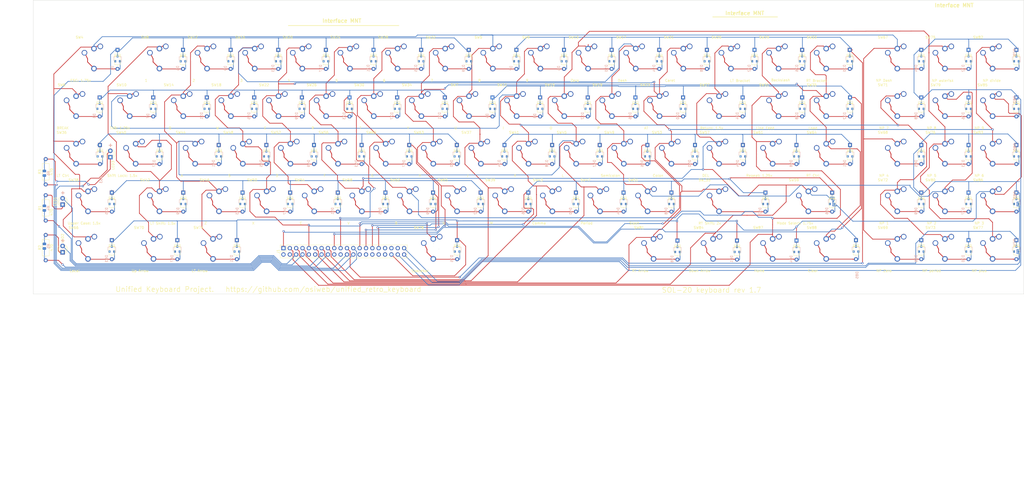
<source format=kicad_pcb>
(kicad_pcb (version 20221018) (generator pcbnew)
  (title_block (title "Unified Retro Keyboard") (date "2020-08-17") (rev "1.7") (company "OSIWeb.org") (comment 1 "SOL keyboard matrix"))
  (layers (0 "F.Cu" signal) (31 "B.Cu" signal) (34 "B.Paste" user) (35 "F.Paste" user) (36 "B.SilkS" user "B.Silkscreen") (37 "F.SilkS" user "F.Silkscreen") (38 "B.Mask" user) (39 "F.Mask" user) (44 "Edge.Cuts" user))
  (net 0 "")
  (net 1 "/Row3")
  (net 2 "/Row0")
  (net 3 "/Row1")
  (net 4 "Net-(D5-Pad2)")
  (net 5 "Net-(D7-Pad2)")
  (net 6 "Net-(D8-Pad2)")
  (net 7 "Net-(D9-Pad2)")
  (net 8 "Net-(D10-Pad2)")
  (net 9 "Net-(D11-Pad2)")
  (net 10 "Net-(D12-Pad2)")
  (net 11 "Net-(D13-Pad2)")
  (net 12 "Net-(D14-Pad2)")
  (net 13 "Net-(D15-Pad2)")
  (net 14 "Net-(D16-Pad2)")
  (net 15 "Net-(D18-Pad2)")
  (net 16 "Net-(D19-Pad2)")
  (net 17 "Net-(D20-Pad2)")
  (net 18 "Net-(D22-Pad2)")
  (net 19 "Net-(D23-Pad2)")
  (net 20 "Net-(D24-Pad2)")
  (net 21 "Net-(D25-Pad2)")
  (net 22 "Net-(D26-Pad2)")
  (net 23 "Net-(D27-Pad2)")
  (net 24 "Net-(D28-Pad2)")
  (net 25 "Net-(D29-Pad2)")
  (net 26 "Net-(D30-Pad2)")
  (net 27 "Net-(D31-Pad2)")
  (net 28 "Net-(D32-Pad2)")
  (net 29 "Net-(D34-Pad2)")
  (net 30 "Net-(D36-Pad2)")
  (net 31 "/Row4")
  (net 32 "/Row5")
  (net 33 "/Row7")
  (net 34 "Net-(D41-Pad2)")
  (net 35 "Net-(D42-Pad2)")
  (net 36 "Net-(D43-Pad2)")
  (net 37 "Net-(D45-Pad2)")
  (net 38 "Net-(D46-Pad2)")
  (net 39 "Net-(D47-Pad2)")
  (net 40 "Net-(D48-Pad2)")
  (net 41 "Net-(D49-Pad2)")
  (net 42 "Net-(D50-Pad2)")
  (net 43 "Net-(D51-Pad2)")
  (net 44 "Net-(D52-Pad2)")
  (net 45 "Net-(D53-Pad2)")
  (net 46 "Net-(D54-Pad2)")
  (net 47 "Net-(D55-Pad2)")
  (net 48 "Net-(D56-Pad2)")
  (net 49 "Net-(D57-Pad2)")
  (net 50 "Net-(D58-Pad2)")
  (net 51 "Net-(D59-Pad2)")
  (net 52 "Net-(D60-Pad2)")
  (net 53 "Net-(D61-Pad2)")
  (net 54 "/Col0")
  (net 55 "/Col1")
  (net 56 "/Col2")
  (net 57 "/Col3")
  (net 58 "/Col4")
  (net 59 "/Col5")
  (net 60 "/Col6")
  (net 61 "/Col7")
  (net 62 "/Row6")
  (net 63 "/Row2")
  (net 64 "Net-(D2-Pad2)")
  (net 65 "Net-(D3-Pad2)")
  (net 66 "Net-(D4-Pad2)")
  (net 67 "Net-(D6-Pad2)")
  (net 68 "Net-(D17-Pad2)")
  (net 69 "Net-(D21-Pad2)")
  (net 70 "Net-(D37-Pad2)")
  (net 71 "Net-(D38-Pad2)")
  (net 72 "Net-(D39-Pad2)")
  (net 73 "Net-(D40-Pad2)")
  (net 74 "Net-(D44-Pad2)")
  (net 75 "Net-(J1-Pad10)")
  (net 76 "Net-(J1-Pad12)")
  (net 77 "Net-(J1-Pad18)")
  (net 78 "Net-(J1-Pad20)")
  (net 79 "Net-(J1-Pad26)")
  (net 80 "Net-(J1-Pad28)")
  (net 81 "Net-(J1-Pad30)")
  (net 82 "Net-(J1-Pad32)")
  (net 83 "Net-(J1-Pad2)")
  (net 84 "Net-(J1-Pad4)")
  (net 85 "Net-(D1-Pad2)")
  (net 86 "Net-(D33-Pad2)")
  (net 87 "Net-(D35-Pad2)")
  (net 88 "Net-(D62-Pad2)")
  (net 89 "Net-(D63-Pad2)")
  (net 90 "Net-(D64-Pad2)")
  (net 91 "Net-(D65-Pad2)")
  (net 92 "Net-(D66-Pad2)")
  (net 93 "Net-(D67-Pad2)")
  (net 94 "Net-(D68-Pad2)")
  (net 95 "Net-(D69-Pad2)")
  (net 96 "Net-(D70-Pad2)")
  (net 97 "Net-(D71-Pad2)")
  (net 98 "Net-(D72-Pad2)")
  (net 99 "Net-(D73-Pad2)")
  (net 100 "Net-(D74-Pad2)")
  (net 101 "Net-(D75-Pad2)")
  (net 102 "Net-(D76-Pad2)")
  (net 103 "Net-(D77-Pad2)")
  (net 104 "Net-(D78-Pad2)")
  (net 105 "Net-(D79-Pad2)")
  (net 106 "Net-(D80-Pad2)")
  (net 107 "Net-(D81-Pad2)")
  (net 108 "Net-(D82-Pad2)")
  (net 109 "Net-(D83-Pad2)")
  (net 110 "Net-(D84-Pad2)")
  (net 111 "Net-(D85-Pad2)")
  (net 112 "/Row11")
  (net 113 "/Row12")
  (net 114 "/Row10")
  (net 115 "/Row9")
  (net 116 "Net-(J1-Pad8)")
  (net 117 "Net-(J1-Pad16)")
  (net 118 "Net-(J1-Pad24)")
  (net 119 "Net-(J1-Pad6)")
  (net 120 "Net-(J1-Pad14)")
  (net 121 "Net-(J1-Pad22)")
  (net 122 "Net-(LED1-Pad1)")
  (net 123 "Net-(LED2-Pad1)")
  (net 124 "Net-(LED3-Pad1)")
  (net 125 "Net-(J1-Pad33)")
  (net 126 "Net-(J1-Pad34)")
  (net 127 "Net-(J1-Pad35)")
  (net 128 "Net-(J1-Pad37)")
  (footprint "unikbd:Key_MX" (layer "F.Cu") (at 141.91488 187.74156)
    (fp_text reference "SW42")
    (fp_text value "LT Shift: 1.5x")
  )
  (footprint "unikbd:Key_MX" (layer "F.Cu") (at 339.55863 206.79156)
    (fp_text reference "SW81")
    (fp_text value "RT Arrow")
  )
  (footprint "unikbd:Key_MX" (layer "F.Cu") (at 456.11288 130.59156)
    (fp_text reference "SW75")
    (fp_text value "NP asterisk")
  )
  (footprint "unikbd:Key_MX" (layer "F.Cu") (at 475.16288 149.64156)
    (fp_text reference "SW85")
    (fp_text value "NP 9")
  )
  (footprint "LED_THT:LED_D3.0mm" (layer "F.Cu") (at 103.1748 208.0514 90)
    (fp_text reference "LED2")
    (fp_text value "LED")
  )
  (footprint "LED_THT:LED_D3.0mm" (layer "F.Cu") (at 103.1748 188.976 90)
    (fp_text reference "LED1")
    (fp_text value "LED")
  )
  (footprint "unikbd:Key_MX" (layer "F.Cu") (at 115.72113 130.59156)
    (fp_text reference "SW4")
    (fp_text value "ESC: 1.75x")
  )
  (footprint "unikbd:Key_MX" (layer "F.Cu") (at 275.26488 130.59156)
    (fp_text reference "SW5")
    (fp_text value "8")
  )
  (footprint "unikbd:Key_MX" (layer "F.Cu") (at 108.57738 149.64156)
    (fp_text reference "SW6")
    (fp_text value "BREAK")
  )
  (footprint "unikbd:Key_MX" (layer "F.Cu") (at 265.73988 149.64156)
    (fp_text reference "SW7")
    (fp_text value "U")
  )
  (footprint "unikbd:Key_MX" (layer "F.Cu") (at 141.91488 130.59156)
    (fp_text reference "SW8")
    (fp_text value "1")
  )
  (footprint "unikbd:Key_MX" (layer "F.Cu") (at 294.31488 130.59156)
    (fp_text reference "SW9")
    (fp_text value "9")
  )
  (footprint "unikbd:Key_MX" (layer "F.Cu") (at 284.78988 149.64156)
    (fp_text reference "SW11")
    (fp_text value "I")
  )
  (footprint "unikbd:Key_MX" (layer "F.Cu") (at 160.96488 130.59156)
    (fp_text reference "SW12")
    (fp_text value "2")
  )
  (footprint "unikbd:Key_MX" (layer "F.Cu") (at 313.36488 130.59156)
    (fp_text reference "SW13")
    (fp_text value "Zero")
  )
  (footprint "unikbd:Key_MX" (layer "F.Cu") (at 151.43988 149.64156)
    (fp_text reference "SW14")
    (fp_text value "Q")
  )
  (footprint "unikbd:Key_MX" (layer "F.Cu") (at 303.83988 149.64156)
    (fp_text reference "SW15")
    (fp_text value "O")
  )
  (footprint "unikbd:Key_MX" (layer "F.Cu") (at 180.01488 130.59156)
    (fp_text reference "SW16")
    (fp_text value "3")
  )
  (footprint "unikbd:Key_MX" (layer "F.Cu") (at 332.41488 130.59156)
    (fp_text reference "SW17")
    (fp_text value "Dash")
  )
  (footprint "unikbd:Key_MX" (layer "F.Cu") (at 170.48988 149.64156)
    (fp_text reference "SW18")
    (fp_text value "W")
  )
  (footprint "unikbd:Key_MX" (layer "F.Cu") (at 322.88988 149.64156)
    (fp_text reference "SW19")
    (fp_text value "P")
  )
  (footprint "unikbd:Key_MX" (layer "F.Cu") (at 199.06488 130.59156)
    (fp_text reference "SW20")
    (fp_text value "4")
  )
  (footprint "unikbd:Key_MX" (layer "F.Cu") (at 351.46488 130.59156)
    (fp_text reference "SW21")
    (fp_text value "Caret")
  )
  (footprint "unikbd:Key_MX" (layer "F.Cu") (at 189.53988 149.64156)
    (fp_text reference "SW22")
    (fp_text value "E")
  )
  (footprint "unikbd:Key_MX" (layer "F.Cu") (at 341.93988 149.64156)
    (fp_text reference "SW23")
    (fp_text value "AT")
  )
  (footprint "unikbd:Key_MX" (layer "F.Cu") (at 218.11488 130.59156)
    (fp_text reference "SW24")
    (fp_text value "5")
  )
  (footprint "unikbd:Key_MX" (layer "F.Cu") (at 370.51488 130.59156)
    (fp_text reference "SW25")
    (fp_text value "LT Bracket")
  )
  (footprint "unikbd:Key_MX" (layer "F.Cu") (at 208.58988 149.64156)
    (fp_text reference "SW26")
    (fp_text value "R")
  )
  (footprint "unikbd:Key_MX" (layer "F.Cu") (at 365.75238 149.64156)
    (fp_text reference "SW27")
    (fp_text value "Return: 1.5x")
  )
  (footprint "unikbd:Key_MX" (layer "F.Cu") (at 237.16488 130.59156)
    (fp_text reference "SW28")
    (fp_text value "6")
  )
  (footprint "unikbd:Key_MX" (layer "F.Cu") (at 389.56488 130.59156)
    (fp_text reference "SW29")
    (fp_text value "Backslash")
  )
  (footprint "unikbd:Key_MX" (layer "F.Cu") (at 227.63988 149.64156)
    (fp_text reference "SW30")
    (fp_text value "T")
  )
  (footprint "unikbd:Key_MX" (layer "F.Cu") (at 389.56488 149.64156)
    (fp_text reference "SW31")
    (fp_text value "Line Feed")
  )
  (footprint "unikbd:Key_MX" (layer "F.Cu") (at 256.21488 130.59156)
    (fp_text reference "SW32")
    (fp_text value "7")
  )
  (footprint "unikbd:Key_MX" (layer "F.Cu") (at 408.61488 130.59156)
    (fp_text reference "SW33")
    (fp_text value "RT Bracket")
  )
  (footprint "unikbd:Key_MX" (layer "F.Cu") (at 246.68988 149.64156)
    (fp_text reference "SW34")
    (fp_text value "Y")
  )
  (footprint "unikbd:Key_MX" (layer "F.Cu") (at 408.61488 149.64156)
    (fp_text reference "SW35")
    (fp_text value "Load")
  )
  (footprint "unikbd:Key_MX" (layer "F.Cu") (at 108.57738 168.69156)
    (fp_text reference "SW36")
    (fp_text value "LT Ctrl")
  )
  (footprint "unikbd:Key_MX" (layer "F.Cu") (at 270.50238 168.69156)
    (fp_text reference "SW37")
    (fp_text value "J")
  )
  (footprint "unikbd:Key_MX" (layer "F.Cu") (at 113.33988 187.74156)
    (fp_text reference "SW38")
    (fp_text value "Upper Case: 1.5x")
  )
  (footprint "unikbd:Key_MX" (layer "F.Cu") (at 280.02738 187.74156)
    (fp_text reference "SW39")
    (fp_text value "M")
  )
  (footprint "unikbd:Key_MX" (layer "F.Cu") (at 132.38988 168.69156)
    (fp_text reference "SW40")
    (fp_text value "Shift Lock: 1.5x")
  )
  (footprint "unikbd:Key_MX" (layer "F.Cu") (at 289.55238 168.69156)
    (fp_text reference "SW41")
    (fp_text value "K")
  )
  (footprint "unikbd:Key_MX" (layer "F.Cu") (at 299.07738 187.74156)
    (fp_text reference "SW43")
    (fp_text value "Comma")
  )
  (footprint "unikbd:Key_MX" (layer "F.Cu") (at 156.20238 168.69156)
    (fp_text reference "SW44")
    (fp_text value "A")
  )
  (footprint "unikbd:Key_MX" (layer "F.Cu") (at 308.60238 168.69156)
    (fp_text reference "SW45")
    (fp_text value "L")
  )
  (footprint "unikbd:Key_MX" (layer "F.Cu") (at 165.72738 187.74156)
    (fp_text reference "SW46")
    (fp_text value "Z")
  )
  (footprint "unikbd:Key_MX" (layer "F.Cu") (at 318.12738 187.74156)
    (fp_text reference "SW47")
    (fp_text value "Period")
  )
  (footprint "unikbd:Key_MX" (layer "F.Cu") (at 175.25238 168.69156)
    (fp_text reference "SW48")
    (fp_text value "S")
  )
  (footprint "unikbd:Key_MX" (layer "F.Cu") (at 327.65238 168.69156)
    (fp_text reference "SW49")
    (fp_text value "Semicolon")
  )
  (footprint "unikbd:Key_MX" (layer "F.Cu") (at 184.77738 187.74156)
    (fp_text reference "SW50")
    (fp_text value "X")
  )
  (footprint "unikbd:Key_MX" (layer "F.Cu") (at 337.17738 187.74156)
    (fp_text reference "SW51")
    (fp_text value "Slash")
  )
  (footprint "unikbd:Key_MX" (layer "F.Cu") (at 194.30238 168.69156)
    (fp_text reference "SW52")
    (fp_text value "D")
  )
  (footprint "unikbd:Key_MX" (layer "F.Cu") (at 346.70238 168.69156)
    (fp_text reference "SW53")
    (fp_text value "Colon")
  )
  (footprint "unikbd:Key_MX" (layer "F.Cu") (at 203.82738 187.74156)
    (fp_text reference "SW54")
    (fp_text value "C")
  )
  (footprint "unikbd:Key_MX_2u" (layer "F.Cu") (at 365.75238 187.74156)
    (fp_text reference "SW55" hide)
    (fp_text value "RT Shift: 2x")
  )
  (footprint "unikbd:Key_MX" (layer "F.Cu") (at 213.35238 168.69156)
    (fp_text reference "SW56")
    (fp_text value "F")
  )
  (footprint "unikbd:Key_MX" (layer "F.Cu") (at 365.75238 168.69156)
    (fp_text reference "SW57")
    (fp_text value "DEL")
  )
  (footprint "unikbd:Key_MX" (layer "F.Cu") (at 222.87738 187.74156)
    (fp_text reference "SW58")
    (fp_text value "V")
  )
  (footprint "unikbd:Key_MX" (layer "F.Cu") (at 401.47113 187.74156)
    (fp_text reference "SW59")
    (fp_text value "Mode Select: 1.75x")
  )
  (footprint "unikbd:Key_MX" (layer "F.Cu") (at 232.40238 168.69156)
    (fp_text reference "SW60")
    (fp_text value "G")
  )
  (footprint "unikbd:Key_MX" (layer "F.Cu") (at 387.18363 168.69156)
    (fp_text reference "SW61")
    (fp_text value "Repeat: 1.25x")
  )
  (footprint "unikbd:Key_MX" (layer "F.Cu") (at 241.92738 187.74156)
    (fp_text reference "SW62")
    (fp_text value "B")
  )
  (footprint "unikbd:Key_MX" (layer "F.Cu") (at 251.45238 168.69156)
    (fp_text reference "SW63")
    (fp_text value "H")
  )
  (footprint "unikbd:Key_MX" (layer "F.Cu") (at 408.61488 168.69156)
    (fp_text reference "SW64")
    (fp_text value "RT Ctrl")
  )
  (footprint "unikbd:Key_MX" (layer "F.Cu") (at 260.97738 187.74156)
    (fp_text reference "SW65")
    (fp_text value "N")
  )
  (footprint "unikbd:Key_MX" (layer "F.Cu") (at 113.33988 206.79156)
    (fp_text reference "SW66")
    (fp_text value "Local")
  )
  (footprint "unikbd:Key_MX" (layer "F.Cu") (at 437.06288 168.69156)
    (fp_text reference "SW68")
    (fp_text value "NP 4")
  )
  (footprint "unikbd:Key_MX" (layer "F.Cu") (at 437.06288 206.79156)
    (fp_text reference "SW69")
    (fp_text value "NP Zero")
  )
  (footprint "unikbd:Key_MX" (layer "F.Cu") (at 139.53363 206.79156)
    (fp_text reference "SW70")
    (fp_text value "Up Arrow")
  )
  (footprint "unikbd:Key_MX" (layer "F.Cu") (at 437.06288 149.64156)
    (fp_text reference "SW71")
    (fp_text value "NP 7")
  )
  (footprint "unikbd:Key_MX" (layer "F.Cu") (at 437.06288 187.74156)
    (fp_text reference "SW72")
    (fp_text value "NP 1")
  )
  (footprint "unikbd:Key_MX" (layer "F.Cu") (at 456.11288 206.79156)
    (fp_text reference "SW73")
    (fp_text value "NP period")
  )
  (footprint "unikbd:Key_MX" (layer "F.Cu") (at 456.11288 168.69156)
    (fp_text reference "SW76")
    (fp_text value "NP 5")
  )
  (footprint "unikbd:Key_MX" (layer "F.Cu") (at 475.16288 206.79156)
    (fp_text reference "SW77")
    (fp_text value "NP plus")
  )
  (footprint "unikbd:Key_MX_Spacebar_5.25" (layer "F.Cu") (at 251.45238 206.79156)
    (fp_text reference "SW78")
    (fp_text value "Spacebar")
  )
  (footprint "unikbd:Key_MX" (layer "F.Cu") (at 456.11288 149.64156)
    (fp_text reference "SW79")
    (fp_text value "NP 8")
  )
  (footprint "unikbd:Key_MX" (layer "F.Cu") (at 456.11288 187.74156)
    (fp_text reference "SW80")
    (fp_text value "NP 2")
  )
  (footprint "unikbd:Key_MX" (layer "F.Cu") (at 475.16288 130.59156)
    (fp_text reference "SW82")
    (fp_text value "NP divide")
  )
  (footprint "unikbd:Key_MX" (layer "F.Cu") (at 475.16288 168.69156)
    (fp_text reference "SW83")
    (fp_text value "NP 6")
  )
  (footprint "unikbd:Key_MX" (layer "F.Cu") (at 363.37113 206.79156)
    (fp_text reference "SW84")
    (fp_text value "Down Arrow")
  )
  (footprint "unikbd:Key_MX" (layer "F.Cu") (at 475.16288 187.74156)
    (fp_text reference "SW86")
    (fp_text value "NP 3")
  )
  (footprint "unikbd:Key_MX" (layer "F.Cu") (at 387.18363 206.79156)
    (fp_text reference "SW87")
    (fp_text value "Home")
  )
  (footprint "unikbd:Key_MX" (layer "F.Cu") (at 408.61488 206.79156)
    (fp_text reference "SW88")
    (fp_text value "Clear")
  )
  (footprint "LED_THT:LED_D3.0mm" (layer "F.Cu") (at 122.2629 169.9514 90)
    (fp_text reference "LED3")
    (fp_text value "LED")
  )
  (footprint "unikbd:Key_MX" (layer "F.Cu") (at 130.00863 149.64156)
    (fp_text reference "SW10")
    (fp_text value "TAB: 1.25x")
  )
  (footprint "unikbd:kbd_header_two_mounting_holes" (layer "F.Cu") (at 191.6938 208.9658 90)
    (fp_text reference "J1")
    (fp_text value "Controller")
  )
  (footprint "unikbd:Key_MX" (layer "F.Cu") (at 163.34613 206.79156)
    (fp_text reference "SW74")
    (fp_text value "LT Arrow")
  )
  (footprint "MountingHole:MountingHole_3.2mm_M3" (layer "F.Cu") (at 256.21488 114.08156)
    (fp_text reference "REF**" hide)
    (fp_text value "MountingHole_3.2mm_M3")
  )
  (footprint "MountingHole:MountingHole_3.2mm_M3" (layer "F.Cu") (at 408.61488 114.08156)
    (fp_text reference "REF**" hide)
    (fp_text value "MountingHole_3.2mm_M3")
  )
  (footprint "MountingHole:MountingHole_3.2mm_M3" (layer "F.Cu") (at 437.06288 219.49156)
    (fp_text reference "REF**" hide)
    (fp_text value "MountingHole_3.2mm_M3")
  )
  (footprint "MountingHole:MountingHole_3.2mm_M3" (layer "F.Cu") (at 475.16288 219.49156)
    (fp_text reference "REF**" hide)
    (fp_text value "MountingHole_3.2mm_M3")
  )
  (footprint "MountingHole:MountingHole_3.2mm_M3" (layer "F.Cu") (at 408.61488 219.49156)
    (fp_text reference "REF**" hide)
    (fp_text value "MountingHole_3.2mm_M3")
  )
  (footprint "MountingHole:MountingHole_3.2mm_M3" (layer "F.Cu") (at 113.33988 219.49156)
    (fp_text reference "REF**" hide)
    (fp_text value "MountingHole_3.2mm_M3")
  )
  (footprint "MountingHole:MountingHole_3.2mm_M3" (layer "F.Cu") (at 115.72113 114.08156)
    (fp_text reference "REF**" hide)
    (fp_text value "MountingHole_3.2mm_M3")
  )
  (footprint "unikbd:Key_MX" (layer "F.Cu") (at 437.06288 130.59156)
    (fp_text reference "SW67")
    (fp_text value "NP Dash")
  )
  (footprint "Resistor_THT:R_Axial_DIN0207_L6.3mm_D2.5mm_P10.16mm_Horizontal" (layer "F.Cu") (at 96.4184 211.2772 90)
    (fp_text reference "R2")
    (fp_text value "470")
  )
  (footprint "Resistor_THT:R_Axial_DIN0207_L6.3mm_D2.5mm_P10.16mm_Horizontal" (layer "F.Cu") (at 96.4184 180.8988 90)
    (fp_text reference "R3")
    (fp_text value "470")
  )
  (footprint "Resistor_THT:R_Axial_DIN0207_L6.3mm_D2.5mm_P10.16mm_Horizontal" (layer "F.Cu") (at 96.4184 195.3514 90)
    (fp_text reference "R1")
    (fp_text value "470")
  )
  (footprint "MountingHole:MountingHole_3.2mm_M3" (layer "F.Cu") (at 437.06288 114.08156)
    (fp_text reference "REF**" hide)
    (fp_text value "MountingHole_3.2mm_M3")
  )
  (footprint "MountingHole:MountingHole_3.2mm_M3" (layer "F.Cu") (at 475.16288 114.08156)
    (fp_text reference "REF**" hide)
    (fp_text value "MountingHole_3.2mm_M3")
  )
  (footprint "MountingHole:MountingHole_3.2mm_M3" (layer "F.Cu") (at 461.1116 114.08156)
    (fp_text reference "REF**" hide)
    (fp_text value "MountingHole_3.2mm_M3")
  )
  (footprint "MountingHole:MountingHole_3.2mm_M3" (layer "F.Cu") (at 359.5116 114.08156)
    (fp_text reference "REF**" hide)
    (fp_text value "MountingHole_3.2mm_M3")
  )
  (footprint "MountingHole:MountingHole_3.2mm_M3" (layer "F.Cu") (at 392.6586 114.08156)
    (fp_text reference "REF**" hide)
    (fp_text value "MountingHole_3.2mm_M3")
  )
  (footprint "unikbd:diode-combined" (layer "B.Cu") (at 151.43988 187.706 -90)
    (fp_text reference "D39")
    (fp_text value "1N4148")
  )
  (footprint "unikbd:diode-combined" (layer "B.Cu") (at 172.87113 206.756 -90)
    (fp_text reference "D71")
    (fp_text value "1N4148")
  )
  (footprint "unikbd:diode-combined" (layer "B.Cu") (at 484.68788 130.556 -90)
    (fp_text reference "D79")
    (fp_text value "1N4148")
  )
  (footprint "unikbd:diode-combined" (layer "B.Cu") (at 284.68828 130.556 -90)
    (fp_text reference "D2")
    (fp_text value "1N4148")
  )
  (footprint "unikbd:diode-combined" (layer "B.Cu") (at 118.00078 149.606 -90)
    (fp_text reference "D3")
    (fp_text value "1N4148")
  )
  (footprint "unikbd:diode-combined" (layer "B.Cu") (at 275.12151 149.606 -90)
    (fp_text reference "D4")
    (fp_text value "1N4148")
  )
  (footprint "unikbd:diode-combined" (layer "B.Cu") (at 151.33828 130.556 -90)
    (fp_text reference "D5")
    (fp_text value "1N4148")
  )
  (footprint "unikbd:diode-combined" (layer "B.Cu") (at 139.43203 149.606 -90)
    (fp_text reference "D7")
    (fp_text value "1N4148")
  )
  (footprint "unikbd:diode-combined" (layer "B.Cu") (at 294.181952 149.606 -90)
    (fp_text reference "D8")
    (fp_text value "1N4148")
  )
  (footprint "unikbd:diode-combined" (layer "B.Cu") (at 170.38828 130.556 -90)
    (fp_text reference "D9")
    (fp_text value "1N4148")
  )
  (footprint "unikbd:diode-combined" (layer "B.Cu") (at 322.78828 130.556 -90)
    (fp_text reference "D10")
    (fp_text value "1N4148")
  )
  (footprint "unikbd:diode-combined" (layer "B.Cu") (at 160.86328 149.606 -90)
    (fp_text reference "D11")
    (fp_text value "1N4148")
  )
  (footprint "unikbd:diode-combined" (layer "B.Cu") (at 313.242394 149.606 -90)
    (fp_text reference "D12")
    (fp_text value "1N4148")
  )
  (footprint "unikbd:diode-combined" (layer "B.Cu") (at 189.43828 130.556 -90)
    (fp_text reference "D13")
    (fp_text value "1N4148")
  )
  (footprint "unikbd:diode-combined" (layer "B.Cu") (at 179.8193 149.606 -90)
    (fp_text reference "D15")
    (fp_text value "1N4148")
  )
  (footprint "unikbd:diode-combined" (layer "B.Cu") (at 332.302836 149.606 -90)
    (fp_text reference "D16")
    (fp_text value "1N4148")
  )
  (footprint "unikbd:diode-combined" (layer "B.Cu") (at 208.48828 130.556 -90)
    (fp_text reference "D17")
    (fp_text value "1N4148")
  )
  (footprint "unikbd:diode-combined" (layer "B.Cu") (at 360.88828 130.556 -90)
    (fp_text reference "D18")
    (fp_text value "1N4148")
  )
  (footprint "unikbd:diode-combined" (layer "B.Cu") (at 198.879742 149.606 -90)
    (fp_text reference "D19")
    (fp_text value "1N4148")
  )
  (footprint "unikbd:diode-combined" (layer "B.Cu") (at 351.36328 149.606 -90)
    (fp_text reference "D20")
    (fp_text value "1N4148")
  )
  (footprint "unikbd:diode-combined" (layer "B.Cu") (at 227.53828 130.556 -90)
    (fp_text reference "D21")
    (fp_text value "1N4148")
  )
  (footprint "unikbd:diode-combined" (layer "B.Cu") (at 379.93828 130.556 -90)
    (fp_text reference "D22")
    (fp_text value "1N4148")
  )
  (footprint "unikbd:diode-combined" (layer "B.Cu") (at 217.940184 149.606 -90)
    (fp_text reference "D23")
    (fp_text value "1N4148")
  )
  (footprint "unikbd:diode-combined" (layer "B.Cu") (at 246.58828 130.556 -90)
    (fp_text reference "D25")
    (fp_text value "1N4148")
  )
  (footprint "unikbd:diode-combined" (layer "B.Cu") (at 398.98828 130.556 -90)
    (fp_text reference "D26")
    (fp_text value "1N4148")
  )
  (footprint "unikbd:diode-combined" (layer "B.Cu") (at 237.000626 149.606 -90)
    (fp_text reference "D27")
    (fp_text value "1N4148")
  )
  (footprint "unikbd:diode-combined" (layer "B.Cu") (at 398.98828 149.606 -90)
    (fp_text reference "D28")
    (fp_text value "1N4148")
  )
  (footprint "unikbd:diode-combined" (layer "B.Cu") (at 265.63828 130.556 -90)
    (fp_text reference "D29")
    (fp_text value "1N4148")
  )
  (footprint "unikbd:diode-combined" (layer "B.Cu") (at 418.03828 130.556 -90)
    (fp_text reference "D30")
    (fp_text value "1N4148")
  )
  (footprint "unikbd:diode-combined" (layer "B.Cu") (at 256.061068 149.606 -90)
    (fp_text reference "D31")
    (fp_text value "1N4148")
  )
  (footprint "unikbd:diode-combined" (layer "B.Cu") (at 418.13988 149.606 -90)
    (fp_text reference "D32")
    (fp_text value "1N4148")
  )
  (footprint "unikbd:diode-combined" (layer "B.Cu") (at 279.92578 168.656 -90)
    (fp_text reference "D34")
    (fp_text value "1N4148")
  )
  (footprint "unikbd:diode-combined" (layer "B.Cu") (at 122.86488 187.706 -90)
    (fp_text reference "D35")
    (fp_text value "1N4148")
  )
  (footprint "unikbd:diode-combined" (layer "B.Cu") (at 289.45078 187.706 -90)
    (fp_text reference "D36")
    (fp_text value "1N4148")
  )
  (footprint "unikbd:diode-combined" (layer "B.Cu") (at 141.91488 168.656 -90)
    (fp_text reference "D37")
    (fp_text value "1N4148")
  )
  (footprint "unikbd:diode-combined" (layer "B.Cu") (at 298.97578 168.656 -90)
    (fp_text reference "D38")
    (fp_text value "1N4148")
  )
  (footprint "unikbd:diode-combined" (layer "B.Cu") (at 308.50078 187.706 -90)
    (fp_text reference "D40")
    (fp_text value "1N4148")
  )
  (footprint "unikbd:diode-combined" (layer "B.Cu") (at 165.62578 168.656 -90)
    (fp_text reference "D41")
    (fp_text value "1N4148")
  )
  (footprint "unikbd:diode-combined" (layer "B.Cu") (at 318.02578 168.656 -90)
    (fp_text reference "D42")
    (fp_text value "1N4148")
  )
  (footprint "unikbd:diode-combined" (layer "B.Cu") (at 175.15078 187.706 -90)
    (fp_text reference "D43")
    (fp_text value "1N4148")
  )
  (footprint "unikbd:diode-combined" (layer "B.Cu") (at 327.55078 187.706 -90)
    (fp_text reference "D44")
    (fp_text value "1N4148")
  )
  (footprint "unikbd:diode-combined" (layer "B.Cu") (at 184.67578 168.656 -90)
    (fp_text reference "D45")
    (fp_text value "1N4148")
  )
  (footprint "unikbd:diode-combined" (layer "B.Cu") (at 337.07578 168.656 -90)
    (fp_text reference "D46")
    (fp_text value "1N4148")
  )
  (footprint "unikbd:diode-combined" (layer "B.Cu") (at 194.20078 187.706 -90)
    (fp_text reference "D47")
    (fp_text value "1N4148")
  )
  (footprint "unikbd:diode-combined" (layer "B.Cu") (at 346.70238 187.706 -90)
    (fp_text reference "D48")
    (fp_text value "1N4148")
  )
  (footprint "unikbd:diode-combined" (layer "B.Cu") (at 203.72578 168.656 -90)
    (fp_text reference "D49")
    (fp_text value "1N4148")
  )
  (footprint "unikbd:diode-combined" (layer "B.Cu") (at 356.12578 168.656 -90)
    (fp_text reference "D50")
    (fp_text value "1N4148")
  )
  (footprint "unikbd:diode-combined" (layer "B.Cu") (at 213.25078 187.706 -90)
    (fp_text reference "D51")
    (fp_text value "1N4148")
  )
  (footprint "unikbd:diode-combined" (layer "B.Cu") (at 384.302 187.706 -90)
    (fp_text reference "D52")
    (fp_text value "1N4148")
  )
  (footprint "unikbd:diode-combined" (layer "B.Cu") (at 375.27738 168.656 -90)
    (fp_text reference "D54")
    (fp_text value "1N4148")
  )
  (footprint "unikbd:diode-combined" (layer "B.Cu") (at 232.30078 187.706 -90)
    (fp_text reference "D55")
    (fp_text value "1N4148")
  )
  (footprint "unikbd:diode-combined" (layer "B.Cu") (at 410.99613 187.706 -90)
    (fp_text reference "D56")
    (fp_text value "1N4148")
  )
  (footprint "unikbd:diode-combined" (layer "B.Cu") (at 241.82578 168.656 -90)
    (fp_text reference "D57")
    (fp_text value "1N4148")
  )
  (footprint "unikbd:diode-combined" (layer "B.Cu") (at 396.70863 168.656 -90)
    (fp_text reference "D58")
    (fp_text value "1N4148")
  )
  (footprint "unikbd:diode-combined" (layer "B.Cu") (at 251.35078 187.706 -90)
    (fp_text reference "D59")
    (fp_text value "1N4148")
  )
  (footprint "unikbd:diode-combined" (layer "B.Cu") (at 260.87578 168.656 -90)
    (fp_text reference "D60")
    (fp_text value "1N4148")
  )
  (footprint "unikbd:diode-combined" (layer "B.Cu") (at 418.13988 168.656 -90)
    (fp_text reference "D61")
    (fp_text value "1N4148")
  )
  (footprint "unikbd:diode-combined" (layer "B.Cu") (at 270.40078 187.706 -90)
    (fp_text reference "D62")
    (fp_text value "1N4148")
  )
  (footprint "unikbd:diode-combined" (layer "B.Cu") (at 122.86488 206.756 -90)
    (fp_text reference "D63")
    (fp_text value "1N4148")
  )
  (footprint "unikbd:diode-combined" (layer "B.Cu") (at 446.6463 206.756 -90)
    (fp_text reference "D66")
    (fp_text value "1N4148")
  )
  (footprint "unikbd:diode-combined" (layer "B.Cu") (at 149.05863 206.756 -90)
    (fp_text reference "D67")
    (fp_text value "1N4148")
  )
  (footprint "unikbd:diode-combined" (layer "B.Cu") (at 446.6463 187.706 -90)
    (fp_text reference "D69")
    (fp_text value "1N4148")
  )
  (footprint "unikbd:diode-combined" (layer "B.Cu") (at 465.53628 206.756 -90)
    (fp_text reference "D70")
    (fp_text value "1N4148")
  )
  (footprint "unikbd:diode-combined" (layer "B.Cu") (at 465.53628 130.556 -90)
    (fp_text reference "D72")
    (fp_text value "1N4148")
  )
  (footprint "unikbd:diode-combined" (layer "B.Cu") (at 465.53628 168.656 -90)
    (fp_text reference "D73")
    (fp_text value "1N4148")
  )
  (footprint "unikbd:diode-combined" (layer "B.Cu") (at 484.68788 206.756 -90)
    (fp_text reference "D74")
    (fp_text value "1N4148")
  )
  (footprint "unikbd:diode-combined" (layer "B.Cu") (at 465.53628 149.606 -90)
    (fp_text reference "D76")
    (fp_text value "1N4148")
  )
  (footprint "unikbd:diode-combined" (layer "B.Cu") (at 465.53628 187.706 -90)
    (fp_text reference "D77")
    (fp_text value "1N4148")
  )
  (footprint "unikbd:diode-combined" (layer "B.Cu") (at 349.10903 206.9084 -90)
    (fp_text reference "D78")
    (fp_text value "1N4148")
  )
  (footprint "unikbd:diode-combined" (layer "B.Cu") (at 484.68788 168.656 -90)
    (fp_text reference "D80")
    (fp_text value "1N4148")
  )
  (footprint "unikbd:diode-combined" (layer "B.Cu") (at 372.92153 206.9084 -90)
    (fp_text reference "D81")
    (fp_text value "1N4148")
  )
  (footprint "unikbd:diode-combined" (layer "B.Cu") (at 484.68788 149.606 -90)
    (fp_text reference "D82")
    (fp_text value "1N4148")
  )
  (footprint "unikbd:diode-combined" (layer "B.Cu") (at 484.68788 187.706 -90)
    (fp_text reference "D83")
    (fp_text value "1N4148")
  )
  (footprint "unikbd:diode-combined" (layer "B.Cu") (at 396.73403 206.9084 -90)
    (fp_text reference "D84")
    (fp_text value "1N4148")
  )
  (footprint "unikbd:diode-combined" (layer "B.Cu") (at 420.52113 206.756 -90)
    (fp_text reference "D85")
    (fp_text value "1N4148")
  )
  (footprint "unikbd:diode-combined" (layer "B.Cu") (at 260.97738 206.756 -90)
    (fp_text reference "D75")
    (fp_text value "1N4148" hide)
  )
  (footprint "unikbd:diode-combined" (layer "B.Cu") (at 118.10238 168.656 -90)
    (fp_text reference "D33")
    (fp_text value "1N4148")
  )
  (footprint "unikbd:diode-combined" (layer "B.Cu") (at 375.17578 149.606 -90)
    (fp_text reference "D24")
    (fp_text value "1N4148")
  )
  (footprint "unikbd:diode-combined" (layer "B.Cu") (at 446.6463 149.606 -90)
    (fp_text reference "D68")
    (fp_text value "1N4148")
  )
  (footprint "unikbd:diode-combined" (layer "B.Cu") (at 446.6463 168.656 -90)
    (fp_text reference "D65")
    (fp_text value "1N4148")
  )
  (footprint "unikbd:diode-combined" (layer "B.Cu") (at 446.6463 130.556 -90)
    (fp_text reference "D64")
    (fp_text value "1N4148")
  )
  (footprint "unikbd:diode-combined" (layer "B.Cu") (at 303.73828 130.556 -90)
    (fp_text reference "D6")
    (fp_text value "1N4148")
  )
  (footprint "unikbd:diode-combined" (layer "B.Cu") (at 222.77578 168.656 -90)
    (fp_text reference "D53")
    (fp_text value "1N4148")
  )
  (footprint "unikbd:diode-combined" (layer "B.Cu") (at 341.83828 130.556 -90)
    (fp_text reference "D14")
    (fp_text value "1N4148")
  )
  (footprint "unikbd:diode-combined" (layer "B.Cu") (at 125.14453 130.556 -90)
    (fp_text reference "D1")
    (fp_text value "1N4148")
  )
  (footprint "Resistor_SMD:R_0805_2012Metric" (layer "B.Cu") (at 95.885 190.373 90)
    (fp_text reference "R4")
    (fp_text value "470")
  )
  (footprint "Resistor_SMD:R_0805_2012Metric" (layer "B.Cu") (at 95.885 205.613 90)
    (fp_text reference "R5")
    (fp_text value "470")
  )
  (footprint "Resistor_SMD:R_0805_2012Metric" (layer "B.Cu") (at 95.885 176.403 90)
    (fp_text reference "R6")
    (fp_text value "470")
  )
  (gr_line (start 193.4464 117.2718) (end 237.6551 117.2718) (stroke (width 0.254)) (layer "F.SilkS"))
  (gr_line (start 363.2327 113.8174) (end 389.1407 113.8174) (stroke (width 0.254)) (layer "F.SilkS"))
  (gr_line (start 487.68 107.0864) (end 91.44 107.0864) (stroke (width 0.1016)) (layer "Edge.Cuts"))
  (gr_line (start 91.44 107.0864) (end 91.44 224.79) (stroke (width 0.1016)) (layer "Edge.Cuts"))
  (gr_line (start 487.68 107.0864) (end 487.68 224.79) (stroke (width 0.1016)) (layer "Edge.Cuts"))
  (gr_line (start 91.44 224.79) (end 487.68 224.79) (stroke (width 0.1)) (layer "Edge.Cuts"))
  (gr_text "+" (at 122.325 165.113) (layer "B.SilkS") (effects (font (size 1.5 1.5) (thickness 0.3))))
  (gr_text "+" (at 103.255 184.153) (layer "B.SilkS") (effects (font (size 1.5 1.5) (thickness 0.3))))
  (gr_text "+" (at 103.225 203.283) (layer "B.SilkS") (effects (font (size 1.5 1.5) (thickness 0.3))))
  (gr_text "Interface MNT" (at 214.8713 115.3541) (layer "F.SilkS") (effects (font (size 1.5 1.5) (thickness 0.3))))
  (gr_text "Interface MNT" (at 376.0343 112.3188) (layer "F.SilkS") (effects (font (size 1.5 1.5) (thickness 0.3))))
  (gr_text "SOL-20 keyboard rev 1.7" (at 362.7374 223.1644) (layer "F.SilkS") (effects (font (size 2.032 2.032) (thickness 0.2032))))
  (gr_text "Interface MNT" (at 459.7908 109.1565) (layer "F.SilkS") (effects (font (size 1.5 1.5) (thickness 0.3))))
  (gr_text "Unified Keyboard Project.   https://github.com/osiweb/unified_retro_keyboard" (at 124.206 222.8596) (layer "F.SilkS") (effects (font (size 2.032 2.032) (thickness 0.2032)) (justify left)))
  (target plus (at 251.45238 206.79156) (size 5) (width 0.05) (layer "Edge.Cuts"))
  (segment (start 289.55238 184.1754) (end 288.49838 184.1754) (width 0.254) (layer "F.Cu") (net 1))
  (segment (start 287.6804 190.0174) (end 288.1376 190.4746) (width 0.254) (layer "F.Cu") (net 1))
  (segment (start 291.5666 190.9572) (end 291.5666 192.76379) (width 0.254) (layer "F.Cu") (net 1))
  (segment (start 222.0722 205.122119) (end 222.0722 196.5452) (width 0.254) (layer "F.Cu") (net 1))
  (segment (start 287.6804 184.99338) (end 287.6804 190.0174) (width 0.254) (layer "F.Cu") (net 1))
  (segment (start 288.49838 184.1754) (end 287.6804 184.99338) (width 0.254) (layer "F.Cu") (net 1))
  (segment (start 370.4336 178.2318) (end 370.382799 178.282601) (width 0.254) (layer "F.Cu") (net 1))
  (segment (start 291.5666 192.76379) (end 287.858199 196.472191) (width 0.254) (layer "F.Cu") (net 1))
  (segment (start 221.996 206.4004) (end 221.996 205.198319) (width 0.254) (layer "F.Cu") (net 1))
  (segment (start 288.1376 190.4746) (end 291.084 190.4746) (width 0.254) (layer "F.Cu") (net 1))
  (segment (start 410.99613 184.1754) (end 410.99613 183.1214) (width 0.254) (layer "F.Cu") (net 1))
  (segment (start 291.084 190.4746) (end 291.5666 190.9572) (width 0.254) (layer "F.Cu") (net 1))
  (segment (start 410.99613 183.1214) (end 406.10653 178.2318) (width 0.254) (layer "F.Cu") (net 1))
  (segment (start 406.10653 178.2318) (end 370.4336 178.2318) (width 0.254) (layer "F.Cu") (net 1))
  (segment (start 221.996 205.198319) (end 222.0722 205.122119) (width 0.254) (layer "F.Cu") (net 1))
  (segment (start 287.858199 196.472191) (end 287.4518 196.87859) (width 0.254) (layer "F.Cu") (net 1))
  (segment (start 370.382799 178.282601) (end 369.9764 178.689) (width 0.254) (layer "F.Cu") (net 1))
  (via (at 369.9764 178.689) (size 0.8128) (drill 0.4064) (layers "F.Cu" "B.Cu") (net 1))
  (via (at 287.4518 196.87859) (size 0.8128) (drill 0.4064) (layers "F.Cu" "B.Cu") (net 1))
  (via (at 222.0722 196.5452) (size 0.8128) (drill 0.4064) (layers "F.Cu" "B.Cu") (net 1))
  (segment (start 308.6354 183.08838) (end 308.6354 179.6034) (width 0.254) (layer "B.Cu") (net 1))
  (segment (start 327.65238 184.1754) (end 327.65238 179.69738) (width 0.254) (layer "B.Cu") (net 1))
  (segment (start 257.378504 196.87859) (end 286.877064 196.87859) (width 0.254) (layer "B.Cu") (net 1))
  (segment (start 369.9764 178.689) (end 370.0018 178.689) (width 0.254) (layer "B.Cu") (net 1))
  (segment (start 308.6354 179.6034) (end 327.5584 179.6034) (width 0.254) (layer "B.Cu") (net 1))
  (segment (start 327.5584 179.6034) (end 346.6084 179.6034) (width 0.254) (layer "B.Cu") (net 1))
  (segment (start 308.60238 184.1754) (end 308.60238 183.1214) (width 0.254) (layer "B.Cu") (net 1))
  (segment (start 327.65238 179.69738) (end 327.5584 179.6034) (width 0.254) (layer "B.Cu") (net 1))
  (segment (start 351.7646 178.689) (end 369.401664 178.689) (width 0.254) (layer "B.Cu") (net 1))
  (segment (start 289.55238 184.1754) (end 289.55238 183.1214) (width 0.254) (layer "B.Cu") (net 1))
  (segment (start 256.365702 195.865788) (end 257.378504 196.87859) (width 0.254) (layer "B.Cu") (net 1))
  (segment (start 346.70238 179.69738) (end 346.70238 184.1754) (width 0.254) (layer "B.Cu") (net 1))
  (segment (start 289.55238 183.1214) (end 293.07038 179.6034) (width 0.254) (layer "B.Cu") (net 1))
  (segment (start 346.6084 179.6034) (end 346.70238 179.69738) (width 0.254) (layer "B.Cu") (net 1))
  (segment (start 346.6084 179.6034) (end 350.8502 179.6034) (width 0.254) (layer "B.Cu") (net 1))
  (segment (start 370.0018 178.689) (end 375.4882 184.1754) (width 0.254) (layer "B.Cu") (net 1))
  (segment (start 286.877064 196.87859) (end 287.4518 196.87859) (width 0.254) (layer "B.Cu") (net 1))
  (segment (start 375.4882 184.1754) (end 384.302 184.1754) (width 0.254) (layer "B.Cu") (net 1))
  (segment (start 369.401664 178.689) (end 369.9764 178.689) (width 0.254) (layer "B.Cu") (net 1))
  (segment (start 308.60238 183.1214) (end 308.6354 183.08838) (width 0.254) (layer "B.Cu") (net 1))
  (segment (start 411.02153 184.2008) (end 410.99613 184.1754) (width 0.254) (layer "B.Cu") (net 1))
  (segment (start 222.751612 195.865788) (end 256.365702 195.865788) (width 0.254) (layer "B.Cu") (net 1))
  (segment (start 222.0722 196.5452) (end 222.751612 195.865788) (width 0.254) (layer "B.Cu") (net 1))
  (segment (start 293.07038 179.6034) (end 308.6354 179.6034) (width 0.254) (layer "B.Cu") (net 1))
  (segment (start 350.8502 179.6034) (end 351.7646 178.689) (width 0.254) (layer "B.Cu") (net 1))
  (segment (start 242.98138 165.1254) (end 241.92738 165.1254) (width 0.254) (layer "F.Cu") (net 2))
  (segment (start 229.616 198.59941) (end 229.1588 198.14221) (width 0.254) (layer "F.Cu") (net 2))
  (segment (start 244.6782 172.4152) (end 244.6782 166.82222) (width 0.254) (layer "F.Cu") (net 2))
  (segment (start 253.619 181.356) (end 244.6782 172.4152) (width 0.254) (layer "F.Cu") (net 2))
  (segment (start 229.616 206.4004) (end 229.616 198.59941) (width 0.254) (layer "F.Cu") (net 2))
  (segment (start 244.6782 166.82222) (end 242.98138 165.1254) (width 0.254) (layer "F.Cu") (net 2))
  (segment (start 253.619 197.7644) (end 253.619 181.356) (width 0.254) (layer "F.Cu") (net 2))
  (via (at 229.1588 198.14221) (size 0.8128) (drill 0.4064) (layers "F.Cu" "B.Cu") (net 2))
  (via (at 253.619 197.7644) (size 0.8128) (drill 0.4064) (layers "F.Cu" "B.Cu") (net 2))
  (segment (start 241.92738 160.83788) (end 241.92738 165.1254) (width 0.254) (layer "B.Cu") (net 2))
  (segment (start 184.7469 160.6804) (end 165.5699 160.6804) (width 0.254) (layer "B.Cu") (net 2))
  (segment (start 184.77738 160.71088) (end 184.77738 165.1254) (width 0.254) (layer "B.Cu") (net 2))
  (segment (start 141.91488 160.90138) (end 141.91488 165.1254) (width 0.254) (layer "B.Cu") (net 2))
  (segment (start 121.49338 160.6804) (end 118.10238 164.0714) (width 0.254) (layer "B.Cu") (net 2))
  (segment (start 222.9739 160.6804) (end 222.87738 160.77692) (width 0.254) (layer "B.Cu") (net 2))
  (segment (start 257.3909 160.6804) (end 241.7699 160.6804) (width 0.254) (layer "B.Cu") (net 2))
  (segment (start 260.97738 164.26688) (end 257.3909 160.6804) (width 0.254) (layer "B.Cu") (net 2))
  (segment (start 203.6699 160.6804) (end 184.7469 160.6804) (width 0.254) (layer "B.Cu") (net 2))
  (segment (start 222.9739 160.6804) (end 203.6699 160.6804) (width 0.254) (layer "B.Cu") (net 2))
  (segment (start 141.6939 160.6804) (end 141.91488 160.90138) (width 0.254) (layer "B.Cu") (net 2))
  (segment (start 229.1588 198.14221) (end 253.24119 198.14221) (width 0.254) (layer "B.Cu") (net 2))
  (segment (start 222.87738 160.77692) (end 222.87738 165.1254) (width 0.254) (layer "B.Cu") (net 2))
  (segment (start 241.7699 160.6804) (end 222.9739 160.6804) (width 0.254) (layer "B.Cu") (net 2))
  (segment (start 117.04838 165.1254) (end 118.10238 165.1254) (width 0.254) (layer "B.Cu") (net 2))
  (segment (start 203.82738 160.83788) (end 203.82738 165.1254) (width 0.254) (layer "B.Cu") (net 2))
  (segment (start 165.5699 160.6804) (end 165.72738 160.83788) (width 0.254) (layer "B.Cu") (net 2))
  (segment (start 141.6939 160.6804) (end 121.49338 160.6804) (width 0.254) (layer "B.Cu") (net 2))
  (segment (start 165.72738 160.83788) (end 165.72738 165.1254) (width 0.254) (layer "B.Cu") (net 2))
  (segment (start 118.10238 164.0714) (end 118.10238 165.1254) (width 0.254) (layer "B.Cu") (net 2))
  (segment (start 165.5699 160.6804) (end 141.6939 160.6804) (width 0.254) (layer "B.Cu") (net 2))
  (segment (start 241.7699 160.6804) (end 241.92738 160.83788) (width 0.254) (layer "B.Cu") (net 2))
  (segment (start 253.24119 198.14221) (end 253.619 197.7644) (width 0.254) (layer "B.Cu") (net 2))
  (segment (start 260.97738 165.1254) (end 260.97738 164.26688) (width 0.254) (layer "B.Cu") (net 2))
  (segment (start 184.7469 160.6804) (end 184.77738 160.71088) (width 0.254) (layer "B.Cu") (net 2))
  (segment (start 203.6699 160.6804) (end 203.82738 160.83788) (width 0.254) (layer "B.Cu") (net 2))
  (segment (start 227.076 206.4004) (end 227.076 197.358) (width 0.254) (layer "F.Cu") (net 3))
  (segment (start 334.7847 170.0784) (end 336.1309 171.4246) (width 0.254) (layer "F.Cu") (net 3))
  (segment (start 336.1309 171.4246) (end 340.0806 171.4246) (width 0.254) (layer "F.Cu") (net 3))
  (segment (start 349.938989 181.282989) (end 349.938989 190.360347) (width 0.254) (layer "F.Cu") (net 3))
  (segment (start 340.0806 171.4246) (end 349.938989 181.282989) (width 0.254) (layer "F.Cu") (net 3))
  (segment (start 334.7847 165.5826) (end 334.7847 170.0784) (width 0.254) (layer "F.Cu") (net 3))
  (segment (start 343.754136 196.5452) (end 343.1794 196.5452) (width 0.254) (layer "F.Cu") (net 3))
  (segment (start 335.2419 165.1254) (end 334.7847 165.5826) (width 0.254) (layer "F.Cu") (net 3))
  (segment (start 337.17738 165.1254) (end 335.2419 165.1254) (width 0.254) (layer "F.Cu") (net 3))
  (segment (start 227.076 197.358) (end 227.0506 197.3326) (width 0.254) (layer "F.Cu") (net 3))
  (segment (start 349.938989 190.360347) (end 343.754136 196.5452) (width 0.254) (layer "F.Cu") (net 3))
  (via (at 343.1794 196.5452) (size 0.8128) (drill 0.4064) (layers "F.Cu" "B.Cu") (net 3))
  (via (at 227.0506 197.3326) (size 0.8128) (drill 0.4064) (layers "F.Cu" "B.Cu") (net 3))
  (segment (start 320.769532 203.8858) (end 315.849 203.8858) (width 0.254) (layer "B.Cu") (net 3))
  (segment (start 318.0969 160.8074) (end 318.12738 160.83788) (width 0.254) (layer "B.Cu") (net 3))
  (segment (start 337.1469 160.8074) (end 318.0969 160.8074) (width 0.254) (layer "B.Cu") (net 3))
  (segment (start 355.9429 160.8074) (end 337.1469 160.8074) (width 0.254) (layer "B.Cu") (net 3))
  (segment (start 374.9929 160.8074) (end 355.9429 160.8074) (width 0.254) (layer "B.Cu") (net 3))
  (segment (start 355.9429 160.8074) (end 356.22738 161.09188) (width 0.254) (layer "B.Cu") (net 3))
  (segment (start 250.1392 197.3326) (end 227.625336 197.3326) (width 0.254) (layer "B.Cu") (net 3))
  (segment (start 328.110132 196.5452) (end 320.769532 203.8858) (width 0.254) (layer "B.Cu") (net 3))
  (segment (start 283.29138 160.8074) (end 280.02738 164.0714) (width 0.254) (layer "B.Cu") (net 3))
  (segment (start 396.5829 160.8074) (end 374.9929 160.8074) (width 0.254) (layer "B.Cu") (net 3))
  (segment (start 375.27738 161.09188) (end 375.27738 165.1254) (width 0.254) (layer "B.Cu") (net 3))
  (segment (start 315.849 203.8858) (end 309.629189 197.665989) (width 0.254) (layer "B.Cu") (net 3))
  (segment (start 356.22738 161.09188) (end 356.22738 165.1254) (width 0.254) (layer "B.Cu") (net 3))
  (segment (start 337.17738 160.83788) (end 337.17738 165.1254) (width 0.254) (layer "B.Cu") (net 3))
  (segment (start 414.7439 160.8074) (end 396.5829 160.8074) (width 0.254) (layer "B.Cu") (net 3))
  (segment (start 227.625336 197.3326) (end 227.0506 197.3326) (width 0.254) (layer "B.Cu") (net 3))
  (segment (start 257.523835 197.665989) (end 256.511034 196.653188) (width 0.254) (layer "B.Cu") (net 3))
  (segment (start 309.629189 197.665989) (end 257.523835 197.665989) (width 0.254) (layer "B.Cu") (net 3))
  (segment (start 396.5829 160.8074) (end 396.70863 160.93313) (width 0.254) (layer "B.Cu") (net 3))
  (segment (start 396.70863 160.93313) (end 396.70863 165.1254) (width 0.254) (layer "B.Cu") (net 3))
  (segment (start 256.511034 196.653188) (end 250.818612 196.653188) (width 0.254) (layer "B.Cu") (net 3))
  (segment (start 418.13988 164.20338) (end 414.7439 160.8074) (width 0.254) (layer "B.Cu") (net 3))
  (segment (start 280.02738 164.0714) (end 280.02738 165.1254) (width 0.254) (layer "B.Cu") (net 3))
  (segment (start 418.13988 165.1254) (end 418.13988 164.20338) (width 0.254) (layer "B.Cu") (net 3))
  (segment (start 337.1469 160.8074) (end 337.17738 160.83788) (width 0.254) (layer "B.Cu") (net 3))
  (segment (start 299.07738 160.83788) (end 299.07738 165.1254) (width 0.254) (layer "B.Cu") (net 3))
  (segment (start 250.818612 196.653188) (end 250.1392 197.3326) (width 0.254) (layer "B.Cu") (net 3))
  (segment (start 299.0469 160.8074) (end 283.29138 160.8074) (width 0.254) (layer "B.Cu") (net 3))
  (segment (start 318.12738 160.83788) (end 318.12738 165.1254) (width 0.254) (layer "B.Cu") (net 3))
  (segment (start 343.1794 196.5452) (end 328.110132 196.5452) (width 0.254) (layer "B.Cu") (net 3))
  (segment (start 318.0969 160.8074) (end 299.0469 160.8074) (width 0.254) (layer "B.Cu") (net 3))
  (segment (start 299.0469 160.8074) (end 299.07738 160.83788) (width 0.254) (layer "B.Cu") (net 3))
  (segment (start 374.9929 160.8074) (end 375.27738 161.09188) (width 0.254) (layer "B.Cu") (net 3))
  (segment (start 151.43988 134.6454) (end 142.349028 134.6454) (width 0.254) (layer "F.Cu") (net 4))
  (segment (start 139.53363 153.6954) (end 130.442778 153.6954) (width 0.254) (layer "F.Cu") (net 5))
  (segment (start 294.283552 153.6954) (end 285.224028 153.6954) (width 0.254) (layer "F.Cu") (net 6))
  (segment (start 170.48988 134.6454) (end 161.399028 134.6454) (width 0.254) (layer "F.Cu") (net 7))
  (segment (start 322.88988 134.6454) (end 313.799028 134.6454) (width 0.254) (layer "F.Cu") (net 8))
  (segment (start 160.96488 153.6954) (end 151.874028 153.6954) (width 0.254) (layer "F.Cu") (net 9))
  (segment (start 313.343994 153.6954) (end 304.274028 153.6954) (width 0.254) (layer "F.Cu") (net 10))
  (segment (start 189.53988 134.6454) (end 180.449028 134.6454) (width 0.254) (layer "F.Cu") (net 11))
  (segment (start 340.75517 134.59206) (end 332.894289 134.59206) (width 0.254) (layer "F.Cu") (net 12))
  (segment (start 340.80851 134.6454) (end 340.75517 134.59206) (width 0.254) (layer "F.Cu") (net 12))
  (segment (start 341.93988 134.6454) (end 340.80851 134.6454) (width 0.254) (layer "F.Cu") (net 12))
  (segment (start 179.9209 153.6954) (end 170.924028 153.6954) (width 0.254) (layer "F.Cu") (net 13))
  (segment (start 332.404436 153.6954) (end 323.324028 153.6954) (width 0.254) (layer "F.Cu") (net 14))
  (segment (start 359.85851 134.6454) (end 359.80517 134.59206) (width 0.254) (layer "F.Cu") (net 15))
  (segment (start 359.80517 134.59206) (end 351.944289 134.59206) (width 0.254) (layer "F.Cu") (net 15))
  (segment (start 360.98988 134.6454) (end 359.85851 134.6454) (width 0.254) (layer "F.Cu") (net 15))
  (segment (start 198.981342 153.6954) (end 189.974028 153.6954) (width 0.254) (layer "F.Cu") (net 16))
  (segment (start 351.46488 153.6954) (end 350.33351 153.6954) (width 0.254) (layer "F.Cu") (net 17))
  (segment (start 350.33351 153.6954) (end 350.28017 153.64206) (width 0.254) (layer "F.Cu") (net 17))
  (segment (start 350.28017 153.64206) (end 342.419289 153.64206) (width 0.254) (layer "F.Cu") (net 17))
  (segment (start 380.03988 134.6454) (end 370.949028 134.6454) (width 0.254) (layer "F.Cu") (net 18))
  (segment (start 218.041784 153.6954) (end 209.024028 153.6954) (width 0.254) (layer "F.Cu") (net 19))
  (segment (start 374.09267 153.64206) (end 366.231789 153.64206) (width 0.254) (layer "F.Cu") (net 20))
  (segment (start 374.14601 153.6954) (end 374.09267 153.64206) (width 0.254) (layer "F.Cu") (net 20))
  (segment (start 375.27738 153.6954) (end 374.14601 153.6954) (width 0.254) (layer "F.Cu") (net 20))
  (segment (start 246.68988 134.6454) (end 237.599028 134.6454) (width 0.254) (layer "F.Cu") (net 21))
  (segment (start 399.08988 134.6454) (end 389.999028 134.6454) (width 0.254) (layer "F.Cu") (net 22))
  (segment (start 237.102226 153.6954) (end 228.074028 153.6954) (width 0.254) (layer "F.Cu") (net 23))
  (segment (start 399.08988 153.6954) (end 389.999028 153.6954) (width 0.254) (layer "F.Cu") (net 24))
  (segment (start 265.73988 134.6454) (end 264.60851 134.6454) (width 0.254) (layer "F.Cu") (net 25))
  (segment (start 264.60851 134.6454) (end 264.55517 134.59206) (width 0.254) (layer "F.Cu") (net 25))
  (segment (start 264.55517 134.59206) (end 256.694289 134.59206) (width 0.254) (layer "F.Cu") (net 25))
  (segment (start 418.13988 134.6454) (end 409.049028 134.6454) (width 0.254) (layer "F.Cu") (net 26))
  (segment (start 256.162668 153.6954) (end 255.031298 153.6954) (width 0.254) (layer "F.Cu") (net 27))
  (segment (start 254.977958 153.64206) (end 247.169289 153.64206) (width 0.254) (layer "F.Cu") (net 27))
  (segment (start 255.031298 153.6954) (end 254.977958 153.64206) (width 0.254) (layer "F.Cu") (net 27))
  (segment (start 418.13988 153.6954) (end 409.049028 153.6954) (width 0.254) (layer "F.Cu") (net 28))
  (segment (start 280.02738 172.7454) (end 270.936528 172.7454) (width 0.254) (layer "F.Cu") (net 29))
  (segment (start 288.42101 191.7954) (end 288.36767 191.74206) (width 0.254) (layer "F.Cu") (net 30))
  (segment (start 288.36767 191.74206) (end 280.506789 191.74206) (width 0.254) (layer "F.Cu") (net 30))
  (segment (start 289.55238 191.7954) (end 288.42101 191.7954) (width 0.254) (layer "F.Cu") (net 30))
  (segment (start 151.3459 122.1994) (end 170.2689 122.1994) (width 0.254) (layer "B.Cu") (net 31))
  (segment (start 186.4106 212.09) (end 182.8292 212.09) (width 0.254) (layer "B.Cu") (net 31))
  (segment (start 125.24613 127.0254) (end 126.30013 127.0254) (width 0.254) (layer "B.Cu") (net 31))
  (segment (start 102.5652 215.3412) (end 99.7712 212.5472) (width 0.254) (layer "B.Cu") (net 31))
  (segment (start 220.7768 210.7946) (end 216.2302 215.3412) (width 0.254) (layer "B.Cu") (net 31))
  (segment (start 151.3459 122.1994) (end 151.43988 122.29338) (width 0.254) (layer "B.Cu") (net 31))
  (segment (start 124.19213 127.0254) (end 125.24613 127.0254) (width 0.254) (layer "B.Cu") (net 31))
  (segment (start 131.12613 122.1994) (end 151.3459 122.1994) (width 0.254) (layer "B.Cu") (net 31))
  (segment (start 189.4459 122.1994) (end 208.4959 122.1994) (width 0.254) (layer "B.Cu") (net 31))
  (segment (start 126.30013 127.0254) (end 131.12613 122.1994) (width 0.254) (layer "B.Cu") (net 31))
  (segment (start 208.4959 122.1994) (end 227.5459 122.1994) (width 0.254) (layer "B.Cu") (net 31))
  (segment (start 189.53988 122.29338) (end 189.53988 127.0254) (width 0.254) (layer "B.Cu") (net 31))
  (segment (start 208.58988 122.29338) (end 208.58988 127.0254) (width 0.254) (layer "B.Cu") (net 31))
  (segment (start 216.2302 215.3412) (end 189.6618 215.3412) (width 0.254) (layer "B.Cu") (net 31))
  (segment (start 246.68988 122.29338) (end 246.68988 127.0254) (width 0.254) (layer "B.Cu") (net 31))
  (segment (start 219.456 206.4004) (end 220.7768 207.7212) (width 0.254) (layer "B.Cu") (net 31))
  (segment (start 105.34463 139.6238) (end 119.3927 139.6238) (width 0.254) (layer "B.Cu") (net 31))
  (segment (start 208.4959 122.1994) (end 208.58988 122.29338) (width 0.254) (layer "B.Cu") (net 31))
  (segment (start 189.6618 215.3412) (end 186.4106 212.09) (width 0.254) (layer "B.Cu") (net 31))
  (segment (start 264.68588 127.0254) (end 265.73988 127.0254) (width 0.254) (layer "B.Cu") (net 31))
  (segment (start 182.8292 212.09) (end 179.578 215.3412) (width 0.254) (layer "B.Cu") (net 31))
  (segment (start 122.3645 136.652) (end 122.3645 128.85303) (width 0.254) (layer "B.Cu") (net 31))
  (segment (start 170.2689 122.1994) (end 170.48988 122.42038) (width 0.254) (layer "B.Cu") (net 31))
  (segment (start 227.5459 122.1994) (end 227.63988 122.29338) (width 0.254) (layer "B.Cu") (net 31))
  (segment (start 259.85988 122.1994) (end 264.68588 127.0254) (width 0.254) (layer "B.Cu") (net 31))
  (segment (start 122.3645 128.85303) (end 124.19213 127.0254) (width 0.254) (layer "B.Cu") (net 31))
  (segment (start 151.43988 122.29338) (end 151.43988 127.0254) (width 0.254) (layer "B.Cu") (net 31))
  (segment (start 227.63988 122.29338) (end 227.63988 127.0254) (width 0.254) (layer "B.Cu") (net 31))
  (segment (start 189.4459 122.1994) (end 189.53988 122.29338) (width 0.254) (layer "B.Cu") (net 31))
  (segment (start 170.48988 122.42038) (end 170.48988 127.0254) (width 0.254) (layer "B.Cu") (net 31))
  (segment (start 246.5959 122.1994) (end 246.68988 122.29338) (width 0.254) (layer "B.Cu") (net 31))
  (segment (start 99.7712 212.5472) (end 99.7712 145.19723) (width 0.254) (layer "B.Cu") (net 31))
  (segment (start 99.7712 145.19723) (end 105.34463 139.6238) (width 0.254) (layer "B.Cu") (net 31))
  (segment (start 220.7768 207.7212) (end 220.7768 210.7946) (width 0.254) (layer "B.Cu") (net 31))
  (segment (start 246.5959 122.1994) (end 259.85988 122.1994) (width 0.254) (layer "B.Cu") (net 31))
  (segment (start 227.5459 122.1994) (end 246.5959 122.1994) (width 0.254) (layer "B.Cu") (net 31))
  (segment (start 170.2689 122.1994) (end 189.4459 122.1994) (width 0.254) (layer "B.Cu") (net 31))
  (segment (start 179.578 215.3412) (end 102.5652 215.3412) (width 0.254) (layer "B.Cu") (net 31))
  (segment (start 119.3927 139.6238) (end 122.3645 136.652) (width 0.254) (layer "B.Cu") (net 31))
  (segment (start 222.1484 217.9828) (end 261.477064 217.9828) (width 0.254) (layer "F.Cu") (net 32))
  (segment (start 218.186 214.0204) (end 222.1484 217.9828) (width 0.254) (layer "F.Cu") (net 32))
  (segment (start 423.1386 200.279) (end 423.1386 212.4202) (width 0.254) (layer "F.Cu") (net 32))
  (segment (start 218.186 207.6704) (end 218.186 214.0204) (width 0.254) (layer "F.Cu") (net 32))
  (segment (start 261.477064 217.9828) (end 262.0518 217.9828) (width 0.254) (layer "F.Cu") (net 32))
  (segment (start 423.1386 132.1816) (end 423.1386 200.279) (width 0.254) (layer "F.Cu") (net 32))
  (segment (start 418.13988 127.0254) (end 419.19388 127.0254) (width 0.254) (layer "F.Cu") (net 32))
  (segment (start 417.9824 127.0254) (end 423.1386 132.1816) (width 0.254) (layer "F.Cu") (net 32))
  (segment (start 216.916 206.4004) (end 218.186 207.6704) (width 0.254) (layer "F.Cu") (net 32))
  (via (at 262.0518 217.9828) (size 0.8128) (drill 0.4064) (layers "F.Cu" "B.Cu") (net 32))
  (via (at 423.1386 212.4202) (size 0.8128) (drill 0.4064) (layers "F.Cu" "B.Cu") (net 32))
  (segment (start 341.93988 122.03938) (end 341.8459 121.9454) (width 0.254) (layer "B.Cu") (net 32))
  (segment (start 262.1788 218.1098) (end 262.0518 217.9828) (width 0.254) (layer "B.Cu") (net 32))
  (segment (start 329.3872 212.4202) (end 422.563864 212.4202) (width 0.254) (layer "B.Cu") (net 32))
  (segment (start 262.382 218.1098) (end 262.1788 218.1098) (width 0.254) (layer "B.Cu") (net 32))
  (segment (start 379.9459 121.9454) (end 380.03988 122.03938) (width 0.254) (layer "B.Cu") (net 32))
  (segment (start 322.9229 121.9454) (end 341.8459 121.9454) (width 0.254) (layer "B.Cu") (net 32))
  (segment (start 322.88988 121.97842) (end 322.88988 127.0254) (width 0.254) (layer "B.Cu") (net 32))
  (segment (start 284.78988 127.0254) (end 284.78988 125.9714) (width 0.254) (layer "B.Cu") (net 32))
  (segment (start 303.9999 121.9454) (end 322.9229 121.9454) (width 0.254) (layer "B.Cu") (net 32))
  (segment (start 418.13988 125.9714) (end 418.13988 127.0254) (width 0.254) (layer "B.Cu") (net 32))
  (segment (start 414.11388 121.9454) (end 418.13988 125.9714) (width 0.254) (layer "B.Cu") (net 32))
  (segment (start 399.1229 121.9454) (end 399.08988 121.97842) (width 0.254) (layer "B.Cu") (net 32))
  (segment (start 399.08988 121.97842) (end 399.08988 127.0254) (width 0.254) (layer "B.Cu") (net 32))
  (segment (start 303.9999 121.9454) (end 303.83988 122.10542) (width 0.254) (layer "B.Cu") (net 32))
  (segment (start 322.9229 121.9454) (end 322.88988 121.97842) (width 0.254) (layer "B.Cu") (net 32))
  (segment (start 379.9459 121.9454) (end 399.1229 121.9454) (width 0.254) (layer "B.Cu") (net 32))
  (segment (start 288.81588 121.9454) (end 303.9999 121.9454) (width 0.254) (layer "B.Cu") (net 32))
  (segment (start 327.279 210.312) (end 329.3872 212.4202) (width 0.254) (layer "B.Cu") (net 32))
  (segment (start 269.7226 210.312) (end 327.279 210.312) (width 0.254) (layer "B.Cu") (net 32))
  (segment (start 341.93988 127.0254) (end 341.93988 122.03938) (width 0.254) (layer "B.Cu") (net 32))
  (segment (start 284.78988 125.9714) (end 288.81588 121.9454) (width 0.254) (layer "B.Cu") (net 32))
  (segment (start 360.8959 121.9454) (end 379.9459 121.9454) (width 0.254) (layer "B.Cu") (net 32))
  (segment (start 422.563864 212.4202) (end 423.1386 212.4202) (width 0.254) (layer "B.Cu") (net 32))
  (segment (start 380.03988 122.03938) (end 380.03988 127.0254) (width 0.254) (layer "B.Cu") (net 32))
  (segment (start 303.83988 122.10542) (end 303.83988 127.0254) (width 0.254) (layer "B.Cu") (net 32))
  (segment (start 360.98988 122.03938) (end 360.98988 127.0254) (width 0.254) (layer "B.Cu") (net 32))
  (segment (start 399.1229 121.9454) (end 414.11388 121.9454) (width 0.254) (layer "B.Cu") (net 32))
  (segment (start 262.0518 217.9828) (end 269.7226 210.312) (width 0.254) (layer "B.Cu") (net 32))
  (segment (start 360.8959 121.9454) (end 360.98988 122.03938) (width 0.254) (layer "B.Cu") (net 32))
  (segment (start 341.8459 121.9454) (end 360.8959 121.9454) (width 0.254) (layer "B.Cu") (net 32))
  (segment (start 422.678211 167.655143) (end 422.656 167.632932) (width 0.254) (layer "F.Cu") (net 33))
  (segment (start 422.678211 190.553989) (end 422.678211 167.655143) (width 0.254) (layer "F.Cu") (net 33))
  (segment (start 420.1414 146.0754) (end 418.13988 146.0754) (width 0.254) (layer "F.Cu") (net 33))
  (segment (start 211.836 205.198319) (end 211.836 200.7616) (width 0.254) (layer "F.Cu") (net 33))
  (segment (start 422.656 148.59) (end 420.1414 146.0754) (width 0.254) (layer "F.Cu") (net 33))
  (segment (start 415.0106 198.2216) (end 422.678211 190.553989) (width 0.254) (layer "F.Cu") (net 33))
  (segment (start 211.836 206.4004) (end 211.836 205.198319) (width 0.254) (layer "F.Cu") (net 33))
  (segment (start 422.656 167.632932) (end 422.656 148.59) (width 0.254) (layer "F.Cu") (net 33))
  (via (at 211.836 200.7616) (size 0.8128) (drill 0.4064) (layers "F.Cu" "B.Cu") (net 33))
  (via (at 415.0106 198.2216) (size 0.8128) (drill 0.4064) (layers "F.Cu" "B.Cu") (net 33))
  (segment (start 211.836 200.7616) (end 252.80433 200.7616) (width 0.254) (layer "B.Cu") (net 33))
  (segment (start 332.24789 141.70341) (end 332.4479 141.5034) (width 0.254) (layer "B.Cu") (net 33))
  (segment (start 294.3479 141.5034) (end 294.283552 141.567748) (width 0.254) (layer "B.Cu") (net 33))
  (segment (start 276.27711 146.0754) (end 280.84911 141.5034) (width 0.254) (layer "B.Cu") (net 33))
  (segment (start 351.3709 141.5034) (end 351.46488 141.59738) (width 0.254) (layer "B.Cu") (net 33))
  (segment (start 399.08988 141.59738) (end 399.08988 146.0754) (width 0.254) (layer "B.Cu") (net 33))
  (segment (start 344.192958 141.70341) (end 344.392968 141.5034) (width 0.254) (layer "B.Cu") (net 33))
  (segment (start 410.8958 198.7804) (end 414.4518 198.7804) (width 0.254) (layer "B.Cu") (net 33))
  (segment (start 255.44593 198.12) (end 309.372 198.12) (width 0.254) (layer "B.Cu") (net 33))
  (segment (start 375.2469 141.5034) (end 398.9959 141.5034) (width 0.254) (layer "B.Cu") (net 33))
  (segment (start 280.84911 141.5034) (end 294.3479 141.5034) (width 0.254) (layer "B.Cu") (net 33))
  (segment (start 375.2469 141.5034) (end 375.27738 141.53388) (width 0.254) (layer "B.Cu") (net 33))
  (segment (start 351.3709 141.5034) (end 375.2469 141.5034) (width 0.254) (layer "B.Cu") (net 33))
  (segment (start 351.46488 141.59738) (end 351.46488 146.0754) (width 0.254) (layer "B.Cu") (net 33))
  (segment (start 294.283552 141.567748) (end 294.283552 146.0754) (width 0.254) (layer "B.Cu") (net 33))
  (segment (start 320.957589 204.339811) (end 326.517 198.7804) (width 0.254) (layer "B.Cu") (net 33))
  (segment (start 313.343994 141.557306) (end 313.343994 146.0754) (width 0.254) (layer "B.Cu") (net 33))
  (segment (start 309.372 198.12) (end 315.591811 204.339811) (width 0.254) (layer "B.Cu") (net 33))
  (segment (start 294.3479 141.5034) (end 313.3979 141.5034) (width 0.254) (layer "B.Cu") (net 33))
  (segment (start 375.27738 141.53388) (end 375.27738 146.0754) (width 0.254) (layer "B.Cu") (net 33))
  (segment (start 315.591811 204.339811) (end 320.957589 204.339811) (width 0.254) (layer "B.Cu") (net 33))
  (segment (start 343.1032 198.7804) (end 344.1954 199.8726) (width 0.254) (layer "B.Cu") (net 33))
  (segment (start 313.3979 141.5034) (end 325.455832 141.5034) (width 0.254) (layer "B.Cu") (net 33))
  (segment (start 325.455832 141.5034) (end 325.655842 141.70341) (width 0.254) (layer "B.Cu") (net 33))
  (segment (start 409.8036 199.8726) (end 410.8958 198.7804) (width 0.254) (layer "B.Cu") (net 33))
  (segment (start 344.1954 199.8726) (end 409.8036 199.8726) (width 0.254) (layer "B.Cu") (net 33))
  (segment (start 275.22311 146.0754) (end 276.27711 146.0754) (width 0.254) (layer "B.Cu") (net 33))
  (segment (start 332.64791 141.70341) (end 344.192958 141.70341) (width 0.254) (layer "B.Cu") (net 33))
  (segment (start 313.3979 141.5034) (end 313.343994 141.557306) (width 0.254) (layer "B.Cu") (net 33))
  (segment (start 332.4479 141.5034) (end 332.404436 141.546864) (width 0.254) (layer "B.Cu") (net 33))
  (segment (start 418.13988 145.0214) (end 418.13988 146.0754) (width 0.254) (layer "B.Cu") (net 33))
  (segment (start 398.9959 141.5034) (end 414.62188 141.5034) (width 0.254) (layer "B.Cu") (net 33))
  (segment (start 325.655842 141.70341) (end 332.24789 141.70341) (width 0.254) (layer "B.Cu") (net 33))
  (segment (start 252.80433 200.7616) (end 255.44593 198.12) (width 0.254) (layer "B.Cu") (net 33))
  (segment (start 414.4518 198.7804) (end 415.0106 198.2216) (width 0.254) (layer "B.Cu") (net 33))
  (segment (start 332.404436 141.546864) (end 332.404436 146.0754) (width 0.254) (layer "B.Cu") (net 33))
  (segment (start 414.62188 141.5034) (end 418.13988 145.0214) (width 0.254) (layer "B.Cu") (net 33))
  (segment (start 332.4479 141.5034) (end 332.64791 141.70341) (width 0.254) (layer "B.Cu") (net 33))
  (segment (start 326.517 198.7804) (end 343.1032 198.7804) (width 0.254) (layer "B.Cu") (net 33))
  (segment (start 344.392968 141.5034) (end 351.3709 141.5034) (width 0.254) (layer "B.Cu") (net 33))
  (segment (start 398.9959 141.5034) (end 399.08988 141.59738) (width 0.254) (layer "B.Cu") (net 33))
  (segment (start 165.72738 172.7454) (end 156.636528 172.7454) (width 0.254) (layer "F.Cu") (net 34))
  (segment (start 316.94267 172.69206) (end 309.081789 172.69206) (width 0.254) (layer "F.Cu") (net 35))
  (segment (start 318.12738 172.7454) (end 316.99601 172.7454) (width 0.254) (layer "F.Cu") (net 35))
  (segment (start 316.99601 172.7454) (end 316.94267 172.69206) (width 0.254) (layer "F.Cu") (net 35))
  (segment (start 175.25238 191.7954) (end 166.161528 191.7954) (width 0.254) (layer "F.Cu") (net 36))
  (segment (start 184.77738 172.7454) (end 175.686528 172.7454) (width 0.254) (layer "F.Cu") (net 37))
  (segment (start 337.17738 172.7454) (end 328.086528 172.7454) (width 0.254) (layer "F.Cu") (net 38))
  (segment (start 194.30238 191.7954) (end 193.17101 191.7954) (width 0.254) (layer "F.Cu") (net 39))
  (segment (start 193.11767 191.74206) (end 185.256789 191.74206) (width 0.254) (layer "F.Cu") (net 39))
  (segment (start 193.17101 191.7954) (end 193.11767 191.74206) (width 0.254) (layer "F.Cu") (net 39))
  (segment (start 345.57101 191.7954) (end 345.51767 191.74206) (width 0.254) (layer "F.Cu") (net 40))
  (segment (start 345.51767 191.74206) (end 337.656789 191.74206) (width 0.254) (layer "F.Cu") (net 40))
  (segment (start 346.70238 191.7954) (end 345.57101 191.7954) (width 0.254) (layer "F.Cu") (net 40))
  (segment (start 203.82738 172.7454) (end 194.736528 172.7454) (width 0.254) (layer "F.Cu") (net 41))
  (segment (start 356.22738 172.7454) (end 347.136528 172.7454) (width 0.254) (layer "F.Cu") (net 42))
  (segment (start 213.35238 191.7954) (end 204.261528 191.7954) (width 0.254) (layer "F.Cu") (net 43))
  (segment (start 375.6914 191.7954) (end 366.186528 191.7954) (width 0.254) (layer "F.Cu") (net 44))
  (segment (start 375.6914 191.7954) (end 384.302 191.7954) (width 0.254) (layer "F.Cu") (net 44))
  (segment (start 222.87738 172.7454) (end 213.786528 172.7454) (width 0.254) (layer "F.Cu") (net 45))
  (segment (start 375.27738 172.7454) (end 366.186528 172.7454) (width 0.254) (layer "F.Cu") (net 46))
  (segment (start 232.40238 191.7954) (end 223.311528 191.7954) (width 0.254) (layer "F.Cu") (net 47))
  (segment (start 409.81142 191.74206) (end 401.950539 191.74206) (width 0.254) (layer "F.Cu") (net 48))
  (segment (start 410.99613 191.7954) (end 409.86476 191.7954) (width 0.254) (layer "F.Cu") (net 48))
  (segment (start 409.86476 191.7954) (end 409.81142 191.74206) (width 0.254) (layer "F.Cu") (net 48))
  (segment (start 241.92738 172.7454) (end 232.836528 172.7454) (width 0.254) (layer "F.Cu") (net 49))
  (segment (start 396.70863 172.7454) (end 395.57726 172.7454) (width 0.254) (layer "F.Cu") (net 50))
  (segment (start 395.52392 172.69206) (end 387.663039 172.69206) (width 0.254) (layer "F.Cu") (net 50))
  (segment (start 395.57726 172.7454) (end 395.52392 172.69206) (width 0.254) (layer "F.Cu") (net 50))
  (segment (start 251.45238 191.7954) (end 242.361528 191.7954) (width 0.254) (layer "F.Cu") (net 51))
  (segment (start 260.97738 172.7454) (end 251.886528 172.7454) (width 0.254) (layer "F.Cu") (net 52))
  (segment (start 418.13988 172.7454) (end 409.049028 172.7454) (width 0.254) (layer "F.Cu") (net 53))
  (segment (start 435.033431 162.661611) (end 435.21122 162.8394) (width 0.254) (layer "F.Cu") (net 54))
  (segment (start 435.21122 162.8394) (end 437.06288 164.69106) (width 0.254) (layer "F.Cu") (net 54))
  (segment (start 427.736 126.3904) (end 423.595811 130.530589) (width 0.254) (layer "F.Cu") (net 54))
  (segment (start 106.782548 191.616652) (end 103.4288 194.9704) (width 0.254) (layer "F.Cu") (net 54))
  (segment (start 219.760802 218.998802) (end 210.566 209.804) (width 0.254) (layer "F.Cu") (net 54))
  (segment (start 111.759355 183.74106) (end 110.644295 182.626) (width 0.254) (layer "F.Cu") (net 54))
  (segment (start 108.57738 145.64106) (end 108.57738 144.060535) (width 0.254) (layer "F.Cu") (net 54))
  (segment (start 110.0074 182.626) (end 110.001029 182.632371) (width 0.254) (layer "F.Cu") (net 54))
  (segment (start 269.5829 126.4158) (end 266.870081 129.128619) (width 0.254) (layer "F.Cu") (net 54))
  (segment (start 108.241152 176.859252) (end 99.547154 168.165254) (width 0.254) (layer "F.Cu") (net 54))
  (segment (start 108.57738 164.69106) (end 107.459781 163.573461) (width 0.254) (layer "F.Cu") (net 54))
  (segment (start 113.33988 183.74106) (end 111.759355 183.74106) (width 0.254) (layer "F.Cu") (net 54))
  (segment (start 275.26488 126.59106) (end 275.08962 126.4158) (width 0.254) (layer "F.Cu") (net 54))
  (segment (start 108.57738 144.060535) (end 107.036245 142.5194) (width 0.254) (layer "F.Cu") (net 54))
  (segment (start 261.247634 145.64106) (end 259.478779 147.409915) (width 0.254) (layer "F.Cu") (net 54))
  (segment (start 107.459781 163.573461) (end 99.663469 163.573461) (width 0.254) (layer "F.Cu") (net 54))
  (segment (start 265.73988 144.060535) (end 265.73988 145.64106) (width 0.254) (layer "F.Cu") (net 54))
  (segment (start 270.0909 160.812427) (end 270.0909 164.27958) (width 0.254) (layer "F.Cu") (net 54))
  (segment (start 265.73988 145.64106) (end 261.247634 145.64106) (width 0.254) (layer "F.Cu") (net 54))
  (segment (start 99.547154 168.165254) (end 99.547154 163.457146) (width 0.254) (layer "F.Cu") (net 54))
  (segment (start 99.6569 136.6901) (end 99.6569 142.5194) (width 0.254) (layer "F.Cu") (net 54))
  (segment (start 275.08962 126.4158) (end 269.5829 126.4158) (width 0.254) (layer "F.Cu") (net 54))
  (segment (start 112.42802 201.8792) (end 113.33988 202.79106) (width 0.254) (layer "F.Cu") (net 54))
  (segment (start 435.482355 202.79106) (end 437.06288 202.79106) (width 0.254) (layer "F.Cu") (net 54))
  (segment (start 109.727052 176.859252) (end 110.0074 177.1396) (width 0.254) (layer "F.Cu") (net 54))
  (segment (start 423.595811 162.661611) (end 423.595811 199.186811) (width 0.254) (layer "F.Cu") (net 54))
  (segment (start 436.86222 126.3904) (end 427.736 126.3904) (width 0.254) (layer "F.Cu") (net 54))
  (segment (start 110.001029 182.632371) (end 106.782548 182.632371) (width 0.254) (layer "F.Cu") (net 54))
  (segment (start 278.55672 182.2704) (end 280.02738 183.74106) (width 0.254) (layer "F.Cu") (net 54))
  (segment (start 259.478779 153.667459) (end 261.68731 155.87599) (width 0.254) (layer "F.Cu") (net 54))
  (segment (start 423.595811 162.661611) (end 435.033431 162.661611) (width 0.254) (layer "F.Cu") (net 54))
  (segment (start 259.478779 147.409915) (end 259.478779 153.667459) (width 0.254) (layer "F.Cu") (net 54))
  (segment (start 210.566 207.6704) (end 209.296 206.4004) (width 0.254) (layer "F.Cu") (net 54))
  (segment (start 267.69949 155.87599) (end 270.0909 158.2674) (width 0.254) (layer "F.Cu") (net 54))
  (segment (start 266.870081 142.930334) (end 265.73988 144.060535) (width 0.254) (layer "F.Cu") (net 54))
  (segment (start 265.8237 164.3888) (end 264.0965 166.116) (width 0.254) (layer "F.Cu") (net 54))
  (segment (start 115.72113 126.59106) (end 115.03787 125.9078) (width 0.254) (layer "F.Cu") (net 54))
  (segment (start 106.782548 182.632371) (end 106.782548 191.616652) (width 0.254) (layer "F.Cu") (net 54))
  (segment (start 110.644295 182.626) (end 110.0074 182.626) (width 0.254) (layer "F.Cu") (net 54))
  (segment (start 99.663469 163.573461) (end 99.547154 163.457146) (width 0.254) (layer "F.Cu") (net 54))
  (segment (start 270.0909 164.27958) (end 270.50238 164.69106) (width 0.254) (layer "F.Cu") (net 54))
  (segment (start 427.20006 202.79106) (end 435.482355 202.79106) (width 0.254) (layer "F.Cu") (net 54))
  (segment (start 110.4392 125.9078) (end 99.6569 136.6901) (width 0.254) (layer "F.Cu") (net 54))
  (segment (start 273.5834 182.2704) (end 278.55672 182.2704) (width 0.254) (layer "F.Cu") (net 54))
  (segment (start 273.4056 209.395572) (end 263.80237 218.998802) (width 0.254) (layer "F.Cu") (net 54))
  (segment (start 108.241152 176.859252) (end 109.727052 176.859252) (width 0.254) (layer "F.Cu") (net 54))
  (segment (start 279.75052 183.4642) (end 280.02738 183.74106) (width 0.254) (layer "F.Cu") (net 54))
  (segment (start 270.20012 164.3888) (end 265.8237 164.3888) (width 0.254) (layer "F.Cu") (net 54))
  (segment (start 103.4288 194.9704) (end 103.4288 197.5358) (width 0.254) (layer "F.Cu") (net 54))
  (segment (start 270.0909 160.6804) (end 270.2179 160.8074) (width 0.254) (layer "F.Cu") (net 54))
  (segment (start 107.7722 201.8792) (end 112.42802 201.8792) (width 0.254) (layer "F.Cu") (net 54))
  (segment (start 261.68731 155.87599) (end 267.69949 155.87599) (width 0.254) (layer "F.Cu") (net 54))
  (segment (start 270.50238 164.69106) (end 270.20012 164.3888) (width 0.254) (layer "F.Cu") (net 54))
  (segment (start 270.0909 158.2674) (end 270.0909 160.6804) (width 0.254) (layer "F.Cu") (net 54))
  (segment (start 99.6569 142.5194) (end 99.547154 163.457146) (width 0.254) (layer "F.Cu") (net 54))
  (segment (start 263.80237 218.998802) (end 219.760802 218.998802) (width 0.254) (layer "F.Cu") (net 54))
  (segment (start 266.870081 129.128619) (end 266.870081 142.930334) (width 0.254) (layer "F.Cu") (net 54))
  (segment (start 273.5834 182.2704) (end 273.4056 182.4482) (width 0.254) (layer "F.Cu") (net 54))
  (segment (start 423.595811 130.530589) (end 423.595811 162.661611) (width 0.254) (layer "F.Cu") (net 54))
  (segment (start 264.0965 166.116) (end 264.0965 172.7835) (width 0.254) (layer "F.Cu") (net 54))
  (segment (start 110.0074 177.1396) (end 110.0074 182.626) (width 0.254) (layer "F.Cu") (net 54))
  (segment (start 273.4056 182.4482) (end 273.4056 209.395572) (width 0.254) (layer "F.Cu") (net 54))
  (segment (start 437.06288 126.59106) (end 436.86222 126.3904) (width 0.254) (layer "F.Cu") (net 54))
  (segment (start 103.4288 197.5358) (end 107.7722 201.8792) (width 0.254) (layer "F.Cu") (net 54))
  (segment (start 210.566 209.804) (end 210.566 207.6704) (width 0.254) (layer "F.Cu") (net 54))
  (segment (start 107.036245 142.5194) (end 99.6569 142.5194) (width 0.254) (layer "F.Cu") (net 54))
  (segment (start 115.03787 125.9078) (end 110.4392 125.9078) (width 0.254) (layer "F.Cu") (net 54))
  (segment (start 423.595811 199.186811) (end 427.20006 202.79106) (width 0.254) (layer "F.Cu") (net 54))
  (segment (start 270.2179 160.8074) (end 270.0909 160.812427) (width 0.254) (layer "F.Cu") (net 54))
  (segment (start 264.0965 172.7835) (end 273.5834 182.2704) (width 0.254) (layer "F.Cu") (net 54))
  (segment (start 437.06288 126.59106) (end 437.06288 122.80138) (width 0.254) (layer "B.Cu") (net 54))
  (segment (start 437.06288 122.80138) (end 435.3179 121.0564) (width 0.254) (layer "B.Cu") (net 54))
  (segment (start 119.014854 121.716811) (end 244.460259 121.716811) (width 0.254) (layer "B.Cu") (net 54))
  (segment (start 275.1455 121.0564) (end 274.7899 121.0564) (width 0.254) (layer "B.Cu") (net 54))
  (segment (start 115.72113 126.59106) (end 115.72113 125.010535) (width 0.254) (layer "B.Cu") (net 54))
  (segment (start 245.12067 121.0564) (end 270.8529 121.0564) (width 0.254) (layer "B.Cu") (net 54))
  (segment (start 275.2725 121.0818) (end 275.2725 121.3104) (width 0.254) (layer "B.Cu") (net 54))
  (segment (start 270.8529 121.0564) (end 270.9799 121.0564) (width 0.254) (layer "B.Cu") (net 54))
  (segment (start 435.3052 121.0564) (end 270.383 121.0564) (width 0.254) (layer "B.Cu") (net 54))
  (segment (start 275.26488 121.31802) (end 275.26488 126.59106) (width 0.254) (layer "B.Cu") (net 54))
  (segment (start 275.2725 121.3104) (end 275.26488 121.31802) (width 0.254) (layer "B.Cu") (net 54))
  (segment (start 270.8529 121.0564) (end 275.1455 121.0564) (width 0.254) (layer "B.Cu") (net 54))
  (segment (start 115.72113 125.010535) (end 119.014854 121.716811) (width 0.254) (layer "B.Cu") (net 54))
  (segment (start 244.460259 121.716811) (end 245.12067 121.0564) (width 0.254) (layer "B.Cu") (net 54))
  (segment (start 430.4919 150.266408) (end 436.943497 156.718005) (width 0.254) (layer "F.Cu") (net 55))
  (segment (start 436.943497 156.718005) (end 437.349896 157.124404) (width 0.254) (layer "F.Cu") (net 55))
  (segment (start 430.4919 147.5486) (end 430.4919 150.266408) (width 0.254) (layer "F.Cu") (net 55))
  (segment (start 432.5747 145.4658) (end 430.4919 147.5486) (width 0.254) (layer "F.Cu") (net 55))
  (segment (start 437.06288 145.64106) (end 436.88762 145.4658) (width 0.254) (layer "F.Cu") (net 55))
  (segment (start 436.88762 145.4658) (end 432.5747 145.4658) (width 0.254) (layer "F.Cu") (net 55))
  (segment (start 289.4076 177.7238) (end 289.4076 179.451) (width 0.254) (layer "F.Cu") (net 55))
  (segment (start 441.1599 194.4624) (end 447.6369 200.9394) (width 0.254) (layer "F.Cu") (net 55))
  (segment (start 448.7799 173.7614) (end 443.5729 178.9684) (width 0.254) (layer "F.Cu") (net 55))
  (segment (start 137.5664 196.1134) (end 137.5664 199.79894) (width 0.254) (layer "F.Cu") (net 55))
  (segment (start 121.472961 144.523461) (end 128.891031 144.523461) (width 0.254) (layer "F.Cu") (net 55))
  (segment (start 435.9529 194.4624) (end 441.1599 194.4624) (width 0.254) (layer "F.Cu") (net 55))
  (segment (start 133.8834 185.3184) (end 133.8834 192.4304) (width 0.254) (layer "F.Cu") (net 55))
  (segment (start 138.863695 182.2704) (end 136.9314 182.2704) (width 0.254) (layer "F.Cu") (net 55))
  (segment (start 146.67738 165.15588) (end 144.7419 163.2204) (width 0.254) (layer "F.Cu") (net 55))
  (segment (start 141.91488 179.49672) (end 141.91488 179.17668) (width 0.254) (layer "F.Cu") (net 55))
  (segment (start 289.4076 179.451) (end 291.465 181.5084) (width 0.254) (layer "F.Cu") (net 55))
  (segment (start 144.7419 163.2204) (end 138.8999 163.2204) (width 0.254) (layer "F.Cu") (net 55))
  (segment (start 278.3459 153.3144) (end 281.7749 156.7434) (width 0.254) (layer "F.Cu") (net 55))
  (segment (start 124.69811 163.87761) (end 121.3739 160.5534) (width 0.254) (layer "F.Cu") (net 55))
  (segment (start 138.43 175.6918) (end 129.1463 175.6918) (width 0.254) (layer "F.Cu") (net 55))
  (segment (start 136.311641 165.808659) (end 133.507479 165.808659) (width 0.254) (layer "F.Cu") (net 55))
  (segment (start 146.67738 174.73422) (end 146.67738 165.15588) (width 0.254) (layer "F.Cu") (net 55))
  (segment (start 141.91488 179.17668) (end 138.43 175.6918) (width 0.254) (layer "F.Cu") (net 55))
  (segment (start 264.017144 219.430621) (end 263.991752 219.456013) (width 0.254) (layer "F.Cu") (net 55))
  (segment (start 138.8999 163.2204) (end 136.311641 165.808659) (width 0.254) (layer "F.Cu") (net 55))
  (segment (start 441.477404 157.124404) (end 448.7799 164.4269) (width 0.254) (layer "F.Cu") (net 55))
  (segment (start 284.78988 145.64106) (end 280.30237 145.64106) (width 0.254) (layer "F.Cu") (net 55))
  (segment (start 141.91488 183.74106) (end 140.334355 183.74106) (width 0.254) (layer "F.Cu") (net 55))
  (segment (start 294.31488 126.59106) (end 294.11422 126.3904) (width 0.254) (layer "F.Cu") (net 55))
  (segment (start 454.26122 200.9394) (end 456.11288 202.79106) (width 0.254) (layer "F.Cu") (net 55))
  (segment (start 266.59838 219.43062) (end 264.017144 219.430621) (width 0.254) (layer "F.Cu") (net 55))
  (segment (start 292.731811 193.297189) (end 266.59838 219.43062) (width 0.254) (layer "F.Cu") (net 55))
  (segment (start 281.7749 156.7434) (end 286.0929 156.7434) (width 0.254) (layer "F.Cu") (net 55))
  (segment (start 283.0449 171.3611) (end 289.4076 177.7238) (width 0.254) (layer "F.Cu") (net 55))
  (segment (start 121.3739 141.6177) (end 137.16 125.8316) (width 0.254) (layer "F.Cu") (net 55))
  (segment (start 430.3649 188.8744) (end 435.9529 194.4624) (width 0.254) (layer "F.Cu") (net 55))
  (segment (start 287.909 136.6393) (end 284.78988 139.75842) (width 0.254) (layer "F.Cu") (net 55))
  (segment (start 286.4739 157.1244) (end 289.55238 160.20288) (width 0.254) (layer "F.Cu") (net 55))
  (segment (start 283.0449 165.6334) (end 283.0449 171.3611) (width 0.254) (layer "F.Cu") (net 55))
  (segment (start 278.3459 147.59753) (end 278.3459 153.3144) (width 0.254) (layer "F.Cu") (net 55))
  (segment (start 124.69811 171.24361) (end 124.69811 163.87761) (width 0.254) (layer "F.Cu") (net 55))
  (segment (start 280.30237 145.64106) (end 278.3459 147.59753) (width 0.254) (layer "F.Cu") (net 55))
  (segment (start 140.334355 183.74106) (end 138.863695 182.2704) (width 0.254) (layer "F.Cu") (net 55))
  (segment (start 208.026 207.6704) (end 207.605999 207.250399) (width 0.254) (layer "F.Cu") (net 55))
  (segment (start 289.1536 126.3904) (end 287.909 127.635) (width 0.254) (layer "F.Cu") (net 55))
  (segment (start 287.909 127.635) (end 287.909 136.6393) (width 0.254) (layer "F.Cu") (net 55))
  (segment (start 448.7799 164.4269) (end 448.7799 173.7614) (width 0.254) (layer "F.Cu") (net 55))
  (segment (start 292.7096 184.930332) (end 292.731811 184.952543) (width 0.254) (layer "F.Cu") (net 55))
  (segment (start 121.3739 160.5534) (end 121.3739 141.6177) (width 0.254) (layer "F.Cu") (net 55))
  (segment (start 443.5729 178.9684) (end 438.2389 178.9684) (width 0.254) (layer "F.Cu") (net 55))
  (segment (start 432.1429 183.1594) (end 430.3649 184.9374) (width 0.254) (layer "F.Cu") (net 55))
  (segment (start 136.9314 182.2704) (end 133.8834 185.3184) (width 0.254) (layer "F.Cu") (net 55))
  (segment (start 289.55238 160.20288) (end 289.55238 164.69106) (width 0.254) (layer "F.Cu") (net 55))
  (segment (start 137.16 125.8316) (end 141.15542 125.8316) (width 0.254) (layer "F.Cu") (net 55))
  (segment (start 129.1463 175.6918) (end 124.69811 171.24361) (width 0.254) (layer "F.Cu") (net 55))
  (segment (start 288.434781 163.573461) (end 285.104839 163.573461) (width 0.254) (layer "F.Cu") (net 55))
  (segment (start 436.48122 183.1594) (end 432.1429 183.1594) (width 0.254) (layer "F.Cu") (net 55))
  (segment (start 438.2389 178.9684) (end 437.06288 180.14442) (width 0.254) (layer "F.Cu") (net 55))
  (segment (start 437.349896 157.124404) (end 441.477404 157.124404) (width 0.254) (layer "F.Cu") (net 55))
  (segment (start 207.605999 207.250399) (end 206.756 206.4004) (width 0.254) (layer "F.Cu") (net 55))
  (segment (start 139.53363 201.76617) (end 139.53363 202.79106) (width 0.254) (layer "F.Cu") (net 55))
  (segment (start 289.55238 164.69106) (end 288.434781 163.573461) (width 0.254) (layer "F.Cu") (net 55))
  (segment (start 430.3649 184.9374) (end 430.3649 188.8744) (width 0.254) (layer "F.Cu") (net 55))
  (segment (start 291.465 181.5084) (end 296.84472 181.5084) (width 0.254) (layer "F.Cu") (net 55))
  (segment (start 437.06288 183.74106) (end 436.48122 183.1594) (width 0.254) (layer "F.Cu") (net 55))
  (segment (start 141.91488 179.49672) (end 146.67738 174.73422) (width 0.254) (layer "F.Cu") (net 55))
  (segment (start 286.0929 156.7434) (end 286.4739 157.1244) (width 0.254) (layer "F.Cu") (net 55))
  (segment (start 137.5664 199.79894) (end 139.53363 201.76617) (width 0.254) (layer "F.Cu") (net 55))
  (segment (start 296.84472 181.5084) (end 299.07738 183.74106) (width 0.254) (layer "F.Cu") (net 55))
  (segment (start 133.507479 165.808659) (end 132.38988 164.69106) (width 0.254) (layer "F.Cu") (net 55))
  (segment (start 292.7096 181.5592) (end 292.7096 184.930332) (width 0.254) (layer "F.Cu") (net 55))
  (segment (start 292.731811 184.952543) (end 292.731811 193.297189) (width 0.254) (layer "F.Cu") (net 55))
  (segment (start 437.06288 180.14442) (end 437.06288 183.74106) (width 0.254) (layer "F.Cu") (net 55))
  (segment (start 133.8834 192.4304) (end 137.5664 196.1134) (width 0.254) (layer "F.Cu") (net 55))
  (segment (start 284.78988 139.75842) (end 284.78988 145.64106) (width 0.254) (layer "F.Cu") (net 55))
  (segment (start 141.91488 183.74106) (end 141.91488 179.49672) (width 0.254) (layer "F.Cu") (net 55))
  (segment (start 208.026 209.55) (end 208.026 207.6704) (width 0.254) (layer "F.Cu") (net 55))
  (segment (start 217.932013 219.456013) (end 208.026 209.55) (width 0.254) (layer "F.Cu") (net 55))
  (segment (start 285.104839 163.573461) (end 283.0449 165.6334) (width 0.254) (layer "F.Cu") (net 55))
  (segment (start 141.15542 125.8316) (end 141.91488 126.59106) (width 0.254) (layer "F.Cu") (net 55))
  (segment (start 263.991752 219.456013) (end 217.932013 219.456013) (width 0.254) (layer "F.Cu") (net 55))
  (segment (start 447.6369 200.9394) (end 454.26122 200.9394) (width 0.254) (layer "F.Cu") (net 55))
  (segment (start 294.11422 126.3904) (end 289.1536 126.3904) (width 0.254) (layer "F.Cu") (net 55))
  (segment (start 128.891031 144.523461) (end 130.00863 145.64106) (width 0.254) (layer "F.Cu") (net 55))
  (via (at 437.349896 157.124404) (size 0.8128) (drill 0.4064) (layers "F.Cu" "B.Cu") (net 55))
  (via (at 286.4739 157.1244) (size 0.8128) (drill 0.4064) (layers "F.Cu" "B.Cu") (net 55))
  (segment (start 437.349892 157.1244) (end 437.349896 157.124404) (width 0.254) (layer "B.Cu") (net 55))
  (segment (start 129.75717 145.3896) (end 125.1204 145.3896) (width 0.254) (layer "B.Cu") (net 55))
  (segment (start 286.4739 157.1244) (end 437.349892 157.1244) (width 0.254) (layer "B.Cu") (net 55))
  (segment (start 277.8379 157.3784) (end 277.8379 146.3294) (width 0.254) (layer "B.Cu") (net 55))
  (segment (start 284.20822 145.0594) (end 284.78988 145.64106) (width 0.254) (layer "B.Cu") (net 55))
  (segment (start 122.7709 147.7391) (end 122.7709 157.5054) (width 0.254) (layer "B.Cu") (net 55))
  (segment (start 123.6599 158.3944) (end 276.8219 158.3944) (width 0.254) (layer "B.Cu") (net 55))
  (segment (start 122.7709 157.5054) (end 123.6599 158.3944) (width 0.254) (layer "B.Cu") (net 55))
  (segment (start 279.1079 145.0594) (end 284.20822 145.0594) (width 0.254) (layer "B.Cu") (net 55))
  (segment (start 130.00863 145.64106) (end 129.75717 145.3896) (width 0.254) (layer "B.Cu") (net 55))
  (segment (start 125.1204 145.3896) (end 122.7709 147.7391) (width 0.254) (layer "B.Cu") (net 55))
  (segment (start 276.8219 158.3944) (end 277.8379 157.3784) (width 0.254) (layer "B.Cu") (net 55))
  (segment (start 277.8379 146.3294) (end 279.1079 145.0594) (width 0.254) (layer "B.Cu") (net 55))
  (segment (start 449.854979 183.574079) (end 449.8467 183.5658) (width 0.254) (layer "F.Cu") (net 56))
  (segment (start 449.854979 166.461451) (end 451.62537 164.69106) (width 0.254) (layer "F.Cu") (net 56))
  (segment (start 449.8467 183.5658) (end 449.8467 183.261) (width 0.254) (layer "F.Cu") (net 56))
  (segment (start 449.8467 183.261) (end 446.3669 179.7812) (width 0.254) (layer "F.Cu") (net 56))
  (segment (start 446.3669 179.7812) (end 446.3669 177.6476) (width 0.254) (layer "F.Cu") (net 56))
  (segment (start 446.3669 177.6476) (end 449.854979 174.159521) (width 0.254) (layer "F.Cu") (net 56))
  (segment (start 451.62537 164.69106) (end 456.11288 164.69106) (width 0.254) (layer "F.Cu") (net 56))
  (segment (start 449.854979 174.159521) (end 449.854979 166.461451) (width 0.254) (layer "F.Cu") (net 56))
  (segment (start 318.12738 183.43118) (end 318.12738 183.74106) (width 0.254) (layer "F.Cu") (net 56))
  (segment (start 306.9336 134.7597) (end 303.83988 137.85342) (width 0.254) (layer "F.Cu") (net 56))
  (segment (start 158.9024 198.34733) (end 162.228531 201.673461) (width 0.254) (layer "F.Cu") (net 56))
  (segment (start 158.9024 184.8104) (end 158.9024 198.34733) (width 0.254) (layer "F.Cu") (net 56))
  (segment (start 313.4233 126.53264) (end 313.36488 126.59106) (width 0.254) (layer "F.Cu") (net 56))
  (segment (start 162.228531 201.673461) (end 163.34613 202.79106) (width 0.254) (layer "F.Cu") (net 56))
  (segment (start 159.847281 125.473461) (end 157.050739 125.473461) (width 0.254) (layer "F.Cu") (net 56))
  (segment (start 303.83988 137.85342) (end 303.83988 145.64106) (width 0.254) (layer "F.Cu") (net 56))
  (segment (start 449.6943 127.9906) (end 449.707 128.2065) (width 0.254) (layer "F.Cu") (net 56))
  (segment (start 449.707 128.2065) (end 449.6943 151.4348) (width 0.254) (layer "F.Cu") (net 56))
  (segment (start 309.488839 125.473461) (end 306.9336 128.0287) (width 0.254) (layer "F.Cu") (net 56))
  (segment (start 308.60238 164.69106) (end 307.021855 164.69106) (width 0.254) (layer "F.Cu") (net 56))
  (segment (start 148.8059 177.9524) (end 150.4569 179.6034) (width 0.254) (layer "F.Cu") (net 56))
  (segment (start 310.6166 181.8894) (end 311.7088 181.8894) (width 0.254) (layer "F.Cu") (net 56))
  (segment (start 165.72738 183.74106) (end 165.14572 183.1594) (width 0.254) (layer "F.Cu") (net 56))
  (segment (start 456.11288 126.59106) (end 454.995281 125.473461) (width 0.254) (layer "F.Cu") (net 56))
  (segment (start 447.755381 119.460381) (end 449.707 121.412) (width 0.254) (layer "F.Cu") (net 56))
  (segment (start 303.83988 145.64106) (end 298.21124 145.64106) (width 0.254) (layer "F.Cu") (net 56))
  (segment (start 308.60238 158.04388) (end 308.60238 164.69106) (width 0.254) (layer "F.Cu") (net 56))
  (segment (start 143.9799 159.5374) (end 148.8059 164.3634) (width 0.254) (layer "F.Cu") (net 56))
  (segment (start 475.16288 202.79106) (end 475.16288 196.08038) (width 0.254) (layer "F.Cu") (net 56))
  (segment (start 151.43988 145.64106) (end 150.88362 145.0848) (width 0.254) (layer "F.Cu") (net 56))
  (segment (start 316.5856 181.8894) (end 318.12738 183.43118) (width 0.254) (layer "F.Cu") (net 56))
  (segment (start 306.9336 128.0287) (end 306.9336 134.7597) (width 0.254) (layer "F.Cu") (net 56))
  (segment (start 156.20238 164.69106) (end 155.084781 163.573461) (width 0.254) (layer "F.Cu") (net 56))
  (segment (start 205.065999 207.250399) (end 204.216 206.4004) (width 0.254) (layer "F.Cu") (net 56))
  (segment (start 449.6943 151.4348) (end 456.11288 157.85338) (width 0.254) (layer "F.Cu") (net 56))
  (segment (start 146.7104 145.0848) (end 143.9799 147.8153) (width 0.254) (layer "F.Cu") (net 56))
  (segment (start 160.5534 183.1594) (end 158.9024 184.8104) (width 0.254) (layer "F.Cu") (net 56))
  (segment (start 311.7088 193.3448) (end 285.168969 219.884631) (width 0.254) (layer "F.Cu") (net 56))
  (segment (start 456.11288 157.85338) (end 456.11288 164.69106) (width 0.254) (layer "F.Cu") (net 56))
  (segment (start 309.488839 123.987561) (end 313.915401 119.560999) (width 0.254) (layer "F.Cu") (net 56))
  (segment (start 154.3431 128.1811) (end 154.3431 141.157315) (width 0.254) (layer "F.Cu") (net 56))
  (segment (start 215.719024 219.910024) (end 205.486 209.677) (width 0.254) (layer "F.Cu") (net 56))
  (segment (start 161.58972 179.6034) (end 165.72738 183.74106) (width 0.254) (layer "F.Cu") (net 56))
  (segment (start 160.96488 126.59106) (end 159.847281 125.473461) (width 0.254) (layer "F.Cu") (net 56))
  (segment (start 449.707 125.4125) (end 449.707 128.2065) (width 0.254) (layer "F.Cu") (net 56))
  (segment (start 311.7088 181.8894) (end 316.5856 181.8894) (width 0.254) (layer "F.Cu") (net 56))
  (segment (start 473.6719 194.5894) (end 454.2409 194.5894) (width 0.254) (layer "F.Cu") (net 56))
  (segment (start 475.16288 196.08038) (end 473.6719 194.5894) (width 0.254) (layer "F.Cu") (net 56))
  (segment (start 313.4233 124.9426) (end 313.4233 126.53264) (width 0.254) (layer "F.Cu") (net 56))
  (segment (start 150.4569 179.6034) (end 161.58972 179.6034) (width 0.254) (layer "F.Cu") (net 56))
  (segment (start 454.2409 194.5894) (end 449.854979 190.203479) (width 0.254) (layer "F.Cu") (net 56))
  (segment (start 313.4233 124.9426) (end 313.4233 124.8156) (width 0.254) (layer "F.Cu") (net 56))
  (segment (start 205.486 209.677) (end 205.486 207.6704) (width 0.254) (layer "F.Cu") (net 56))
  (segment (start 151.43988 144.060535) (end 151.43988 145.64106) (width 0.254) (layer "F.Cu") (net 56))
  (segment (start 302.0949 165.7604) (end 302.0949 173.3677) (width 0.254) (layer "F.Cu") (net 56))
  (segment (start 302.0949 173.3677) (end 310.6166 181.8894) (width 0.254) (layer "F.Cu") (net 56))
  (segment (start 298.21124 145.64106) (end 297.3959 146.4564) (width 0.254) (layer "F.Cu") (net 56))
  (segment (start 264.205202 219.884631) (end 264.179809 219.910024) (width 0.254) (layer "F.Cu") (net 56))
  (segment (start 449.854979 190.203479) (end 449.854979 183.574079) (width 0.254) (layer "F.Cu") (net 56))
  (segment (start 449.707 121.412) (end 449.707 125.4125) (width 0.254) (layer "F.Cu") (net 56))
  (segment (start 285.168969 219.884631) (end 264.205202 219.884631) (width 0.254) (layer "F.Cu") (net 56))
  (segment (start 205.486 207.6704) (end 205.065999 207.250399) (width 0.254) (layer "F.Cu") (net 56))
  (segment (start 154.3431 141.157315) (end 151.43988 144.060535) (width 0.254) (layer "F.Cu") (net 56))
  (segment (start 454.995281 125.473461) (end 449.767961 125.473461) (width 0.254) (layer "F.Cu") (net 56))
  (segment (start 311.7088 181.8894) (end 311.7088 193.3448) (width 0.254) (layer "F.Cu") (net 56))
  (segment (start 414.709367 119.560999) (end 414.712566 119.5578) (width 0.254) (layer "F.Cu") (net 56))
  (segment (start 264.179809 219.910024) (end 215.719024 219.910024) (width 0.254) (layer "F.Cu") (net 56))
  (segment (start 148.8059 164.3634) (end 148.8059 177.9524) (width 0.254) (layer "F.Cu") (net 56))
  (segment (start 150.88362 145.0848) (end 146.7104 145.0848) (width 0.254) (layer "F.Cu") (net 56))
  (segment (start 306.9209 156.3624) (end 308.60238 158.04388) (width 0.254) (layer "F.Cu") (net 56))
  (segment (start 165.14572 183.1594) (end 160.5534 183.1594) (width 0.254) (layer "F.Cu") (net 56))
  (segment (start 306.313195 163.9824) (end 303.8729 163.9824) (width 0.254) (layer "F.Cu") (net 56))
  (segment (start 297.3959 152.4254) (end 301.3329 156.3624) (width 0.254) (layer "F.Cu") (net 56))
  (segment (start 297.3959 146.4564) (end 297.3959 152.4254) (width 0.254) (layer "F.Cu") (net 56))
  (segment (start 309.488839 125.473461) (end 309.488839 123.987561) (width 0.254) (layer "F.Cu") (net 56))
  (segment (start 301.3329 156.3624) (end 306.9209 156.3624) (width 0.254) (layer "F.Cu") (net 56))
  (segment (start 449.767961 125.473461) (end 449.707 125.4125) (width 0.254) (layer "F.Cu") (net 56))
  (segment (start 312.247281 125.473461) (end 309.488839 125.473461) (width 0.254) (layer "F.Cu") (net 56))
  (segment (start 143.9799 147.8153) (end 143.9799 159.5374) (width 0.254) (layer "F.Cu") (net 56))
  (segment (start 414.712566 119.5578) (end 447.755381 119.460381) (width 0.254) (layer "F.Cu") (net 56))
  (segment (start 313.915401 119.560999) (end 414.709367 119.560999) (width 0.254) (layer "F.Cu") (net 56))
  (segment (start 307.021855 164.69106) (end 306.313195 163.9824) (width 0.254) (layer "F.Cu") (net 56))
  (segment (start 157.050739 125.473461) (end 154.3431 128.1811) (width 0.254) (layer "F.Cu") (net 56))
  (segment (start 155.084781 163.573461) (end 149.595839 163.573461) (width 0.254) (layer "F.Cu") (net 56))
  (segment (start 313.36488 126.59106) (end 312.247281 125.473461) (width 0.254) (layer "F.Cu") (net 56))
  (segment (start 303.8729 163.9824) (end 302.0949 165.7604) (width 0.254) (layer "F.Cu") (net 56))
  (segment (start 149.595839 163.573461) (end 148.8059 164.3634) (width 0.254) (layer "F.Cu") (net 56))
  (segment (start 149.9743 177.0634) (end 298.9199 177.0634) (width 0.254) (layer "B.Cu") (net 56))
  (segment (start 303.3649 163.3474) (end 307.25872 163.3474) (width 0.254) (layer "B.Cu") (net 56))
  (segment (start 301.8409 174.1424) (end 301.8409 164.8714) (width 0.254) (layer "B.Cu") (net 56))
  (segment (start 155.084781 163.573461) (end 149.722839 163.573461) (width 0.254) (layer "B.Cu") (net 56))
  (segment (start 149.722839 163.573461) (end 149.722839 176.811939) (width 0.254) (layer "B.Cu") (net 56))
  (segment (start 156.20238 164.69106) (end 155.084781 163.573461) (width 0.254) (layer "B.Cu") (net 56))
  (segment (start 298.9199 177.0634) (end 301.8409 174.1424) (width 0.254) (layer "B.Cu") (net 56))
  (segment (start 301.8409 164.8714) (end 303.3649 163.3474) (width 0.254) (layer "B.Cu") (net 56))
  (segment (start 149.722839 176.811939) (end 149.9743 177.0634) (width 0.254) (layer "B.Cu") (net 56))
  (segment (start 307.25872 163.3474) (end 308.60238 164.69106) (width 0.254) (layer "B.Cu") (net 56))
  (segment (start 456.11288 182.160535) (end 456.11288 183.74106) (width 0.254) (layer "F.Cu") (net 57))
  (segment (start 456.11288 145.64106) (end 457.230479 146.758659) (width 0.254) (layer "F.Cu") (net 57))
  (segment (start 459.152615 179.1208) (end 456.11288 182.160535) (width 0.254) (layer "F.Cu") (net 57))
  (segment (start 457.230479 146.758659) (end 460.720441 146.758659) (width 0.254) (layer "F.Cu") (net 57))
  (segment (start 328.030839 125.473461) (end 325.8566 127.6477) (width 0.254) (layer "F.Cu") (net 57))
  (segment (start 201.676 197.704136) (end 201.676 206.4004) (width 0.254) (layer "F.Cu") (net 57))
  (segment (start 467.0171 144.272) (end 467.0171 176.403) (width 0.254) (layer "F.Cu") (net 57))
  (segment (start 316.4459 147.59753) (end 316.4459 154.7114) (width 0.254) (layer "F.Cu") (net 57))
  (segment (start 180.01488 126.59106) (end 179.56022 126.1364) (width 0.254) (layer "F.Cu") (net 57))
  (segment (start 316.4459 154.7114) (end 318.3509 156.6164) (width 0.254) (layer "F.Cu") (net 57))
  (segment (start 321.1449 172.1104) (end 322.707 172.1104) (width 0.254) (layer "F.Cu") (net 57))
  (segment (start 178.0794 184.1754) (end 179.3494 182.9054) (width 0.254) (layer "F.Cu") (net 57))
  (segment (start 164.231979 153.246479) (end 169.2529 158.2674) (width 0.254) (layer "F.Cu") (net 57))
  (segment (start 184.77738 178.36642) (end 184.77738 183.74106) (width 0.254) (layer "F.Cu") (net 57))
  (segment (start 178.0794 191.6684) (end 178.0794 184.1754) (width 0.254) (layer "F.Cu") (net 57))
  (segment (start 327.65238 164.69106) (end 327.45172 164.4904) (width 0.254) (layer "F.Cu") (net 57))
  (segment (start 464.2993 179.1208) (end 459.152615 179.1208) (width 0.254) (layer "F.Cu") (net 57))
  (segment (start 173.9519 158.2674) (end 175.25238 159.56788) (width 0.254) (layer "F.Cu") (net 57))
  (segment (start 170.48988 144.060535) (end 170.48988 145.64106) (width 0.254) (layer "F.Cu") (net 57))
  (segment (start 466.6869 143.9418) (end 467.0171 144.272) (width 0.254) (layer "F.Cu") (net 57))
  (segment (start 325.8566 134.8867) (end 322.88988 137.85342) (width 0.254) (layer "F.Cu") (net 57))
  (segment (start 182.9308 171.0944) (end 183.388 171.5516) (width 0.254) (layer "F.Cu") (net 57))
  (segment (start 186.3344 176.8094) (end 184.77738 178.36642) (width 0.254) (layer "F.Cu") (net 57))
  (segment (start 322.88988 137.85342) (end 322.88988 145.64106) (width 0.254) (layer "F.Cu") (net 57))
  (segment (start 170.48988 145.64106) (end 170.16222 145.3134) (width 0.254) (layer "F.Cu") (net 57))
  (segment (start 318.40237 145.64106) (end 316.4459 147.59753) (width 0.254) (layer "F.Cu") (net 57))
  (segment (start 322.707 172.1104) (end 327.5838 176.9872) (width 0.254) (layer "F.Cu") (net 57))
  (segment (start 248.9454 200.28408) (end 248.9454 196.59919) (width 0.254) (layer "F.Cu") (net 57))
  (segment (start 175.25238 164.69106) (end 176.369979 165.808659) (width 0.254) (layer "F.Cu") (net 57))
  (segment (start 337.17738 183.17718) (end 337.17738 183.74106) (width 0.254) (layer "F.Cu") (net 57))
  (segment (start 175.25238 159.56788) (end 175.25238 164.69106) (width 0.254) (layer "F.Cu") (net 57))
  (segment (start 170.16222 145.3134) (end 165.7858 145.3134) (width 0.254) (layer "F.Cu") (net 57))
  (segment (start 251.45238 202.79106) (end 248.9454 200.28408) (width 0.254) (layer "F.Cu") (net 57))
  (segment (start 323.1769 164.4904) (end 321.1449 166.5224) (width 0.254) (layer "F.Cu") (net 57))
  (segment (start 182.8419 167.1574) (end 182.8419 171.0944) (width 0.254) (layer "F.Cu") (net 57))
  (segment (start 318.3509 156.6164) (end 324.8279 156.6164) (width 0.254) (layer "F.Cu") (net 57))
  (segment (start 334.9244 180.9242) (end 337.17738 183.17718) (width 0.254) (layer "F.Cu") (net 57))
  (segment (start 188.1124 193.9544) (end 180.3654 193.9544) (width 0.254) (layer "F.Cu") (net 57))
  (segment (start 463.5373 143.9418) (end 466.6869 143.9418) (width 0.254) (layer "F.Cu") (net 57))
  (segment (start 327.45172 164.4904) (end 323.1769 164.4904) (width 0.254) (layer "F.Cu") (net 57))
  (segment (start 176.369979 165.808659) (end 181.493159 165.808659) (width 0.254) (layer "F.Cu") (net 57))
  (segment (start 191.2874 197.1294) (end 188.1124 193.9544) (width 0.254) (layer "F.Cu") (net 57))
  (segment (start 181.493159 165.808659) (end 182.8419 167.1574) (width 0.254) (layer "F.Cu") (net 57))
  (segment (start 165.7858 145.3134) (end 164.231979 146.867221) (width 0.254) (layer "F.Cu") (net 57))
  (segment (start 332.41488 126.59106) (end 331.297281 125.473461) (width 0.254) (layer "F.Cu") (net 57))
  (segment (start 322.88988 145.64106) (end 318.40237 145.64106) (width 0.254) (layer "F.Cu") (net 57))
  (segment (start 183.94172 182.9054) (end 184.77738 183.74106) (width 0.254) (layer "F.Cu") (net 57))
  (segment (start 328.549 180.9242) (end 334.9244 180.9242) (width 0.254) (layer "F.Cu") (net 57))
  (segment (start 183.388 171.5516) (end 185.8518 171.5516) (width 0.254) (layer "F.Cu") (net 57))
  (segment (start 173.5709 140.979515) (end 170.48988 144.060535) (width 0.254) (layer "F.Cu") (net 57))
  (segment (start 164.231979 146.867221) (end 164.231979 153.246479) (width 0.254) (layer "F.Cu") (net 57))
  (segment (start 325.8566 127.6477) (end 325.8566 134.8867) (width 0.254) (layer "F.Cu") (net 57))
  (segment (start 324.8279 156.6164) (end 327.65238 159.44088) (width 0.254) (layer "F.Cu") (net 57))
  (segment (start 460.720441 146.758659) (end 463.5373 143.9418) (width 0.254) (layer "F.Cu") (net 57))
  (segment (start 201.676 197.1294) (end 191.2874 197.1294) (width 0.254) (layer "F.Cu") (net 57))
  (segment (start 179.56022 126.1364) (end 175.387 126.1364) (width 0.254) (layer "F.Cu") (net 57))
  (segment (start 201.676 197.1294) (end 201.676 197.704136) (width 0.254) (layer "F.Cu") (net 57))
  (segment (start 327.65238 159.44088) (end 327.65238 164.69106) (width 0.254) (layer "F.Cu") (net 57))
  (segment (start 321.1449 166.5224) (end 321.1449 172.1104) (width 0.254) (layer "F.Cu") (net 57))
  (segment (start 169.2529 158.2674) (end 173.9519 158.2674) (width 0.254) (layer "F.Cu") (net 57))
  (segment (start 327.5838 176.9872) (end 327.5838 179.959) (width 0.254) (layer "F.Cu") (net 57))
  (segment (start 173.5709 127.9525) (end 173.5709 140.979515) (width 0.254) (layer "F.Cu") (net 57))
  (segment (start 331.297281 125.473461) (end 328.030839 125.473461) (width 0.254) (layer "F.Cu") (net 57))
  (segment (start 327.5838 179.959) (end 328.549 180.9242) (width 0.254) (layer "F.Cu") (net 57))
  (segment (start 182.8419 171.0944) (end 182.9308 171.0944) (width 0.254) (layer "F.Cu") (net 57))
  (segment (start 467.0171 176.403) (end 464.2993 179.1208) (width 0.254) (layer "F.Cu") (net 57))
  (segment (start 185.8518 171.5516) (end 186.3344 172.0342) (width 0.254) (layer "F.Cu") (net 57))
  (segment (start 175.387 126.1364) (end 173.5709 127.9525) (width 0.254) (layer "F.Cu") (net 57))
  (segment (start 186.3344 172.0342) (end 186.3344 176.8094) (width 0.254) (layer "F.Cu") (net 57))
  (segment (start 179.3494 182.9054) (end 183.94172 182.9054) (width 0.254) (layer "F.Cu") (net 57))
  (segment (start 180.3654 193.9544) (end 178.0794 191.6684) (width 0.254) (layer "F.Cu") (net 57))
  (via (at 248.9454 196.59919) (size 0.8128) (drill 0.4064) (layers "F.Cu" "B.Cu") (net 57))
  (via (at 201.676 197.1294) (size 0.8128) (drill 0.4064) (layers "F.Cu" "B.Cu") (net 57))
  (segment (start 330.43622 124.6124) (end 331.297281 125.473461) (width 0.254) (layer "B.Cu") (net 57))
  (segment (start 398.284041 181.216959) (end 442.176559 181.216959) (width 0.254) (layer "B.Cu") (net 57))
  (segment (start 337.17738 183.74106) (end 339.00872 185.5724) (width 0.254) (layer "B.Cu") (net 57))
  (segment (start 179.68722 126.2634) (end 175.0822 126.2634) (width 0.254) (layer "B.Cu") (net 57))
  (segment (start 222.167035 197.535799) (end 223.103644 196.59919) (width 0.254) (layer "B.Cu") (net 57))
  (segment (start 393.96603 185.53497) (end 398.284041 181.216959) (width 0.254) (layer "B.Cu") (net 57))
  (segment (start 175.0822 126.2634) (end 173.5709 127.7747) (width 0.254) (layer "B.Cu") (net 57))
  (segment (start 173.5709 136.2964) (end 177.022102 139.747602) (width 0.254) (layer "B.Cu") (net 57))
  (segment (start 449.3387 185.6486) (end 451.24624 183.74106) (width 0.254) (layer "B.Cu") (net 57))
  (segment (start 177.022102 139.747602) (end 320.219562 139.747602) (width 0.254) (layer "B.Cu") (net 57))
  (segment (start 180.01488 126.59106) (end 179.68722 126.2634) (width 0.254) (layer "B.Cu") (net 57))
  (segment (start 331.297281 125.473461) (end 332.41488 126.59106) (width 0.254) (layer "B.Cu") (net 57))
  (segment (start 173.5709 127.7747) (end 173.5709 136.2964) (width 0.254) (layer "B.Cu") (net 57))
  (segment (start 325.7169 126.6444) (end 327.7489 124.6124) (width 0.254) (layer "B.Cu") (net 57))
  (segment (start 362.1278 181.0512) (end 369.1128 181.0512) (width 0.254) (layer "B.Cu") (net 57))
  (segment (start 373.59657 185.53497) (end 393.96603 185.53497) (width 0.254) (layer "B.Cu") (net 57))
  (segment (start 339.00872 185.5724) (end 357.6066 185.5724) (width 0.254) (layer "B.Cu") (net 57))
  (segment (start 446.032498 185.6486) (end 449.3387 185.6486) (width 0.254) (layer "B.Cu") (net 57))
  (segment (start 442.189259 181.805361) (end 446.032498 185.6486) (width 0.254) (layer "B.Cu") (net 57))
  (segment (start 325.7169 134.250264) (end 325.7169 126.6444) (width 0.254) (layer "B.Cu") (net 57))
  (segment (start 442.189259 181.216959) (end 442.189259 181.805361) (width 0.254) (layer "B.Cu") (net 57))
  (segment (start 357.6066 185.5724) (end 362.1278 181.0512) (width 0.254) (layer "B.Cu") (net 57))
  (segment (start 442.176559 181.216959) (end 442.214 181.2544) (width 0.254) (layer "B.Cu") (net 57))
  (segment (start 451.24624 183.74106) (end 456.11288 183.74106) (width 0.254) (layer "B.Cu") (net 57))
  (segment (start 223.103644 196.59919) (end 248.370664 196.59919) (width 0.254) (layer "B.Cu") (net 57))
  (segment (start 369.1128 181.0512) (end 373.59657 185.53497) (width 0.254) (layer "B.Cu") (net 57))
  (segment (start 248.370664 196.59919) (end 248.9454 196.59919) (width 0.254) (layer "B.Cu") (net 57))
  (segment (start 327.7489 124.6124) (end 330.43622 124.6124) (width 0.254) (layer "B.Cu") (net 57))
  (segment (start 201.676 197.1294) (end 202.082399 197.535799) (width 0.254) (layer "B.Cu") (net 57))
  (segment (start 202.082399 197.535799) (end 222.167035 197.535799) (width 0.254) (layer "B.Cu") (net 57))
  (segment (start 320.219562 139.747602) (end 325.7169 134.250264) (width 0.254) (layer "B.Cu") (net 57))
  (segment (start 183.2229 146.9009) (end 183.2229 153.5684) (width 0.254) (layer "F.Cu") (net 58))
  (segment (start 341.93988 138.86942) (end 341.93988 145.64106) (width 0.254) (layer "F.Cu") (net 58))
  (segment (start 339.36686 202.79106) (end 338.6836 202.1078) (width 0.254) (layer "F.Cu") (net 58))
  (segment (start 192.806979 136.110321) (end 189.53988 139.37742) (width 0.254) (layer "F.Cu") (net 58))
  (segment (start 192.806979 127.093321) (end 192.806979 136.110321) (width 0.254) (layer "F.Cu") (net 58))
  (segment (start 189.53988 140.52042) (end 189.63386 140.6144) (width 0.254) (layer "F.Cu") (net 58))
  (segment (start 183.2229 153.5684) (end 186.0169 156.3624) (width 0.254) (layer "F.Cu") (net 58))
  (segment (start 329.7174 205.0796) (end 329.7174 215.1634) (width 0.254) (layer "F.Cu") (net 58))
  (segment (start 350.8756 181.5084) (end 350.8756 181.9656) (width 0.254) (layer "F.Cu") (net 58))
  (segment (start 350.393 191.1858) (end 342.6206 198.9582) (width 0.254) (layer "F.Cu") (net 58))
  (segment (start 332.6892 202.1078) (end 329.7174 205.0796) (width 0.254) (layer "F.Cu") (net 58))
  (segment (start 339.55863 202.79106) (end 339.36686 202.79106) (width 0.254) (layer "F.Cu") (net 58))
  (segment (start 341.93988 145.64106) (end 337.45237 145.64106) (width 0.254) (layer "F.Cu") (net 58))
  (segment (start 264.367857 220.364044) (end 211.357682 220.364044) (width 0.254) (layer "F.Cu") (net 58))
  (segment (start 193.9798 180.9242) (end 201.1172 180.9242) (width 0.254) (layer "F.Cu") (net 58))
  (segment (start 200.498999 207.763399) (end 199.136 206.4004) (width 0.254) (layer "F.Cu") (net 58))
  (segment (start 201.1172 180.9242) (end 201.93 181.737) (width 0.254) (layer "F.Cu") (net 58))
  (segment (start 193.66992 164.0586) (end 189.7507 164.0586) (width 0.254) (layer "F.Cu") (net 58))
  (segment (start 358.775 183.5912) (end 359.537 182.8292) (width 0.254) (layer "F.Cu") (net 58))
  (segment (start 339.80862 143.5098) (end 339.80862 139.88099) (width 0.254) (layer "F.Cu") (net 58))
  (segment (start 187.7949 166.0144) (end 187.7949 172.1485) (width 0.254) (layer "F.Cu") (net 58))
  (segment (start 346.70238 164.69106) (end 346.47632 164.465) (width 0.254) (layer "F.Cu") (net 58))
  (segment (start 350.393 184.0738) (end 350.393 191.1858) (width 0.254) (layer "F.Cu") (net 58))
  (segment (start 351.4725 126.58344) (end 351.46488 126.59106) (width 0.254) (layer "F.Cu") (net 58))
  (segment (start 342.6206 198.9582) (end 341.810965 198.9582) (width 0.254) (layer "F.Cu") (net 58))
  (segment (start 341.0839 156.9974) (end 344.0049 156.9974) (width 0.254) (layer "F.Cu") (net 58))
  (segment (start 337.45237 145.64106) (end 335.681979 147.411451) (width 0.254) (layer "F.Cu") (net 58))
  (segment (start 199.06488 126.59106) (end 198.71182 126.238) (width 0.254) (layer "F.Cu") (net 58))
  (segment (start 346.2147 126.3396) (end 345.0336 127.5207) (width 0.254) (layer "F.Cu") (net 58))
  (segment (start 351.46488 126.59106) (end 351.21342 126.3396) (width 0.254) (layer "F.Cu") (net 58))
  (segment (start 194.30238 159.69488) (end 194.30238 164.69106) (width 0.254) (layer "F.Cu") (net 58))
  (segment (start 346.47632 164.465) (end 341.8713 164.465) (width 0.254) (layer "F.Cu") (net 58))
  (segment (start 345.0336 135.7757) (end 341.93988 138.86942) (width 0.254) (layer "F.Cu") (net 58))
  (segment (start 364.84052 182.8292) (end 365.75238 183.74106) (width 0.254) (layer "F.Cu") (net 58))
  (segment (start 340.1949 170.8277) (end 350.8756 181.5084) (width 0.254) (layer "F.Cu") (net 58))
  (segment (start 189.53988 145.64106) (end 189.23762 145.3388) (width 0.254) (layer "F.Cu") (net 58))
  (segment (start 200.498999 209.505361) (end 200.498999 207.763399) (width 0.254) (layer "F.Cu") (net 58))
  (segment (start 335.681979 151.595479) (end 341.0839 156.9974) (width 0.254) (layer "F.Cu") (net 58))
  (segment (start 344.0049 156.9974) (end 346.70238 159.69488) (width 0.254) (layer "F.Cu") (net 58))
  (segment (start 350.8756 181.9656) (end 350.8756 183.5912) (width 0.254) (layer "F.Cu") (net 58))
  (segment (start 350.8756 183.5912) (end 350.393 184.0738) (width 0.254) (layer "F.Cu") (net 58))
  (segment (start 189.23762 145.3388) (end 184.785 145.3388) (width 0.254) (layer "F.Cu") (net 58))
  (segment (start 184.785 145.3388) (end 183.2229 146.9009) (width 0.254) (layer "F.Cu") (net 58))
  (segment (start 339.55863 201.210535) (end 339.55863 202.79106) (width 0.254) (layer "F.Cu") (net 58))
  (segment (start 335.681979 147.411451) (end 335.681979 151.595479) (width 0.254) (layer "F.Cu") (net 58))
  (segment (start 193.3956 177.7492) (end 193.3956 180.34) (width 0.254) (layer "F.Cu") (net 58))
  (segment (start 470.9795 126.0348) (end 468.6935 128.3208) (width 0.254) (layer "F.Cu") (net 58))
  (segment (start 201.93 181.737) (end 203.82738 183.74106) (width 0.254) (layer "F.Cu") (net 58))
  (segment (start 193.3956 180.34) (end 193.9798 180.9242) (width 0.254) (layer "F.Cu") (net 58))
  (segment (start 358.775 183.5912) (end 350.8756 183.5912) (width 0.254) (layer "F.Cu") (net 58))
  (segment (start 468.6935 128.3208) (end 468.6935 152.4) (width 0.254) (layer "F.Cu") (net 58))
  (segment (start 189.53988 140.52042) (end 189.53988 145.64106) (width 0.254) (layer "F.Cu") (net 58))
  (segment (start 264.393259 220.338642) (end 264.367857 220.364044) (width 0.254) (layer "F.Cu") (net 58))
  (segment (start 190.9699 156.3624) (end 194.30238 159.69488) (width 0.254) (layer "F.Cu") (net 58))
  (segment (start 475.16288 126.59106) (end 474.60662 126.0348) (width 0.254) (layer "F.Cu") (net 58))
  (segment (start 340.1949 166.1414) (end 340.1949 170.8277) (width 0.254) (layer "F.Cu") (net 58))
  (segment (start 359.537 182.8292) (end 364.84052 182.8292) (width 0.254) (layer "F.Cu") (net 58))
  (segment (start 341.810965 198.9582) (end 339.55863 201.210535) (width 0.254) (layer "F.Cu") (net 58))
  (segment (start 474.60662 126.0348) (end 470.9795 126.0348) (width 0.254) (layer "F.Cu") (net 58))
  (segment (start 338.6836 202.1078) (end 332.6892 202.1078) (width 0.254) (layer "F.Cu") (net 58))
  (segment (start 194.30238 164.69106) (end 193.66992 164.0586) (width 0.254) (layer "F.Cu") (net 58))
  (segment (start 341.8713 164.465) (end 340.1949 166.1414) (width 0.254) (layer "F.Cu") (net 58))
  (segment (start 198.71182 126.238) (end 193.6623 126.238) (width 0.254) (layer "F.Cu") (net 58))
  (segment (start 186.0169 156.3624) (end 190.9699 156.3624) (width 0.254) (layer "F.Cu") (net 58))
  (segment (start 351.21342 126.3396) (end 346.2147 126.3396) (width 0.254) (layer "F.Cu") (net 58))
  (segment (start 189.7507 164.0586) (end 187.7949 166.0144) (width 0.254) (layer "F.Cu") (net 58))
  (segment (start 329.7174 215.1634) (end 324.542158 220.338642) (width 0.254) (layer "F.Cu") (net 58))
  (segment (start 474.789501 158.496001) (end 475.1959 158.9024) (width 0.254) (layer "F.Cu") (net 58))
  (segment (start 189.53988 139.37742) (end 189.53988 140.52042) (width 0.254) (layer "F.Cu") (net 58))
  (segment (start 475.1959 158.9024) (end 475.16288 164.69106) (width 0.254) (layer "F.Cu") (net 58))
  (segment (start 187.7949 172.1485) (end 193.3956 177.7492) (width 0.254) (layer "F.Cu") (net 58))
  (segment (start 468.6935 152.4) (end 474.789501 158.496001) (width 0.254) (layer "F.Cu") (net 58))
  (segment (start 193.6623 126.238) (end 192.806979 127.093321) (width 0.254) (layer "F.Cu") (net 58))
  (segment (start 324.542158 220.338642) (end 264.393259 220.338642) (width 0.254) (layer "F.Cu") (net 58))
  (segment (start 189.63386 140.6144) (end 196.0499 140.6144) (width 0.254) (layer "F.Cu") (net 58))
  (segment (start 341.93988 145.64106) (end 339.80862 143.5098) (width 0.254) (layer "F.Cu") (net 58))
  (segment (start 211.357682 220.364044) (end 200.498999 209.505361) (width 0.254) (layer "F.Cu") (net 58))
  (segment (start 345.0336 127.5207) (end 345.0336 135.7757) (width 0.254) (layer "F.Cu") (net 58))
  (segment (start 346.70238 159.69488) (end 346.70238 164.69106) (width 0.254) (layer "F.Cu") (net 58))
  (via (at 475.1959 158.9024) (size 0.8128) (drill 0.4064) (layers "F.Cu" "B.Cu") (net 58))
  (via (at 345.9099 158.9024) (size 0.8128) (drill 0.4064) (layers "F.Cu" "B.Cu") (net 58))
  (via (at 339.80862 139.88099) (size 0.8128) (drill 0.4064) (layers "F.Cu" "B.Cu") (net 58))
  (via (at 196.0499 140.6144) (size 0.8128) (drill 0.4064) (layers "F.Cu" "B.Cu") (net 58))
  (segment (start 339.233884 139.88099) (end 339.80862 139.88099) (width 0.254) (layer "B.Cu") (net 58))
  (segment (start 338.913262 140.201612) (end 339.233884 139.88099) (width 0.254) (layer "B.Cu") (net 58))
  (segment (start 475.1959 158.9024) (end 345.9099 158.9024) (width 0.254) (layer "B.Cu") (net 58))
  (segment (start 196.462688 140.201612) (end 338.913262 140.201612) (width 0.254) (layer "B.Cu") (net 58))
  (segment (start 196.0499 140.6144) (end 196.462688 140.201612) (width 0.254) (layer "B.Cu") (net 58))
  (segment (start 373.761 185.4962) (end 377.2916 185.4962) (width 0.254) (layer "F.Cu") (net 59))
  (segment (start 201.9046 147.4724) (end 201.9046 152.4381) (width 0.254) (layer "F.Cu") (net 59))
  (segment (start 356.8319 160.6804) (end 358.1019 161.9504) (width 0.254) (layer "F.Cu") (net 59))
  (segment (start 213.35238 159.69488) (end 213.35238 164.69106) (width 0.254) (layer "F.Cu") (net 59))
  (segment (start 476.280479 146.758659) (end 479.638359 146.758659) (width 0.254) (layer "F.Cu") (net 59))
  (segment (start 364.634781 144.523461) (end 360.669839 144.523461) (width 0.254) (layer "F.Cu") (net 59))
  (segment (start 213.1314 177.3428) (end 213.1314 179.4002) (width 0.254) (layer "F.Cu") (net 59))
  (segment (start 213.35238 164.69106) (end 212.87232 164.211) (width 0.254) (layer "F.Cu") (net 59))
  (segment (start 475.16288 145.64106) (end 476.280479 146.758659) (width 0.254) (layer "F.Cu") (net 59))
  (segment (start 196.596 206.4004) (end 197.866 207.6704) (width 0.254) (layer "F.Cu") (net 59))
  (segment (start 363.37113 202.79106) (end 363.37113 201.210535) (width 0.254) (layer "F.Cu") (net 59))
  (segment (start 377.2916 185.4962) (end 381.6604 181.1274) (width 0.254) (layer "F.Cu") (net 59))
  (segment (start 364.90656 164.69106) (end 365.75238 164.69106) (width 0.254) (layer "F.Cu") (net 59))
  (segment (start 222.87738 183.74106) (end 222.87738 182.160535) (width 0.254) (layer "F.Cu") (net 59))
  (segment (start 206.8449 164.7444) (end 206.8449 171.0563) (width 0.254) (layer "F.Cu") (net 59))
  (segment (start 479.638359 146.758659) (end 481.5459 148.6662) (width 0.254) (layer "F.Cu") (net 59))
  (segment (start 364.3376 200.2536) (end 371.3734 193.2178) (width 0.254) (layer "F.Cu") (net 59))
  (segment (start 208.05902 145.1102) (end 204.2668 145.1102) (width 0.254) (layer "F.Cu") (net 59))
  (segment (start 218.11488 126.59106) (end 217.58402 126.0602) (width 0.254) (layer "F.Cu") (net 59))
  (segment (start 381.6604 181.1274) (end 392.6332 181.1274) (width 0.254) (layer "F.Cu") (net 59))
  (segment (start 392.6078 187.833) (end 392.6078 181.1528) (width 0.254) (layer "F.Cu") (net 59))
  (segment (start 476.280479 184.858659) (end 475.16288 183.74106) (width 0.254) (layer "F.Cu") (net 59))
  (segment (start 363.1692 174.9044) (end 373.761 185.4962) (width 0.254) (layer "F.Cu") (net 59))
  (segment (start 211.856979 127.855321) (end 211.856979 137.117479) (width 0.254) (layer "F.Cu") (net 59))
  (segment (start 201.9046 152.4381) (end 206.4639 156.9974) (width 0.254) (layer "F.Cu") (net 59))
  (segment (start 364.0709 142.379055) (end 364.0709 128.3081) (width 0.254) (layer "F.Cu") (net 59))
  (segment (start 211.856979 137.117479) (end 208.58988 140.384578) (width 0.254) (layer "F.Cu") (net 59))
  (segment (start 213.1314 179.4002) (end 216.1286 182.3974) (width 0.254) (layer "F.Cu") (net 59))
  (segment (start 264.581314 220.792655) (end 346.313148 220.792652) (width 0.254) (layer "F.Cu") (net 59))
  (segment (start 364.0709 128.3081) (end 366.905539 125.473461) (width 0.254) (layer "F.Cu") (net 59))
  (segment (start 481.9269 152.4254) (end 485.7623 152.4254) (width 0.254) (layer "F.Cu") (net 59))
  (segment (start 481.5459 152.0444) (end 481.9269 152.4254) (width 0.254) (layer "F.Cu") (net 59))
  (segment (start 366.905539 125.473461) (end 369.397281 125.473461) (width 0.254) (layer "F.Cu") (net 59))
  (segment (start 264.555914 220.818055) (end 264.581314 220.792655) (width 0.254) (layer "F.Cu") (net 59))
  (segment (start 207.3783 164.211) (end 206.8449 164.7444) (width 0.254) (layer "F.Cu") (net 59))
  (segment (start 208.58988 145.64106) (end 208.05902 145.1102) (width 0.254) (layer "F.Cu") (net 59))
  (segment (start 208.58988 140.384578) (end 208.58988 145.64106) (width 0.254) (layer "F.Cu") (net 59))
  (segment (start 221.53372 182.3974) (end 222.87738 183.74106) (width 0.254) (layer "F.Cu") (net 59))
  (segment (start 365.75238 144.060535) (end 364.0709 142.379055) (width 0.254) (layer "F.Cu") (net 59))
  (segment (start 197.866 207.6704) (end 197.866 209.412362) (width 0.254) (layer "F.Cu") (net 59))
  (segment (start 197.866 209.412362) (end 209.271693 220.818055) (width 0.254) (layer "F.Cu") (net 59))
  (segment (start 486.664 177.9143) (end 479.719641 184.858659) (width 0.254) (layer "F.Cu") (net 59))
  (segment (start 204.2668 145.1102) (end 201.9046 147.4724) (width 0.254) (layer "F.Cu") (net 59))
  (segment (start 369.397281 125.473461) (end 370.51488 126.59106) (width 0.254) (layer "F.Cu") (net 59))
  (segment (start 206.8449 171.0563) (end 213.1314 177.3428) (width 0.254) (layer "F.Cu") (net 59))
  (segment (start 354.3554 212.7504) (end 354.3554 206.2734) (width 0.254) (layer "F.Cu") (net 59))
  (segment (start 210.6549 156.9974) (end 213.35238 159.69488) (width 0.254) (layer "F.Cu") (net 59))
  (segment (start 371.3734 193.2178) (end 376.936 193.2178) (width 0.254) (layer "F.Cu") (net 59))
  (segment (start 354.3554 206.2734) (end 360.1974 200.4314) (width 0.254) (layer "F.Cu") (net 59))
  (segment (start 356.8319 148.3614) (end 356.8319 160.6804) (width 0.254) (layer "F.Cu") (net 59))
  (segment (start 360.669839 144.523461) (end 356.8319 148.3614) (width 0.254) (layer "F.Cu") (net 59))
  (segment (start 392.6078 181.1528) (end 392.6332 181.1274) (width 0.254) (layer "F.Cu") (net 59))
  (segment (start 365.75238 145.64106) (end 364.634781 144.523461) (width 0.254) (layer "F.Cu") (net 59))
  (segment (start 360.1974 200.4314) (end 364.1598 200.4314) (width 0.254) (layer "F.Cu") (net 59))
  (segment (start 213.6521 126.0602) (end 211.856979 127.855321) (width 0.254) (layer "F.Cu") (net 59))
  (segment (start 206.4639 156.9974) (end 210.6549 156.9974) (width 0.254) (layer "F.Cu") (net 59))
  (segment (start 398.85747 181.1274) (end 401.47113 183.74106) (width 0.254) (layer "F.Cu") (net 59))
  (segment (start 364.1598 200.4314) (end 364.3376 200.2536) (width 0.254) (layer "F.Cu") (net 59))
  (segment (start 359.3719 174.9044) (end 363.1692 174.9044) (width 0.254) (layer "F.Cu") (net 59))
  (segment (start 217.58402 126.0602) (end 213.6521 126.0602) (width 0.254) (layer "F.Cu") (net 59))
  (segment (start 365.75238 145.64106) (end 365.75238 144.060535) (width 0.254) (layer "F.Cu") (net 59))
  (segment (start 376.936 193.2178) (end 387.223 193.2178) (width 0.254) (layer "F.Cu") (net 59))
  (segment (start 362.1659 161.9504) (end 364.90656 164.69106) (width 0.254) (layer "F.Cu") (net 59))
  (segment (start 485.7623 152.4254) (end 486.664 153.3271) (width 0.254) (layer "F.Cu") (net 59))
  (segment (start 392.6332 181.1274) (end 398.85747 181.1274) (width 0.254) (layer "F.Cu") (net 59))
  (segment (start 212.87232 164.211) (end 207.3783 164.211) (width 0.254) (layer "F.Cu") (net 59))
  (segment (start 346.313148 220.792652) (end 354.3554 212.7504) (width 0.254) (layer "F.Cu") (net 59))
  (segment (start 387.223 193.2178) (end 392.6078 187.833) (width 0.254) (layer "F.Cu") (net 59))
  (segment (start 486.664 153.3271) (end 486.664 177.9143) (width 0.254) (layer "F.Cu") (net 59))
  (segment (start 358.1019 161.9504) (end 362.1659 161.9504) (width 0.254) (layer "F.Cu") (net 59))
  (segment (start 481.5459 148.6662) (end 481.5459 152.0444) (width 0.254) (layer "F.Cu") (net 59))
  (segment (start 209.271693 220.818055) (end 264.555914 220.818055) (width 0.254) (layer "F.Cu") (net 59))
  (segment (start 222.87738 182.160535) (end 223.4184 181.619515) (width 0.254) (layer "F.Cu") (net 59))
  (segment (start 223.4184 181.619515) (end 223.4184 178.4604) (width 0.254) (layer "F.Cu") (net 59))
  (segment (start 363.37113 201.210535) (end 364.3376 200.2536) (width 0.254) (layer "F.Cu") (net 59))
  (segment (start 479.719641 184.858659) (end 476.280479 184.858659) (width 0.254) (layer "F.Cu") (net 59))
  (segment (start 216.1286 182.3974) (end 221.53372 182.3974) (width 0.254) (layer "F.Cu") (net 59))
  (via (at 359.3719 174.9044) (size 0.8128) (drill 0.4064) (layers "F.Cu" "B.Cu") (net 59))
  (via (at 223.4184 178.4604) (size 0.8128) (drill 0.4064) (layers "F.Cu" "B.Cu") (net 59))
  (segment (start 412.607731 189.483001) (end 411.284529 189.483001) (width 0.254) (layer "B.Cu") (net 59))
  (segment (start 402.92147 185.1914) (end 401.47113 183.74106) (width 0.254) (layer "B.Cu") (net 59))
  (segment (start 419.2524 195.6054) (end 412.673131 189.026131) (width 0.254) (layer "B.Cu") (net 59))
  (segment (start 411.284529 187.928999) (end 411.575999 187.928999) (width 0.254) (layer "B.Cu") (net 59))
  (segment (start 412.673131 189.417601) (end 412.607731 189.483001) (width 0.254) (layer "B.Cu") (net 59))
  (segment (start 412.673131 189.026131) (end 412.673131 189.417601) (width 0.254) (layer "B.Cu") (net 59))
  (segment (start 467.3346 195.6054) (end 468.63 194.31) (width 0.254) (layer "B.Cu") (net 59))
  (segment (start 411.284529 189.483001) (end 411.219129 189.417601) (width 0.254) (layer "B.Cu") (net 59))
  (segment (start 468.63 194.31) (end 468.63 185.0263) (width 0.254) (layer "B.Cu") (net 59))
  (segment (start 365.75238 164.64788) (end 365.75238 164.69106) (width 0.254) (layer "B.Cu") (net 59))
  (segment (start 410.269129 186.622129) (end 408.8384 185.1914) (width 0.254) (layer "B.Cu") (net 59))
  (segment (start 411.723131 187.417601) (end 411.723131 185.994399) (width 0.254) (layer "B.Cu") (net 59))
  (segment (start 468.63 185.0263) (end 469.91524 183.74106) (width 0.254) (layer "B.Cu") (net 59))
  (segment (start 223.4184 178.4604) (end 351.0534 178.4604) (width 0.254) (layer "B.Cu") (net 59))
  (segment (start 410.269129 185.994399) (end 410.269129 186.622129) (width 0.254) (layer "B.Cu") (net 59))
  (segment (start 411.657731 187.483001) (end 411.723131 187.417601) (width 0.254) (layer "B.Cu") (net 59))
  (segment (start 411.657731 185.928999) (end 410.334529 185.928999) (width 0.254) (layer "B.Cu") (net 59))
  (segment (start 411.575999 187.928999) (end 411.130001 187.483001) (width 0.254) (layer "B.Cu") (net 59))
  (segment (start 364.8329 163.7284) (end 365.75238 164.64788) (width 0.254) (layer "B.Cu") (net 59))
  (segment (start 408.8384 185.1914) (end 402.92147 185.1914) (width 0.254) (layer "B.Cu") (net 59))
  (segment (start 361.4039 163.7284) (end 364.8329 163.7284) (width 0.254) (layer "B.Cu") (net 59))
  (segment (start 411.130001 187.483001) (end 411.657731 187.483001) (width 0.254) (layer "B.Cu") (net 59))
  (segment (start 410.334529 185.928999) (end 410.269129 185.994399) (width 0.254) (layer "B.Cu") (net 59))
  (segment (start 354.6094 174.9044) (end 359.3719 174.9044) (width 0.254) (layer "B.Cu") (net 59))
  (segment (start 469.91524 183.74106) (end 475.16288 183.74106) (width 0.254) (layer "B.Cu") (net 59))
  (segment (start 359.3719 174.9044) (end 359.3719 165.7604) (width 0.254) (layer "B.Cu") (net 59))
  (segment (start 351.0534 178.4604) (end 354.6094 174.9044) (width 0.254) (layer "B.Cu") (net 59))
  (segment (start 411.219129 187.994399) (end 411.284529 187.928999) (width 0.254) (layer "B.Cu") (net 59))
  (segment (start 411.219129 189.417601) (end 411.219129 187.994399) (width 0.254) (layer "B.Cu") (net 59))
  (segment (start 359.3719 165.7604) (end 361.4039 163.7284) (width 0.254) (layer "B.Cu") (net 59))
  (segment (start 467.36 195.6054) (end 419.2524 195.6054) (width 0.254) (layer "B.Cu") (net 59))
  (segment (start 411.723131 185.994399) (end 411.657731 185.928999) (width 0.254) (layer "B.Cu") (net 59))
  (segment (start 378.206 204.0382) (end 381.381 200.8632) (width 0.254) (layer "F.Cu") (net 60))
  (segment (start 380.7079 163.7284) (end 386.2959 163.7284) (width 0.254) (layer "F.Cu") (net 60))
  (segment (start 222.5167 145.2626) (end 221.0689 146.7104) (width 0.254) (layer "F.Cu") (net 60))
  (segment (start 380.7079 173.6344) (end 382.4859 175.4124) (width 0.254) (layer "F.Cu") (net 60))
  (segment (start 383.032 137.3505) (end 383.032 128.524) (width 0.254) (layer "F.Cu") (net 60))
  (segment (start 389.56488 143.88338) (end 383.032 137.3505) (width 0.254) (layer "F.Cu") (net 60))
  (segment (start 236.91342 126.3396) (end 232.4227 126.3396) (width 0.254) (layer "F.Cu") (net 60))
  (segment (start 227.63988 138.48842) (end 227.63988 145.64106) (width 0.254) (layer "F.Cu") (net 60))
  (segment (start 195.326 207.6704) (end 195.326 211.0486) (width 0.254) (layer "F.Cu") (net 60))
  (segment (start 226.0219 170.3197) (end 226.0219 172.9105) (width 0.254) (layer "F.Cu") (net 60))
  (segment (start 369.824 221.2848) (end 378.206 212.9028) (width 0.254) (layer "F.Cu") (net 60))
  (segment (start 227.63988 145.64106) (end 227.26142 145.2626) (width 0.254) (layer "F.Cu") (net 60))
  (segment (start 387.1722 200.7362) (end 387.18363 202.79106) (width 0.254) (layer "F.Cu") (net 60))
  (segment (start 226.0219 170.3197) (end 226.0219 170.4594) (width 0.254) (layer "F.Cu") (net 60))
  (segment (start 221.0689 153.231132) (end 231.284781 163.447013) (width 0.254) (layer "F.Cu") (net 60))
  (segment (start 414.2994 182.9054) (end 414.2994 193.1162) (width 0.254) (layer "F.Cu") (net 60))
  (segment (start 221.0689 146.7104) (end 221.0689 153.231132) (width 0.254) (layer "F.Cu") (net 60))
  (segment (start 383.032 128.524) (end 385.2164 126.3396) (width 0.254) (layer "F.Cu") (net 60))
  (segment (start 389.56488 145.64106) (end 382.53924 145.64106) (width 0.254) (layer "F.Cu") (net 60))
  (segment (start 382.4859 175.4124) (end 406.8064 175.4124) (width 0.254) (layer "F.Cu") (net 60))
  (segment (start 231.66832 163.957) (end 227.8253 163.957) (width 0.254) (layer "F.Cu") (net 60))
  (segment (start 226.0219 172.9105) (end 235.1532 182.0418) (width 0.254) (layer "F.Cu") (net 60))
  (segment (start 194.056 206.4004) (end 195.326 207.6704) (width 0.254) (layer "F.Cu") (net 60))
  (segment (start 385.2164 126.3396) (end 389.31342 126.3396) (width 0.254) (layer "F.Cu") (net 60))
  (segment (start 406.8064 175.4124) (end 414.2994 182.9054) (width 0.254) (layer "F.Cu") (net 60))
  (segment (start 389.31342 126.3396) (end 389.56488 126.59106) (width 0.254) (layer "F.Cu") (net 60))
  (segment (start 414.2994 193.1162) (end 412.9532 194.4624) (width 0.254) (layer "F.Cu") (net 60))
  (segment (start 195.326 211.0486) (end 205.5622 221.2848) (width 0.254) (layer "F.Cu") (net 60))
  (segment (start 387.18363 194.47637) (end 387.18363 196.997894) (width 0.254) (layer "F.Cu") (net 60))
  (segment (start 387.18363 164.61613) (end 387.18363 164.69106) (width 0.254) (layer "F.Cu") (net 60))
  (segment (start 226.0219 165.7604) (end 226.0219 170.3197) (width 0.254) (layer "F.Cu") (net 60))
  (segment (start 389.56488 145.64106) (end 389.56488 143.88338) (width 0.254) (layer "F.Cu") (net 60))
  (segment (start 205.5622 221.2848) (end 369.824 221.2848) (width 0.254) (layer "F.Cu") (net 60))
  (segment (start 378.206 212.9028) (end 378.206 204.0382) (width 0.254) (layer "F.Cu") (net 60))
  (segment (start 231.284781 163.573461) (end 232.40238 164.69106) (width 0.254) (layer "F.Cu") (net 60))
  (segment (start 386.2959 163.7284) (end 387.18363 164.61613) (width 0.254) (layer "F.Cu") (net 60))
  (segment (start 380.7079 163.7284) (end 380.7079 173.6344) (width 0.254) (layer "F.Cu") (net 60))
  (segment (start 227.8253 163.957) (end 226.0219 165.7604) (width 0.254) (layer "F.Cu") (net 60))
  (segment (start 412.9532 194.4624) (end 387.772336 194.4624) (width 0.254) (layer "F.Cu") (net 60))
  (segment (start 241.92738 183.38038) (end 241.92738 183.74106) (width 0.254) (layer "F.Cu") (net 60))
  (segment (start 387.0452 200.8632) (end 387.1722 200.7362) (width 0.254) (layer "F.Cu") (net 60))
  (segment (start 240.22812 182.0418) (end 241.92738 183.74106) (width 0.254) (layer "F.Cu") (net 60))
  (segment (start 230.906979 127.855321) (end 230.906979 135.221321) (width 0.254) (layer "F.Cu") (net 60))
  (segment (start 230.906979 135.221321) (end 227.63988 138.48842) (width 0.254) (layer "F.Cu") (net 60))
  (segment (start 237.16488 126.59106) (end 236.91342 126.3396) (width 0.254) (layer "F.Cu") (net 60))
  (segment (start 378.9299 161.9504) (end 380.7079 163.7284) (width 0.254) (layer "F.Cu") (net 60))
  (segment (start 232.40238 164.69106) (end 231.66832 163.957) (width 0.254) (layer "F.Cu") (net 60))
  (segment (start 381.381 200.8632) (end 387.0452 200.8632) (width 0.254) (layer "F.Cu") (net 60))
  (segment (start 387.1976 194.4624) (end 387.18363 194.47637) (width 0.254) (layer "F.Cu") (net 60))
  (segment (start 387.18363 196.997894) (end 387.1722 200.7362) (width 0.254) (layer "F.Cu") (net 60))
  (segment (start 232.4227 126.3396) (end 230.906979 127.855321) (width 0.254) (layer "F.Cu") (net 60))
  (segment (start 378.9299 149.2504) (end 378.9299 161.9504) (width 0.254) (layer "F.Cu") (net 60))
  (segment (start 382.53924 145.64106) (end 378.9299 149.2504) (width 0.254) (layer "F.Cu") (net 60))
  (segment (start 231.284781 163.447013) (end 231.284781 163.573461) (width 0.254) (layer "F.Cu") (net 60))
  (segment (start 387.772336 194.4624) (end 387.1976 194.4624) (width 0.254) (layer "F.Cu") (net 60))
  (segment (start 227.26142 145.2626) (end 222.5167 145.2626) (width 0.254) (layer "F.Cu") (net 60))
  (segment (start 235.1532 182.0418) (end 240.22812 182.0418) (width 0.254) (layer "F.Cu") (net 60))
  (via (at 387.1976 194.4624) (size 0.8128) (drill 0.4064) (layers "F.Cu" "B.Cu") (net 60))
  (segment (start 359.747268 193.167) (end 365.03931 193.167) (width 0.254) (layer "B.Cu") (net 60))
  (segment (start 348.2086 194.2084) (end 350.8248 191.5922) (width 0.254) (layer "B.Cu") (net 60))
  (segment (start 376.1486 191.6938) (end 379.1712 191.6938) (width 0.254) (layer "B.Cu") (net 60))
  (segment (start 245.5164 187.33008) (end 245.5164 192.9384) (width 0.254) (layer "B.Cu") (net 60))
  (segment (start 365.03931 193.167) (end 365.058971 193.186661) (width 0.254) (layer "B.Cu") (net 60))
  (segment (start 366.46545 193.167) (end 374.6754 193.167) (width 0.254) (layer "B.Cu") (net 60))
  (segment (start 241.92738 183.74106) (end 245.5164 187.33008) (width 0.254) (layer "B.Cu") (net 60))
  (segment (start 381.533401 194.056001) (end 386.791201 194.056001) (width 0.254) (layer "B.Cu") (net 60))
  (segment (start 246.7864 194.2084) (end 348.2086 194.2084) (width 0.254) (layer "B.Cu") (net 60))
  (segment (start 379.1712 191.6938) (end 381.533401 194.056001) (width 0.254) (layer "B.Cu") (net 60))
  (segment (start 386.791201 194.056001) (end 387.1976 194.4624) (width 0.254) (layer "B.Cu") (net 60))
  (segment (start 358.172468 191.5922) (end 359.747268 193.167) (width 0.254) (layer "B.Cu") (net 60))
  (segment (start 366.445789 193.186661) (end 366.46545 193.167) (width 0.254) (layer "B.Cu") (net 60))
  (segment (start 365.058971 193.186661) (end 366.445789 193.186661) (width 0.254) (layer "B.Cu") (net 60))
  (segment (start 245.5164 192.9384) (end 246.7864 194.2084) (width 0.254) (layer "B.Cu") (net 60))
  (segment (start 374.6754 193.167) (end 376.1486 191.6938) (width 0.254) (layer "B.Cu") (net 60))
  (segment (start 350.8248 191.5922) (end 358.172468 191.5922) (width 0.254) (layer "B.Cu") (net 60))
  (segment (start 247.1674 164.1094) (end 245.132211 166.144589) (width 0.254) (layer "F.Cu") (net 61))
  (segment (start 256.1209 142.3924) (end 255.714501 142.798799) (width 0.254) (layer "F.Cu") (net 61))
  (segment (start 402.1709 146.8374) (end 402.1709 151.5364) (width 0.254) (layer "F.Cu") (net 61))
  (segment (start 245.132211 166.144589) (end 245.132211 171.980211) (width 0.254) (layer "F.Cu") (net 61))
  (segment (start 404.960154 125.473461) (end 402.2979 128.135715) (width 0.254) (layer "F.Cu") (net 61))
  (segment (start 402.2979 134.8994) (end 404.3299 136.9314) (width 0.254) (layer "F.Cu") (net 61))
  (segment (start 191.516 206.4004) (end 191.516 199.6948) (width 0.254) (layer "F.Cu") (net 61))
  (segment (start 410.244915 199.5805) (end 408.61488 201.210535) (width 0.254) (layer "F.Cu") (net 61))
  (segment (start 404.3299 136.9314) (end 408.1399 136.9314) (width 0.254) (layer "F.Cu") (net 61))
  (segment (start 408.61488 137.40638) (end 408.61488 145.64106) (width 0.254) (layer "F.Cu") (net 61))
  (segment (start 246.68988 140.39342) (end 246.68988 145.64106) (width 0.254) (layer "F.Cu") (net 61))
  (segment (start 408.61488 145.64106) (end 403.36724 145.64106) (width 0.254) (layer "F.Cu") (net 61))
  (segment (start 254.635 189.4332) (end 254.635 182.184396) (width 0.254) (layer "F.Cu") (net 61))
  (segment (start 240.2459 152.4254) (end 243.4209 155.6004) (width 0.254) (layer "F.Cu") (net 61))
  (segment (start 240.2459 146.7104) (end 240.2459 152.4254) (width 0.254) (layer "F.Cu") (net 61))
  (segment (start 404.674695 143.2814) (end 399.5039 143.2814) (width 0.254) (layer "F.Cu") (net 61))
  (segment (start 243.4209 155.6004) (end 248.5009 155.6004) (width 0.254) (layer "F.Cu") (net 61))
  (segment (start 399.5039 143.2814) (end 396.8369 140.6144) (width 0.254) (layer "F.Cu") (net 61))
  (segment (start 256.21488 126.59106) (end 256.11582 126.492) (width 0.254) (layer "F.Cu") (net 61))
  (segment (start 246.68988 145.64106) (end 241.31524 145.64106) (width 0.254) (layer "F.Cu") (net 61))
  (segment (start 408.61488 157.98038) (end 408.61488 164.69106) (width 0.254) (layer "F.Cu") (net 61))
  (segment (start 422.2242 189.3316) (end 411.9753 199.5805) (width 0.254) (layer "F.Cu") (net 61))
  (segment (start 402.2979 128.135715) (end 402.2979 134.8994) (width 0.254) (layer "F.Cu") (net 61))
  (segment (start 247.951616 142.798799) (end 246.68988 144.060535) (width 0.254) (layer "F.Cu") (net 61))
  (segment (start 251.45238 158.55188) (end 251.45238 164.69106) (width 0.254) (layer "F.Cu") (net 61))
  (segment (start 260.95706 183.74106) (end 260.97738 183.74106) (width 0.254) (layer "F.Cu") (net 61))
  (segment (start 420.9796 166.5986) (end 422.2242 167.8432) (width 0.254) (layer "F.Cu") (net 61))
  (segment (start 256.11582 126.492) (end 251.3838 126.492) (width 0.254) (layer "F.Cu") (net 61))
  (segment (start 246.68988 144.060535) (end 246.68988 145.64106) (width 0.254) (layer "F.Cu") (net 61))
  (segment (start 410.52242 166.5986) (end 420.9796 166.5986) (width 0.254) (layer "F.Cu") (net 61))
  (segment (start 403.36724 145.64106) (end 402.1709 146.8374) (width 0.254) (layer "F.Cu") (net 61))
  (segment (start 245.132211 171.980211) (end 254.635 181.483) (width 0.254) (layer "F.Cu") (net 61))
  (segment (start 256.159 196.811854) (end 256.159 197.38659) (width 0.254) (layer "F.Cu") (net 61))
  (segment (start 408.61488 126.59106) (end 407.497281 125.473461) (width 0.254) (layer "F.Cu") (net 61))
  (segment (start 241.31524 145.64106) (end 240.2459 146.7104) (width 0.254) (layer "F.Cu") (net 61))
  (segment (start 249.8979 137.1854) (end 246.68988 140.39342) (width 0.254) (layer "F.Cu") (net 61))
  (segment (start 254.635 181.483) (end 254.635 182.184396) (width 0.254) (layer "F.Cu") (net 61))
  (segment (start 254.6858 189.4586) (end 256.159 190.9318) (width 0.254) (layer "F.Cu") (net 61))
  (segment (start 422.2242 167.8432) (end 422.2242 189.3316) (width 0.254) (layer "F.Cu") (net 61))
  (segment (start 260.97738 183.12638) (end 260.97738 183.74106) (width 0.254) (layer "F.Cu") (net 61))
  (segment (start 408.61488 145.64106) (end 407.034355 145.64106) (width 0.254) (layer "F.Cu") (net 61))
  (segment (start 411.9753 199.5805) (end 410.244915 199.5805) (width 0.254) (layer "F.Cu") (net 61))
  (segment (start 255.714501 142.798799) (end 247.951616 142.798799) (width 0.254) (layer "F.Cu") (net 61))
  (segment (start 402.1709 151.5364) (end 408.61488 157.98038) (width 0.254) (layer "F.Cu") (net 61))
  (segment (start 256.159 190.9318) (end 256.159 196.811854) (width 0.254) (layer "F.Cu") (net 61))
  (segment (start 248.5009 155.6004) (end 251.45238 158.55188) (width 0.254) (layer "F.Cu") (net 61))
  (segment (start 407.034355 145.64106) (end 404.674695 143.2814) (width 0.254) (layer "F.Cu") (net 61))
  (segment (start 251.3838 126.492) (end 249.8979 127.9779) (width 0.254) (layer "F.Cu") (net 61))
  (segment (start 250.87072 164.1094) (end 247.1674 164.1094) (width 0.254) (layer "F.Cu") (net 61))
  (segment (start 191.516 199.6948) (end 191.5922 199.6186) (width 0.254) (layer "F.Cu") (net 61))
  (segment (start 249.8979 127.9779) (end 249.8979 137.1854) (width 0.254) (layer "F.Cu") (net 61))
  (segment (start 408.61488 164.69106) (end 410.52242 166.5986) (width 0.254) (layer "F.Cu") (net 61))
  (segment (start 251.45238 164.69106) (end 250.87072 164.1094) (width 0.254) (layer "F.Cu") (net 61))
  (segment (start 408.1399 136.9314) (end 408.61488 137.40638) (width 0.254) (layer "F.Cu") (net 61))
  (segment (start 407.497281 125.473461) (end 404.960154 125.473461) (width 0.254) (layer "F.Cu") (net 61))
  (segment (start 408.61488 201.210535) (end 408.61488 202.79106) (width 0.254) (layer "F.Cu") (net 61))
  (segment (start 254.635 181.483) (end 259.334 181.483) (width 0.254) (layer "F.Cu") (net 61))
  (segment (start 259.334 181.483) (end 260.97738 183.12638) (width 0.254) (layer "F.Cu") (net 61))
  (via (at 256.1209 142.3924) (size 0.8128) (drill 0.4064) (layers "F.Cu" "B.Cu") (net 61))
  (via (at 191.5922 199.6186) (size 0.8128) (drill 0.4064) (layers "F.Cu" "B.Cu") (net 61))
  (via (at 256.159 197.38659) (size 0.8128) (drill 0.4064) (layers "F.Cu" "B.Cu") (net 61))
  (via (at 396.8369 140.6144) (size 0.8128) (drill 0.4064) (layers "F.Cu" "B.Cu") (net 61))
  (segment (start 396.8369 140.6144) (end 396.430501 141.020799) (width 0.254) (layer "B.Cu") (net 61))
  (segment (start 191.998599 200.024999) (end 252.898863 200.024999) (width 0.254) (layer "B.Cu") (net 61))
  (segment (start 252.898863 200.024999) (end 255.537272 197.38659) (width 0.254) (layer "B.Cu") (net 61))
  (segment (start 257.492501 141.020799) (end 256.527299 141.986001) (width 0.254) (layer "B.Cu") (net 61))
  (segment (start 255.584264 197.38659) (end 256.159 197.38659) (width 0.254) (layer "B.Cu") (net 61))
  (segment (start 191.5922 199.6186) (end 191.998599 200.024999) (width 0.254) (layer "B.Cu") (net 61))
  (segment (start 396.430501 141.020799) (end 257.492501 141.020799) (width 0.254) (layer "B.Cu") (net 61))
  (segment (start 255.537272 197.38659) (end 255.584264 197.38659) (width 0.254) (layer "B.Cu") (net 61))
  (segment (start 256.527299 141.986001) (end 256.1209 142.3924) (width 0.254) (layer "B.Cu") (net 61))
  (segment (start 216.987784 146.0754) (end 215.8111 147.252084) (width 0.254) (layer "F.Cu") (net 62))
  (segment (start 225.6282 173.6471) (end 225.6282 180.213) (width 0.254) (layer "F.Cu") (net 62))
  (segment (start 223.4311 171.45) (end 225.6282 173.6471) (width 0.254) (layer "F.Cu") (net 62))
  (segment (start 218.041784 146.0754) (end 216.987784 146.0754) (width 0.254) (layer "F.Cu") (net 62))
  (segment (start 215.8111 151.2316) (end 216.7001 152.1206) (width 0.254) (layer "F.Cu") (net 62))
  (segment (start 225.6282 180.213) (end 227.8888 182.4736) (width 0.254) (layer "F.Cu") (net 62))
  (segment (start 215.8111 147.252084) (end 215.8111 151.2316) (width 0.254) (layer "F.Cu") (net 62))
  (segment (start 220.6879 153.4922) (end 220.6879 170.8658) (width 0.254) (layer "F.Cu") (net 62))
  (segment (start 221.2721 171.45) (end 223.4311 171.45) (width 0.254) (layer "F.Cu") (net 62))
  (segment (start 219.3163 152.1206) (end 220.6879 153.4922) (width 0.254) (layer "F.Cu") (net 62))
  (segment (start 214.376 206.4004) (end 214.376 194.541791) (width 0.254) (layer "F.Cu") (net 62))
  (segment (start 214.376 194.541791) (end 214.1982 194.363991) (width 0.254) (layer "F.Cu") (net 62))
  (segment (start 216.7001 152.1206) (end 219.3163 152.1206) (width 0.254) (layer "F.Cu") (net 62))
  (segment (start 220.6879 170.8658) (end 221.2721 171.45) (width 0.254) (layer "F.Cu") (net 62))
  (via (at 214.1982 194.363991) (size 0.8128) (drill 0.4064) (layers "F.Cu" "B.Cu") (net 62))
  (via (at 227.8888 182.4736) (size 0.8128) (drill 0.4064) (layers "F.Cu" "B.Cu") (net 62))
  (segment (start 255.5113 144.4498) (end 255.591068 144.4498) (width 0.254) (layer "B.Cu") (net 62))
  (segment (start 226.187 184.1754) (end 226.187 193.8274) (width 0.254) (layer "B.Cu") (net 62))
  (segment (start 160.884259 143.116959) (end 179.756459 143.116959) (width 0.254) (layer "B.Cu") (net 62))
  (segment (start 214.772936 194.363991) (end 214.1982 194.363991) (width 0.254) (layer "B.Cu") (net 62))
  (segment (start 218.008859 143.116959) (end 236.982659 143.116959) (width 0.254) (layer "B.Cu") (net 62))
  (segment (start 236.982659 143.116959) (end 237.102226 143.236526) (width 0.254) (layer "B.Cu") (net 62))
  (segment (start 254.178459 143.116959) (end 255.5113 144.4498) (width 0.254) (layer "B.Cu") (net 62))
  (segment (start 218.041784 143.149884) (end 218.041784 146.0754) (width 0.254) (layer "B.Cu") (net 62))
  (segment (start 160.96488 143.19758) (end 160.96488 146.0754) (width 0.254) (layer "B.Cu") (net 62))
  (segment (start 179.756459 143.116959) (end 179.9209 143.2814) (width 0.254) (layer "B.Cu") (net 62))
  (segment (start 236.982659 143.116959) (end 254.178459 143.116959) (width 0.254) (layer "B.Cu") (net 62))
  (segment (start 139.53363 143.20393) (end 139.53363 146.0754) (width 0.254) (layer "B.Cu") (net 62))
  (segment (start 218.008859 143.116959) (end 218.041784 143.149884) (width 0.254) (layer "B.Cu") (net 62))
  (segment (start 179.9209 143.2814) (end 179.9209 146.0754) (width 0.254) (layer "B.Cu") (net 62))
  (segment (start 139.446659 143.116959) (end 160.884259 143.116959) (width 0.254) (layer "B.Cu") (net 62))
  (segment (start 255.591068 144.4498) (end 256.162668 145.0214) (width 0.254) (layer "B.Cu") (net 62))
  (segment (start 225.650409 194.363991) (end 214.772936 194.363991) (width 0.254) (layer "B.Cu") (net 62))
  (segment (start 227.8888 182.4736) (end 226.187 184.1754) (width 0.254) (layer "B.Cu") (net 62))
  (segment (start 160.884259 143.116959) (end 160.96488 143.19758) (width 0.254) (layer "B.Cu") (net 62))
  (segment (start 118.10238 146.0754) (end 119.15638 146.0754) (width 0.254) (layer "B.Cu") (net 62))
  (segment (start 237.102226 143.236526) (end 237.102226 146.0754) (width 0.254) (layer "B.Cu") (net 62))
  (segment (start 199.009659 143.116959) (end 198.981342 143.145276) (width 0.254) (layer "B.Cu") (net 62))
  (segment (start 198.981342 143.145276) (end 198.981342 146.0754) (width 0.254) (layer "B.Cu") (net 62))
  (segment (start 179.756459 143.116959) (end 199.009659 143.116959) (width 0.254) (layer "B.Cu") (net 62))
  (segment (start 119.15638 146.0754) (end 122.114821 143.116959) (width 0.254) (layer "B.Cu") (net 62))
  (segment (start 199.009659 143.116959) (end 218.008859 143.116959) (width 0.254) (layer "B.Cu") (net 62))
  (segment (start 122.114821 143.116959) (end 139.446659 143.116959) (width 0.254) (layer "B.Cu") (net 62))
  (segment (start 139.446659 143.116959) (end 139.53363 143.20393) (width 0.254) (layer "B.Cu") (net 62))
  (segment (start 226.187 193.8274) (end 225.650409 194.363991) (width 0.254) (layer "B.Cu") (net 62))
  (segment (start 256.162668 145.0214) (end 256.162668 146.0754) (width 0.254) (layer "B.Cu") (net 62))
  (segment (start 252.476 191.889932) (end 253.164989 191.200943) (width 0.254) (layer "F.Cu") (net 63))
  (segment (start 224.536 206.4004) (end 224.536 201.1426) (width 0.254) (layer "F.Cu") (net 63))
  (segment (start 253.164989 185.964209) (end 251.35078 184.15) (width 0.254) (layer "F.Cu") (net 63))
  (segment (start 224.536 201.1426) (end 224.536 199.1614) (width 0.254) (layer "F.Cu") (net 63))
  (segment (start 252.476 199.009) (end 252.476 191.889932) (width 0.254) (layer "F.Cu") (net 63))
  (segment (start 224.536 199.1614) (end 224.4852 199.1106) (width 0.254) (layer "F.Cu") (net 63))
  (segment (start 253.164989 191.200943) (end 253.164989 185.964209) (width 0.254) (layer "F.Cu") (net 63))
  (via (at 224.4852 199.1106) (size 0.8128) (drill 0.4064) (layers "F.Cu" "B.Cu") (net 63))
  (via (at 252.476 199.009) (size 0.8128) (drill 0.4064) (layers "F.Cu" "B.Cu") (net 63))
  (segment (start 194.0814 179.3494) (end 194.30238 179.57038) (width 0.254) (layer "B.Cu") (net 63))
  (segment (start 270.50238 183.1214) (end 270.50238 184.1754) (width 0.254) (layer "B.Cu") (net 63))
  (segment (start 251.45238 179.38242) (end 251.4854 179.3494) (width 0.254) (layer "B.Cu") (net 63))
  (segment (start 194.30238 179.57038) (end 194.30238 184.1754) (width 0.254) (layer "B.Cu") (net 63))
  (segment (start 232.3084 183.02742) (end 232.3084 179.3494) (width 0.254) (layer "B.Cu") (net 63))
  (segment (start 224.4852 199.1106) (end 252.3744 199.1106) (width 0.254) (layer "B.Cu") (net 63))
  (segment (start 151.43988 179.37988) (end 151.43988 184.1754) (width 0.254) (layer "B.Cu") (net 63))
  (segment (start 123.91888 184.1754) (end 128.74488 179.3494) (width 0.254) (layer "B.Cu") (net 63))
  (segment (start 251.4854 179.3494) (end 266.73038 179.3494) (width 0.254) (layer "B.Cu") (net 63))
  (segment (start 122.86488 183.1214) (end 122.86488 184.1754) (width 0.254) (layer "B.Cu") (net 63))
  (segment (start 128.74488 179.3494) (end 151.4094 179.3494) (width 0.254) (layer "B.Cu") (net 63))
  (segment (start 151.4094 179.3494) (end 175.1584 179.3494) (width 0.254) (layer "B.Cu") (net 63))
  (segment (start 194.0814 179.3494) (end 213.5124 179.3494) (width 0.254) (layer "B.Cu") (net 63))
  (segment (start 232.40238 184.1754) (end 232.40238 183.1214) (width 0.254) (layer "B.Cu") (net 63))
  (segment (start 232.40238 183.1214) (end 232.3084 183.02742) (width 0.254) (layer "B.Cu") (net 63))
  (segment (start 175.1584 179.3494) (end 175.25238 179.44338) (width 0.254) (layer "B.Cu") (net 63))
  (segment (start 213.35238 179.50942) (end 213.5124 179.3494) (width 0.254) (layer "B.Cu") (net 63))
  (segment (start 175.25238 179.44338) (end 175.25238 184.1754) (width 0.254) (layer "B.Cu") (net 63))
  (segment (start 213.35238 184.1754) (end 213.35238 179.50942) (width 0.254) (layer "B.Cu") (net 63))
  (segment (start 251.45238 184.1754) (end 251.45238 179.38242) (width 0.254) (layer "B.Cu") (net 63))
  (segment (start 252.3744 199.1106) (end 252.476 199.009) (width 0.254) (layer "B.Cu") (net 63))
  (segment (start 266.73038 179.3494) (end 270.50238 183.1214) (width 0.254) (layer "B.Cu") (net 63))
  (segment (start 122.86488 184.1754) (end 123.91888 184.1754) (width 0.254) (layer "B.Cu") (net 63))
  (segment (start 213.5124 179.3494) (end 232.3084 179.3494) (width 0.254) (layer "B.Cu") (net 63))
  (segment (start 151.4094 179.3494) (end 151.43988 179.37988) (width 0.254) (layer "B.Cu") (net 63))
  (segment (start 232.3084 179.3494) (end 251.4854 179.3494) (width 0.254) (layer "B.Cu") (net 63))
  (segment (start 175.1584 179.3494) (end 194.0814 179.3494) (width 0.254) (layer "B.Cu") (net 63))
  (segment (start 284.78988 134.6454) (end 275.699028 134.6454) (width 0.254) (layer "F.Cu") (net 64))
  (segment (start 118.10238 153.6954) (end 109.011528 153.6954) (width 0.254) (layer "F.Cu") (net 65))
  (segment (start 274.09174 153.6954) (end 274.0384 153.64206) (width 0.254) (layer "F.Cu") (net 66))
  (segment (start 274.0384 153.64206) (end 266.219289 153.64206) (width 0.254) (layer "F.Cu") (net 66))
  (segment (start 275.22311 153.6954) (end 274.09174 153.6954) (width 0.254) (layer "F.Cu") (net 66))
  (segment (start 303.83988 134.6454) (end 294.749028 134.6454) (width 0.254) (layer "F.Cu") (net 67))
  (segment (start 207.45851 134.6454) (end 207.40517 134.59206) (width 0.254) (layer "F.Cu") (net 68))
  (segment (start 208.58988 134.6454) (end 207.45851 134.6454) (width 0.254) (layer "F.Cu") (net 68))
  (segment (start 207.40517 134.59206) (end 199.544289 134.59206) (width 0.254) (layer "F.Cu") (net 68))
  (segment (start 227.63988 134.6454) (end 218.549028 134.6454) (width 0.254) (layer "F.Cu") (net 69))
  (segment (start 141.91488 172.7454) (end 132.824028 172.7454) (width 0.254) (layer "F.Cu") (net 70))
  (segment (start 299.07738 172.7454) (end 289.986528 172.7454) (width 0.254) (layer "F.Cu") (net 71))
  (segment (start 151.43988 191.7954) (end 142.349028 191.7954) (width 0.254) (layer "F.Cu") (net 72))
  (segment (start 308.60238 191.7954) (end 299.511528 191.7954) (width 0.254) (layer "F.Cu") (net 73))
  (segment (start 327.65238 191.7954) (end 318.561528 191.7954) (width 0.254) (layer "F.Cu") (net 74))
  (segment (start 124.11476 134.6454) (end 124.06142 134.59206) (width 0.254) (layer "F.Cu") (net 85))
  (segment (start 124.06142 134.59206) (end 116.200539 134.59206) (width 0.254) (layer "F.Cu") (net 85))
  (segment (start 125.24613 134.6454) (end 124.11476 134.6454) (width 0.254) (layer "F.Cu") (net 85))
  (segment (start 118.10238 172.7454) (end 109.110129 172.7454) (width 0.254) (layer "F.Cu") (net 86))
  (segment (start 109.110129 172.7454) (end 109.056789 172.69206) (width 0.254) (layer "F.Cu") (net 86))
  (segment (start 122.86488 191.7954) (end 113.774028 191.7954) (width 0.254) (layer "F.Cu") (net 87))
  (segment (start 270.50238 191.7954) (end 261.411528 191.7954) (width 0.254) (layer "F.Cu") (net 88))
  (segment (start 122.86488 210.8454) (end 113.774028 210.8454) (width 0.254) (layer "F.Cu") (net 89))
  (segment (start 446.7479 134.6454) (end 437.497028 134.6454) (width 0.254) (layer "F.Cu") (net 90))
  (segment (start 446.7479 172.7454) (end 445.61653 172.7454) (width 0.254) (layer "F.Cu") (net 91))
  (segment (start 445.61653 172.7454) (end 445.56319 172.69206) (width 0.254) (layer "F.Cu") (net 91))
  (segment (start 445.56319 172.69206) (end 437.542289 172.69206) (width 0.254) (layer "F.Cu") (net 91))
  (segment (start 446.7479 210.8454) (end 437.497028 210.8454) (width 0.254) (layer "F.Cu") (net 92))
  (segment (start 149.05863 210.8454) (end 139.967778 210.8454) (width 0.254) (layer "F.Cu") (net 93))
  (segment (start 446.7479 153.6954) (end 437.497028 153.6954) (width 0.254) (layer "F.Cu") (net 94))
  (segment (start 446.7479 191.7954) (end 445.61653 191.7954) (width 0.254) (layer "F.Cu") (net 95))
  (segment (start 445.56319 191.74206) (end 437.542289 191.74206) (width 0.254) (layer "F.Cu") (net 95))
  (segment (start 445.61653 191.7954) (end 445.56319 191.74206) (width 0.254) (layer "F.Cu") (net 95))
  (segment (start 465.63788 210.8454) (end 456.547028 210.8454) (width 0.254) (layer "F.Cu") (net 96))
  (segment (start 172.87113 210.8454) (end 163.780278 210.8454) (width 0.254) (layer "F.Cu") (net 97))
  (segment (start 465.63788 134.6454) (end 456.547028 134.6454) (width 0.254) (layer "F.Cu") (net 98))
  (segment (start 465.63788 172.7454) (end 456.547028 172.7454) (width 0.254) (layer "F.Cu") (net 99))
  (segment (start 483.50317 210.79206) (end 475.642289 210.79206) (width 0.254) (layer "F.Cu") (net 100))
  (segment (start 483.55651 210.8454) (end 483.50317 210.79206) (width 0.254) (layer "F.Cu") (net 100))
  (segment (start 484.68788 210.8454) (end 483.55651 210.8454) (width 0.254) (layer "F.Cu") (net 100))
  (segment (start 260.97738 210.8454) (end 251.886528 210.8454) (width 0.254) (layer "F.Cu") (net 101))
  (segment (start 465.63788 153.6954) (end 456.547028 153.6954) (width 0.254) (layer "F.Cu") (net 102))
  (segment (start 465.63788 191.7954) (end 456.547028 191.7954) (width 0.254) (layer "F.Cu") (net 103))
  (segment (start 349.08363 210.8454) (end 347.95226 210.8454) (width 0.254) (layer "F.Cu") (net 104))
  (segment (start 347.89892 210.79206) (end 340.038039 210.79206) (width 0.254) (layer "F.Cu") (net 104))
  (segment (start 347.95226 210.8454) (end 347.89892 210.79206) (width 0.254) (layer "F.Cu") (net 104))
  (segment (start 484.68788 134.6454) (end 475.597028 134.6454) (width 0.254) (layer "F.Cu") (net 105))
  (segment (start 484.68788 172.7454) (end 475.597028 172.7454) (width 0.254) (layer "F.Cu") (net 106))
  (segment (start 372.89613 210.8454) (end 371.76476 210.8454) (width 0.254) (layer "F.Cu") (net 107))
  (segment (start 371.71142 210.79206) (end 363.850539 210.79206) (width 0.254) (layer "F.Cu") (net 107))
  (segment (start 371.76476 210.8454) (end 371.71142 210.79206) (width 0.254) (layer "F.Cu") (net 107))
  (segment (start 484.68788 153.6954) (end 483.55651 153.6954) (width 0.254) (layer "F.Cu") (net 108))
  (segment (start 483.50317 153.64206) (end 475.642289 153.64206) (width 0.254) (layer "F.Cu") (net 108))
  (segment (start 483.55651 153.6954) (end 483.50317 153.64206) (width 0.254) (layer "F.Cu") (net 108))
  (segment (start 484.68788 191.7954) (end 475.597028 191.7954) (width 0.254) (layer "F.Cu") (net 109))
  (segment (start 396.70863 210.8454) (end 395.57726 210.8454) (width 0.254) (layer "F.Cu") (net 110))
  (segment (start 395.57726 210.8454) (end 395.52392 210.79206) (width 0.254) (layer "F.Cu") (net 110))
  (segment (start 395.52392 210.79206) (end 387.663039 210.79206) (width 0.254) (layer "F.Cu") (net 110))
  (segment (start 419.33642 210.79206) (end 409.094289 210.79206) (width 0.254) (layer "F.Cu") (net 111))
  (segment (start 420.52113 210.8454) (end 419.38976 210.8454) (width 0.254) (layer "F.Cu") (net 111))
  (segment (start 419.38976 210.8454) (end 419.33642 210.79206) (width 0.254) (layer "F.Cu") (net 111))
  (segment (start 484.910879 207.044399) (end 484.910879 208.467601) (width 0.254) (layer "B.Cu") (net 112))
  (segment (start 251.021811 220.186211) (end 240.625999 209.790399) (width 0.254) (layer "B.Cu") (net 112))
  (segment (start 424.397335 214.122) (end 329.184 214.122) (width 0.254) (layer "B.Cu") (net 112))
  (segment (start 262.051121 220.186211) (end 251.021811 220.186211) (width 0.254) (layer "B.Cu") (net 112))
  (segment (start 443.611 168.656) (end 443.611 182.0925) (width 0.254) (layer "B.Cu") (net 112))
  (segment (start 446.7479 164.0714) (end 446.7479 165.5191) (width 0.254) (layer "B.Cu") (net 112))
  (segment (start 484.68788 165.1254) (end 484.68788 164.0714) (width 0.254) (layer "B.Cu") (net 112))
  (segment (start 465.5439 160.6804) (end 465.63788 160.77438) (width 0.254) (layer "B.Cu") (net 112))
  (segment (start 465.5439 160.6804) (end 450.1389 160.6804) (width 0.254) (layer "B.Cu") (net 112))
  (segment (start 465.6709 179.7304) (end 485.8639 179.7304) (width 0.254) (layer "B.Cu") (net 112))
  (segment (start 465.6709 179.7304) (end 465.63788 179.76342) (width 0.254) (layer "B.Cu") (net 112))
  (segment (start 481.29688 160.6804) (end 465.5439 160.6804) (width 0.254) (layer "B.Cu") (net 112))
  (segment (start 484.976279 187.928999) (end 484.910879 187.994399) (width 0.254) (layer "B.Cu") (net 112))
  (segment (start 452.2469 179.7304) (end 465.6709 179.7304) (width 0.254) (layer "B.Cu") (net 112))
  (segment (start 329.184 214.122) (end 326.39 211.328) (width 0.254) (layer "B.Cu") (net 112))
  (segment (start 484.68788 184.1754) (end 485.74188 184.1754) (width 0.254) (layer "B.Cu") (net 112))
  (segment (start 485.74188 184.1754) (end 485.981389 184.414909) (width 0.254) (layer "B.Cu") (net 112))
  (segment (start 485.981389 187.928999) (end 484.976279 187.928999) (width 0.254) (layer "B.Cu") (net 112))
  (segment (start 484.910879 189.417601) (end 484.976279 189.483001) (width 0.254) (layer "B.Cu") (net 112))
  (segment (start 485.162211 212.880589) (end 425.638746 212.880589) (width 0.254) (layer "B.Cu") (net 112))
  (segment (start 465.63788 179.76342) (end 465.63788 184.1754) (width 0.254) (layer "B.Cu") (net 112))
  (segment (start 485.981389 206.978999) (end 484.976279 206.978999) (width 0.254) (layer "B.Cu") (net 112))
  (segment (start 484.976279 189.483001) (end 485.981389 189.483001) (width 0.254) (layer "B.Cu") (net 112))
  (segment (start 270.909332 211.328) (end 262.051121 220.186211) (width 0.254) (layer "B.Cu") (net 112))
  (segment (start 485.981389 208.533001) (end 485.981389 212.061411) (width 0.254) (layer "B.Cu") (net 112))
  (segment (start 485.981389 189.483001) (end 485.981389 206.978999) (width 0.254) (layer "B.Cu") (net 112))
  (segment (start 485.981389 212.061411) (end 485.162211 212.880589) (width 0.254) (layer "B.Cu") (net 112))
  (segment (start 240.625999 209.790399) (end 239.776 208.9404) (width 0.254) (layer "B.Cu") (net 112))
  (segment (start 450.1389 160.6804) (end 446.7479 164.0714) (width 0.254) (layer "B.Cu") (net 112))
  (segment (start 484.68788 179.7304) (end 484.68788 184.1754) (width 0.254) (layer "B.Cu") (net 112))
  (segment (start 484.910879 208.467601) (end 484.976279 208.533001) (width 0.254) (layer "B.Cu") (net 112))
  (segment (start 484.910879 187.994399) (end 484.910879 189.417601) (width 0.254) (layer "B.Cu") (net 112))
  (segment (start 445.6939 184.1754) (end 447.8019 184.1754) (width 0.254) (layer "B.Cu") (net 112))
  (segment (start 485.981389 184.414909) (end 485.981389 187.928999) (width 0.254) (layer "B.Cu") (net 112))
  (segment (start 425.638746 212.880589) (end 424.397335 214.122) (width 0.254) (layer "B.Cu") (net 112))
  (segment (start 443.611 182.0925) (end 445.6939 184.1754) (width 0.254) (layer "B.Cu") (net 112))
  (segment (start 447.8019 184.1754) (end 452.2469 179.7304) (width 0.254) (layer "B.Cu") (net 112))
  (segment (start 465.63788 160.77438) (end 465.63788 165.1254) (width 0.254) (layer "B.Cu") (net 112))
  (segment (start 484.976279 208.533001) (end 485.981389 208.533001) (width 0.254) (layer "B.Cu") (net 112))
  (segment (start 484.68788 164.0714) (end 481.29688 160.6804) (width 0.254) (layer "B.Cu") (net 112))
  (segment (start 446.7479 165.5191) (end 443.611 168.656) (width 0.254) (layer "B.Cu") (net 112))
  (segment (start 326.39 211.328) (end 270.909332 211.328) (width 0.254) (layer "B.Cu") (net 112))
  (segment (start 484.976279 206.978999) (end 484.910879 207.044399) (width 0.254) (layer "B.Cu") (net 112))
  (segment (start 261.863064 219.7322) (end 270.775264 210.82) (width 0.254) (layer "B.Cu") (net 113))
  (segment (start 425.4246 212.4456) (end 425.443622 212.426578) (width 0.254) (layer "B.Cu") (net 113))
  (segment (start 425.443622 212.426578) (end 444.4365 212.426578) (width 0.254) (layer "B.Cu") (net 113))
  (segment (start 465.6709 199.6694) (end 449.2499 199.6694) (width 0.254) (layer "B.Cu") (net 113))
  (segment (start 329.6412 213.4616) (end 424.4086 213.4616) (width 0.254) (layer "B.Cu") (net 113))
  (segment (start 484.68788 203.2254) (end 484.68788 202.1714) (width 0.254) (layer "B.Cu") (net 113))
  (segment (start 239.776 206.4004) (end 253.1078 219.7322) (width 0.254) (layer "B.Cu") (net 113))
  (segment (start 482.18588 199.6694) (end 465.6709 199.6694) (width 0.254) (layer "B.Cu") (net 113))
  (segment (start 465.63788 199.70242) (end 465.63788 203.2254) (width 0.254) (layer "B.Cu") (net 113))
  (segment (start 445.6939 203.2254) (end 446.7479 203.2254) (width 0.254) (layer "B.Cu") (net 113))
  (segment (start 449.2499 199.6694) (end 446.7479 202.1714) (width 0.254) (layer "B.Cu") (net 113))
  (segment (start 326.9996 210.82) (end 329.6412 213.4616) (width 0.254) (layer "B.Cu") (net 113))
  (segment (start 484.68788 202.1714) (end 482.18588 199.6694) (width 0.254) (layer "B.Cu") (net 113))
  (segment (start 446.7479 202.1714) (end 446.7479 203.2254) (width 0.254) (layer "B.Cu") (net 113))
  (segment (start 424.4086 213.4616) (end 425.443622 212.426578) (width 0.254) (layer "B.Cu") (net 113))
  (segment (start 270.775264 210.82) (end 326.9996 210.82) (width 0.254) (layer "B.Cu") (net 113))
  (segment (start 444.4365 212.426578) (end 444.4365 204.4828) (width 0.254) (layer "B.Cu") (net 113))
  (segment (start 444.4365 204.4828) (end 445.6939 203.2254) (width 0.254) (layer "B.Cu") (net 113))
  (segment (start 253.1078 219.7322) (end 261.863064 219.7322) (width 0.254) (layer "B.Cu") (net 113))
  (segment (start 465.6709 199.6694) (end 465.63788 199.70242) (width 0.254) (layer "B.Cu") (net 113))
  (segment (start 465.5375 142.9448) (end 482.4413 142.9448) (width 0.254) (layer "B.Cu") (net 114))
  (segment (start 485.5718 146.0754) (end 484.68788 146.0754) (width 0.254) (layer "B.Cu") (net 114))
  (segment (start 484.2764 215.3412) (end 329.438 215.3412) (width 0.254) (layer "B.Cu") (net 114))
  (segment (start 484.68788 125.9714) (end 484.68788 127.0254) (width 0.254) (layer "B.Cu") (net 114))
  (segment (start 482.2825 142.9512) (end 482.61768 142.9512) (width 0.254) (layer "B.Cu") (net 114))
  (segment (start 465.4169 122.7074) (end 452.1199 122.7074) (width 0.254) (layer "B.Cu") (net 114))
  (segment (start 325.878811 211.782011) (end 271.097389 211.782011) (width 0.254) (layer "B.Cu") (net 114))
  (segment (start 465.4169 122.7074) (end 481.42388 122.7074) (width 0.254) (layer "B.Cu") (net 114))
  (segment (start 482.61768 142.9512) (end 484.68788 145.0214) (width 0.254) (layer "B.Cu") (net 114))
  (segment (start 249.421411 221.125811) (end 237.236 208.9404) (width 0.254) (layer "B.Cu") (net 114))
  (segment (start 443.738 128.9813) (end 443.738 144.1195) (width 0.254) (layer "B.Cu") (net 114))
  (segment (start 443.738 144.1195) (end 445.6939 146.0754) (width 0.254) (layer "B.Cu") (net 114))
  (segment (start 465.63788 143.04518) (end 465.63788 146.0754) (width 0.254) (layer "B.Cu") (net 114))
  (segment (start 445.6939 127.0254) (end 443.738 128.9813) (width 0.254) (layer "B.Cu") (net 114))
  (segment (start 265.652011 217.252789) (end 261.778989 221.125811) (width 0.254) (layer "B.Cu") (net 114))
  (segment (start 486.4354 146.939) (end 485.5718 146.0754) (width 0.254) (layer "B.Cu") (net 114))
  (segment (start 465.5375 142.9448) (end 465.63788 143.04518) (width 0.254) (layer "B.Cu") (net 114))
  (segment (start 447.8019 146.0754) (end 450.9325 142.9448) (width 0.254) (layer "B.Cu") (net 114))
  (segment (start 329.438 215.3412) (end 325.878811 211.782011) (width 0.254) (layer "B.Cu") (net 114))
  (segment (start 261.778989 221.125811) (end 249.421411 221.125811) (width 0.254) (layer "B.Cu") (net 114))
  (segment (start 447.8019 127.0254) (end 445.6939 127.0254) (width 0.254) (layer "B.Cu") (net 114))
  (segment (start 484.68788 145.0214) (end 484.68788 146.0754) (width 0.254) (layer "B.Cu") (net 114))
  (segment (start 265.652011 217.227389) (end 265.652011 217.252789) (width 0.254) (layer "B.Cu") (net 114))
  (segment (start 484.2891 215.3412) (end 486.4354 213.1949) (width 0.254) (layer "B.Cu") (net 114))
  (segment (start 465.4169 122.7074) (end 465.63788 122.92838) (width 0.254) (layer "B.Cu") (net 114))
  (segment (start 450.9325 142.9448) (end 465.5375 142.9448) (width 0.254) (layer "B.Cu") (net 114))
  (segment (start 452.1199 122.7074) (end 447.8019 127.0254) (width 0.254) (layer "B.Cu") (net 114))
  (segment (start 486.4354 213.1949) (end 486.4354 146.939) (width 0.254) (layer "B.Cu") (net 114))
  (segment (start 271.097389 211.782011) (end 265.652011 217.227389) (width 0.254) (layer "B.Cu") (net 114))
  (segment (start 481.42388 122.7074) (end 484.68788 125.9714) (width 0.254) (layer "B.Cu") (net 114))
  (segment (start 465.63788 122.92838) (end 465.63788 127.0254) (width 0.254) (layer "B.Cu") (net 114))
  (segment (start 445.6939 146.0754) (end 447.8019 146.0754) (width 0.254) (layer "B.Cu") (net 114))
  (segment (start 262.03138 203.2254) (end 260.97738 203.2254) (width 0.254) (layer "F.Cu") (net 115))
  (segment (start 261.0104 203.19238) (end 260.97738 203.2254) (width 0.254) (layer "F.Cu") (net 115))
  (segment (start 243.182789 217.427189) (end 260.016611 217.427189) (width 0.254) (layer "F.Cu") (net 115))
  (segment (start 234.696 208.9404) (end 243.182789 217.427189) (width 0.254) (layer "F.Cu") (net 115))
  (segment (start 261.0104 195.5038) (end 261.0104 203.19238) (width 0.254) (layer "F.Cu") (net 115))
  (segment (start 348.9452 195.58) (end 348.9452 203.08697) (width 0.254) (layer "F.Cu") (net 115))
  (segment (start 372.872 195.5292) (end 372.872 203.20127) (width 0.254) (layer "F.Cu") (net 115))
  (segment (start 264.414 213.0298) (end 264.414 205.60802) (width 0.254) (layer "F.Cu") (net 115))
  (segment (start 396.70863 203.2254) (end 396.70863 197.87743) (width 0.254) (layer "F.Cu") (net 115))
  (segment (start 372.872 203.20127) (end 372.89613 203.2254) (width 0.254) (layer "F.Cu") (net 115))
  (segment (start 348.9452 203.08697) (end 349.08363 203.2254) (width 0.254) (layer "F.Cu") (net 115))
  (segment (start 260.016611 217.427189) (end 264.414 213.0298) (width 0.254) (layer "F.Cu") (net 115))
  (segment (start 264.414 205.60802) (end 262.03138 203.2254) (width 0.254) (layer "F.Cu") (net 115))
  (via (at 261.0104 195.5038) (size 0.8128) (drill 0.4064) (layers "F.Cu" "B.Cu") (net 115))
  (via (at 372.872 195.5292) (size 0.8128) (drill 0.4064) (layers "F.Cu" "B.Cu") (net 115))
  (via (at 348.9452 195.58) (size 0.8128) (drill 0.4064) (layers "F.Cu" "B.Cu") (net 115))
  (via (at 396.70863 197.87743) (size 0.8128) (drill 0.4064) (layers "F.Cu" "B.Cu") (net 115))
  (segment (start 172.7454 195.4784) (end 172.87113 195.60413) (width 0.254) (layer "B.Cu") (net 115))
  (segment (start 148.8694 195.4784) (end 172.7454 195.4784) (width 0.254) (layer "B.Cu") (net 115))
  (segment (start 261.0104 195.5038) (end 348.7674 195.4784) (width 0.254) (layer "B.Cu") (net 115))
  (segment (start 149.05863 195.66763) (end 149.05863 203.2254) (width 0.254) (layer "B.Cu") (net 115))
  (segment (start 399.0594 195.58) (end 399.1864 195.58) (width 0.254) (layer "B.Cu") (net 115))
  (segment (start 372.872 196.3674) (end 375.666 199.1614) (width 0.254) (layer "B.Cu") (net 115))
  (segment (start 420.52113 203.2254) (end 420.52113 202.1714) (width 0.254) (layer "B.Cu") (net 115))
  (segment (start 122.86488 203.2254) (end 123.91888 203.2254) (width 0.254) (layer "B.Cu") (net 115))
  (segment (start 172.87113 195.60413) (end 172.87113 203.2254) (width 0.254) (layer "B.Cu") (net 115))
  (segment (start 375.666 199.1614) (end 395.42466 199.1614) (width 0.254) (layer "B.Cu") (net 115))
  (segment (start 348.7674 195.4784) (end 348.8436 195.4784) (width 0.254) (layer "B.Cu") (net 115))
  (segment (start 396.70863 197.87743) (end 396.76197 197.87743) (width 0.254) (layer "B.Cu") (net 115))
  (segment (start 372.872 195.5292) (end 372.872 196.3674) (width 0.254) (layer "B.Cu") (net 115))
  (segment (start 360.5276 195.5292) (end 372.872 195.5292) (width 0.254) (layer "B.Cu") (net 115))
  (segment (start 348.9452 194.7926) (end 351.028 192.7098) (width 0.254) (layer "B.Cu") (net 115))
  (segment (start 348.8436 195.4784) (end 348.9452 195.58) (width 0.254) (layer "B.Cu") (net 115))
  (segment (start 396.76197 197.87743) (end 399.0594 195.58) (width 0.254) (layer "B.Cu") (net 115))
  (segment (start 172.7454 195.4784) (end 173.126399 195.097401) (width 0.254) (layer "B.Cu") (net 115))
  (segment (start 413.92973 195.58) (end 399.2372 195.58) (width 0.254) (layer "B.Cu") (net 115))
  (segment (start 351.028 192.7098) (end 357.7082 192.7098) (width 0.254) (layer "B.Cu") (net 115))
  (segment (start 260.604001 195.097401) (end 261.0104 195.5038) (width 0.254) (layer "B.Cu") (net 115))
  (segment (start 148.8694 195.4784) (end 149.05863 195.66763) (width 0.254) (layer "B.Cu") (net 115))
  (segment (start 131.66588 195.4784) (end 148.8694 195.4784) (width 0.254) (layer "B.Cu") (net 115))
  (segment (start 372.89613 195.55333) (end 372.872 195.5292) (width 0.254) (layer "B.Cu") (net 115))
  (segment (start 420.52113 202.1714) (end 413.92973 195.58) (width 0.254) (layer "B.Cu") (net 115))
  (segment (start 395.42466 199.1614) (end 396.70863 197.87743) (width 0.254) (layer "B.Cu") (net 115))
  (segment (start 357.7082 192.7098) (end 360.5276 195.5292) (width 0.254) (layer "B.Cu") (net 115))
  (segment (start 348.9452 195.58) (end 348.9452 194.7926) (width 0.254) (layer "B.Cu") (net 115))
  (segment (start 173.126399 195.097401) (end 260.604001 195.097401) (width 0.254) (layer "B.Cu") (net 115))
  (segment (start 123.91888 203.2254) (end 131.66588 195.4784) (width 0.254) (layer "B.Cu") (net 115))
  (segment (start 372.9228 195.58) (end 372.89613 195.60667) (width 0.254) (layer "B.Cu") (net 115))
  (segment (start 372.89613 195.60667) (end 372.89613 195.55333) (width 0.254) (layer "B.Cu") (net 115))
  (segment (start 99.3902 195.3514) (end 96.3168 195.3514) (width 0.254) (layer "F.Cu") (net 116))
  (segment (start 101.727 197.6882) (end 99.3902 195.3514) (width 0.254) (layer "F.Cu") (net 116))
  (via (at 101.727 197.6882) (size 0.8128) (drill 0.4064) (layers "F.Cu" "B.Cu") (net 116))
  (segment (start 195.005255 213.071145) (end 190.602085 213.071145) (width 0.254) (layer "B.Cu") (net 116))
  (segment (start 106.627968 202.589168) (end 102.133399 198.094599) (width 0.254) (layer "B.Cu") (net 116))
  (segment (start 190.602085 213.071145) (end 187.344507 209.813567) (width 0.254) (layer "B.Cu") (net 116))
  (segment (start 95.885 191.2855) (end 95.885 194.818) (width 0.254) (layer "B.Cu") (net 116))
  (segment (start 199.136 208.9404) (end 195.005255 213.071145) (width 0.254) (layer "B.Cu") (net 116))
  (segment (start 102.133399 198.094599) (end 101.727 197.6882) (width 0.254) (layer "B.Cu") (net 116))
  (segment (start 108.466877 213.071145) (end 106.627968 211.232236) (width 0.254) (layer "B.Cu") (net 116))
  (segment (start 181.895293 209.813567) (end 178.637715 213.071145) (width 0.254) (layer "B.Cu") (net 116))
  (segment (start 95.885 194.818) (end 96.4184 195.3514) (width 0.254) (layer "B.Cu") (net 116))
  (segment (start 106.627968 211.232236) (end 106.627968 202.589168) (width 0.254) (layer "B.Cu") (net 116))
  (segment (start 178.637715 213.071145) (end 108.466877 213.071145) (width 0.254) (layer "B.Cu") (net 116))
  (segment (start 187.344507 209.813567) (end 181.895293 209.813567) (width 0.254) (layer "B.Cu") (net 116))
  (segment (start 103.174798 212.9282) (end 101.523798 211.2772) (width 0.254) (layer "F.Cu") (net 117))
  (segment (start 101.523798 211.2772) (end 96.4184 211.2772) (width 0.254) (layer "F.Cu") (net 117))
  (via (at 103.174798 212.9282) (size 0.8128) (drill 0.4064) (layers "F.Cu" "B.Cu") (net 117))
  (segment (start 204.257233 213.979167) (end 190.225971 213.979167) (width 0.254) (layer "B.Cu") (net 117))
  (segment (start 182.271407 210.721589) (end 179.013829 213.979167) (width 0.254) (layer "B.Cu") (net 117))
  (segment (start 179.013829 213.979167) (end 104.225765 213.979167) (width 0.254) (layer "B.Cu") (net 117))
  (segment (start 209.296 208.9404) (end 204.257233 213.979167) (width 0.254) (layer "B.Cu") (net 117))
  (segment (start 95.885 206.5255) (end 95.885 210.7438) (width 0.254) (layer "B.Cu") (net 117))
  (segment (start 95.885 210.7438) (end 96.4184 211.2772) (width 0.254) (layer "B.Cu") (net 117))
  (segment (start 190.225971 213.979167) (end 186.968393 210.721589) (width 0.254) (layer "B.Cu") (net 117))
  (segment (start 186.968393 210.721589) (end 182.271407 210.721589) (width 0.254) (layer "B.Cu") (net 117))
  (segment (start 103.581197 213.334599) (end 103.174798 212.9282) (width 0.254) (layer "B.Cu") (net 117))
  (segment (start 104.225765 213.979167) (end 103.581197 213.334599) (width 0.254) (layer "B.Cu") (net 117))
  (segment (start 100.838 181.0258) (end 96.5454 181.0258) (width 0.254) (layer "F.Cu") (net 118))
  (segment (start 96.5454 181.0258) (end 96.4184 180.8988) (width 0.254) (layer "F.Cu") (net 118))
  (segment (start 100.711 180.8988) (end 100.838 181.0258) (width 0.254) (layer "F.Cu") (net 118))
  (via (at 100.838 181.0258) (size 0.8128) (drill 0.4064) (layers "F.Cu" "B.Cu") (net 118))
  (segment (start 102.753257 214.887189) (end 100.225211 212.359143) (width 0.254) (layer "B.Cu") (net 118))
  (segment (start 213.509211 214.887189) (end 189.849857 214.887189) (width 0.254) (layer "B.Cu") (net 118))
  (segment (start 179.389943 214.887189) (end 102.753257 214.887189) (width 0.254) (layer "B.Cu") (net 118))
  (segment (start 95.885 180.3654) (end 96.4184 180.8988) (width 0.254) (layer "B.Cu") (net 118))
  (segment (start 100.225211 181.638589) (end 100.431601 181.432199) (width 0.254) (layer "B.Cu") (net 118))
  (segment (start 186.598657 211.635989) (end 182.641142 211.63599) (width 0.254) (layer "B.Cu") (net 118))
  (segment (start 182.641142 211.63599) (end 179.389943 214.887189) (width 0.254) (layer "B.Cu") (net 118))
  (segment (start 100.431601 181.432199) (end 100.838 181.0258) (width 0.254) (layer "B.Cu") (net 118))
  (segment (start 95.885 177.3155) (end 95.885 180.3654) (width 0.254) (layer "B.Cu") (net 118))
  (segment (start 100.225211 212.359143) (end 100.225211 181.638589) (width 0.254) (layer "B.Cu") (net 118))
  (segment (start 189.849857 214.887189) (end 186.598657 211.635989) (width 0.254) (layer "B.Cu") (net 118))
  (segment (start 219.456 208.9404) (end 213.509211 214.887189) (width 0.254) (layer "B.Cu") (net 118))
  (segment (start 107.081979 211.044179) (end 108.654934 212.617134) (width 0.254) (layer "B.Cu") (net 119))
  (segment (start 107.081979 190.343179) (end 107.081979 211.044179) (width 0.254) (layer "B.Cu") (net 119))
  (segment (start 108.654934 212.617134) (end 178.441266 212.617134) (width 0.254) (layer "B.Cu") (net 119))
  (segment (start 103.1748 186.436) (end 107.081979 190.343179) (width 0.254) (layer "B.Cu") (net 119))
  (segment (start 181.7116 209.3468) (end 187.5536 209.3468) (width 0.254) (layer "B.Cu") (net 119))
  (segment (start 195.746001 209.790399) (end 196.596 208.9404) (width 0.254) (layer "B.Cu") (net 119))
  (segment (start 192.919266 212.617134) (end 195.746001 209.790399) (width 0.254) (layer "B.Cu") (net 119))
  (segment (start 178.441266 212.617134) (end 181.7116 209.3468) (width 0.254) (layer "B.Cu") (net 119))
  (segment (start 190.823934 212.617134) (end 192.919266 212.617134) (width 0.254) (layer "B.Cu") (net 119))
  (segment (start 187.5536 209.3468) (end 190.823934 212.617134) (width 0.254) (layer "B.Cu") (net 119))
  (segment (start 178.825772 213.525156) (end 182.08335 210.267578) (width 0.254) (layer "B.Cu") (net 120))
  (segment (start 108.27882 213.525156) (end 178.825772 213.525156) (width 0.254) (layer "B.Cu") (net 120))
  (segment (start 202.171244 213.525156) (end 205.906001 209.790399) (width 0.254) (layer "B.Cu") (net 120))
  (segment (start 182.08335 210.267578) (end 187.15645 210.267578) (width 0.254) (layer "B.Cu") (net 120))
  (segment (start 106.173959 211.420295) (end 108.27882 213.525156) (width 0.254) (layer "B.Cu") (net 120))
  (segment (start 106.173959 208.510559) (end 106.173959 211.420295) (width 0.254) (layer "B.Cu") (net 120))
  (segment (start 103.1748 205.5114) (end 106.173959 208.510559) (width 0.254) (layer "B.Cu") (net 120))
  (segment (start 190.414028 213.525156) (end 202.171244 213.525156) (width 0.254) (layer "B.Cu") (net 120))
  (segment (start 205.906001 209.790399) (end 206.756 208.9404) (width 0.254) (layer "B.Cu") (net 120))
  (segment (start 187.15645 210.267578) (end 190.414028 213.525156) (width 0.254) (layer "B.Cu") (net 120))
  (segment (start 121.035899 168.638401) (end 122.2629 167.4114) (width 0.254) (layer "F.Cu") (net 121))
  (segment (start 117.7544 178.3588) (end 121.035899 175.077301) (width 0.254) (layer "F.Cu") (net 121))
  (segment (start 114.4778 178.3588) (end 117.7544 178.3588) (width 0.254) (layer "F.Cu") (net 121))
  (segment (start 121.035899 175.077301) (end 121.035899 168.638401) (width 0.254) (layer "F.Cu") (net 121))
  (segment (start 111.3028 181.5338) (end 114.4778 178.3588) (width 0.254) (layer "F.Cu") (net 121))
  (via (at 111.3028 181.5338) (size 0.8128) (drill 0.4064) (layers "F.Cu" "B.Cu") (net 121))
  (segment (start 100.6856 182.88) (end 102.0318 181.5338) (width 0.254) (layer "B.Cu") (net 121))
  (segment (start 179.201886 214.433178) (end 103.079578 214.433178) (width 0.254) (layer "B.Cu") (net 121))
  (segment (start 103.079578 214.433178) (end 100.6856 212.0392) (width 0.254) (layer "B.Cu") (net 121))
  (segment (start 182.459464 211.1756) (end 179.201886 214.433178) (width 0.254) (layer "B.Cu") (net 121))
  (segment (start 190.037914 214.433178) (end 186.780336 211.1756) (width 0.254) (layer "B.Cu") (net 121))
  (segment (start 100.6856 212.0392) (end 100.6856 182.88) (width 0.254) (layer "B.Cu") (net 121))
  (segment (start 216.916 208.9404) (end 211.423222 214.433178) (width 0.254) (layer "B.Cu") (net 121))
  (segment (start 102.0318 181.5338) (end 111.3028 181.5338) (width 0.254) (layer "B.Cu") (net 121))
  (segment (start 211.423222 214.433178) (end 190.037914 214.433178) (width 0.254) (layer "B.Cu") (net 121))
  (segment (start 186.780336 211.1756) (end 182.459464 211.1756) (width 0.254) (layer "B.Cu") (net 121))
  (segment (start 98.6028 185.1914) (end 96.3168 185.1914) (width 0.254) (layer "F.Cu") (net 122))
  (segment (start 100.2284 190.6778) (end 99.0346 189.484) (width 0.254) (layer "F.Cu") (net 122))
  (segment (start 103.1748 188.976) (end 103.1748 190.1952) (width 0.254) (layer "F.Cu") (net 122))
  (segment (start 99.0346 189.484) (end 99.0346 185.6232) (width 0.254) (layer "F.Cu") (net 122))
  (segment (start 99.0346 185.6232) (end 98.6028 185.1914) (width 0.254) (layer "F.Cu") (net 122))
  (segment (start 103.1748 190.1952) (end 102.6922 190.6778) (width 0.254) (layer "F.Cu") (net 122))
  (segment (start 102.6922 190.6778) (end 100.2284 190.6778) (width 0.254) (layer "F.Cu") (net 122))
  (segment (start 95.885 189.4605) (end 95.885 185.7248) (width 0.254) (layer "B.Cu") (net 122))
  (segment (start 95.885 185.7248) (end 96.4184 185.1914) (width 0.254) (layer "B.Cu") (net 122))
  (segment (start 100.3046 201.1172) (end 96.4184 201.1172) (width 0.254) (layer "F.Cu") (net 123))
  (segment (start 102.0208 208.0514) (end 101.5238 207.5544) (width 0.254) (layer "F.Cu") (net 123))
  (segment (start 101.5238 202.3364) (end 100.3046 201.1172) (width 0.254) (layer "F.Cu") (net 123))
  (segment (start 101.5238 207.5544) (end 101.5238 202.3364) (width 0.254) (layer "F.Cu") (net 123))
  (segment (start 103.1748 208.0514) (end 102.0208 208.0514) (width 0.254) (layer "F.Cu") (net 123))
  (segment (start 95.885 204.7005) (end 95.885 201.6506) (width 0.254) (layer "B.Cu") (net 123))
  (segment (start 95.885 201.6506) (end 96.4184 201.1172) (width 0.254) (layer "B.Cu") (net 123))
  (segment (start 100.431601 179.197001) (end 100.2538 179.0192) (width 0.254) (layer "F.Cu") (net 124))
  (segment (start 100.2538 171.704) (end 99.2886 170.7388) (width 0.254) (layer "F.Cu") (net 124))
  (segment (start 122.2629 174.7266) (end 122.2629 169.9514) (width 0.254) (layer "F.Cu") (net 124))
  (segment (start 100.2538 179.0192) (end 100.2538 171.704) (width 0.254) (layer "F.Cu") (net 124))
  (segment (start 116.0399 180.9496) (end 122.2629 174.7266) (width 0.254) (layer "F.Cu") (net 124))
  (segment (start 100.838 179.6034) (end 100.838 179.6542) (width 0.254) (layer "F.Cu") (net 124))
  (segment (start 100.431601 179.247801) (end 100.431601 179.197001) (width 0.254) (layer "F.Cu") (net 124))
  (segment (start 100.838 179.6542) (end 100.431601 179.247801) (width 0.254) (layer "F.Cu") (net 124))
  (segment (start 99.2886 170.7388) (end 96.4184 170.7388) (width 0.254) (layer "F.Cu") (net 124))
  (segment (start 113.5888 180.9496) (end 116.0399 180.9496) (width 0.254) (layer "F.Cu") (net 124))
  (via (at 100.838 179.6542) (size 0.8128) (drill 0.4064) (layers "F.Cu" "B.Cu") (net 124))
  (via (at 113.5888 180.9496) (size 0.8128) (drill 0.4064) (layers "F.Cu" "B.Cu") (net 124))
  (segment (start 95.885 171.2722) (end 96.4184 170.7388) (width 0.254) (layer "B.Cu") (net 124))
  (segment (start 113.5888 180.9496) (end 112.2934 179.6542) (width 0.254) (layer "B.Cu") (net 124))
  (segment (start 112.2934 179.6542) (end 100.838 179.6542) (width 0.254) (layer "B.Cu") (net 124))
  (segment (start 95.885 175.4905) (end 95.885 171.2722) (width 0.254) (layer "B.Cu") (net 124))
)
</source>
